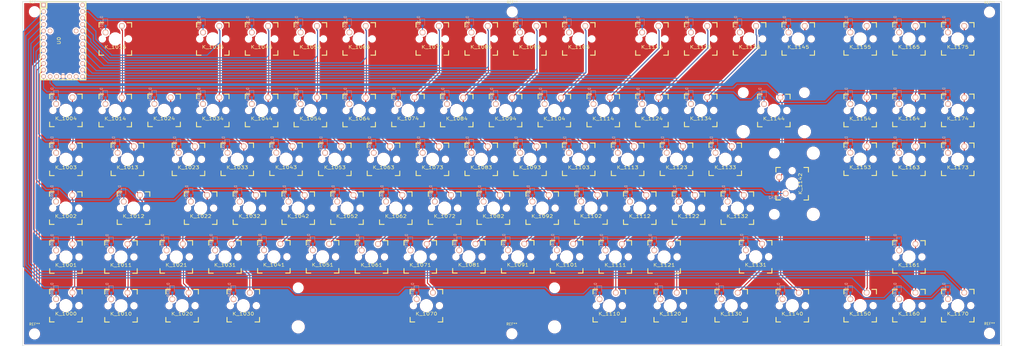
<source format=kicad_pcb>
(kicad_pcb (version 20171130) (host pcbnew "(5.0.0-rc2-dev-172-g17c0917da)")

  (general
    (thickness 1.6)
    (drawings 4)
    (tracks 899)
    (zones 0)
    (modules 193)
    (nets 125)
  )

  (page A3)
  (layers
    (0 F.Cu signal)
    (31 B.Cu signal)
    (32 B.Adhes user)
    (33 F.Adhes user)
    (34 B.Paste user)
    (35 F.Paste user)
    (36 B.SilkS user)
    (37 F.SilkS user)
    (38 B.Mask user)
    (39 F.Mask user)
    (40 Dwgs.User user)
    (41 Cmts.User user)
    (42 Eco1.User user)
    (43 Eco2.User user)
    (44 Edge.Cuts user)
    (45 Margin user)
    (46 B.CrtYd user)
    (47 F.CrtYd user)
    (48 B.Fab user)
    (49 F.Fab user)
  )

  (setup
    (last_trace_width 0.4)
    (trace_clearance 0.6)
    (zone_clearance 0.508)
    (zone_45_only no)
    (trace_min 0.4)
    (segment_width 0.2)
    (edge_width 0.15)
    (via_size 0.8)
    (via_drill 0.4)
    (via_min_size 0.4)
    (via_min_drill 0.3)
    (uvia_size 0.3)
    (uvia_drill 0.1)
    (uvias_allowed no)
    (uvia_min_size 0.2)
    (uvia_min_drill 0.1)
    (pcb_text_width 0.3)
    (pcb_text_size 1.5 1.5)
    (mod_edge_width 0.15)
    (mod_text_size 1 1)
    (mod_text_width 0.15)
    (pad_size 1.524 1.524)
    (pad_drill 0.762)
    (pad_to_mask_clearance 0.2)
    (aux_axis_origin 0 0)
    (visible_elements FFFFFF7F)
    (pcbplotparams
      (layerselection 0x01000_ffffffff)
      (usegerberextensions false)
      (usegerberattributes false)
      (usegerberadvancedattributes false)
      (creategerberjobfile false)
      (excludeedgelayer true)
      (linewidth 0.100000)
      (plotframeref false)
      (viasonmask false)
      (mode 1)
      (useauxorigin false)
      (hpglpennumber 1)
      (hpglpenspeed 20)
      (hpglpendiameter 15)
      (psnegative false)
      (psa4output false)
      (plotreference true)
      (plotvalue true)
      (plotinvisibletext false)
      (padsonsilk false)
      (subtractmaskfromsilk false)
      (outputformat 1)
      (mirror false)
      (drillshape 0)
      (scaleselection 1)
      (outputdirectory gerbers/))
  )

  (net 0 "")
  (net 1 /row0)
  (net 2 /row1)
  (net 3 /row2)
  (net 4 /row3)
  (net 5 /col1)
  (net 6 /col4)
  (net 7 /col5)
  (net 8 /col6)
  (net 9 /col7)
  (net 10 /col2)
  (net 11 /col3)
  (net 12 /col9)
  (net 13 "Net-(U0-Pad16)")
  (net 14 /col8)
  (net 15 /col10)
  (net 16 /col11)
  (net 17 /row4)
  (net 18 /row5)
  (net 19 /col0)
  (net 20 /col17)
  (net 21 /col16)
  (net 22 /col15)
  (net 23 /col14)
  (net 24 /col13)
  (net 25 "Net-(U0-Pad29)")
  (net 26 "Net-(U0-Pad30)")
  (net 27 /col12)
  (net 28 GND)
  (net 29 VCC)
  (net 30 "Net-(U0-Pad31)")
  (net 31 "Net-(U0-Pad1)")
  (net 32 "Net-(D_1131-Pad2)")
  (net 33 "Net-(D_1012-Pad2)")
  (net 34 "Net-(D_1070-Pad2)")
  (net 35 "Net-(D_1142-Pad2)")
  (net 36 "Net-(D_1144-Pad2)")
  (net 37 "Net-(D_1013-Pad2)")
  (net 38 "Net-(D_1130-Pad2)")
  (net 39 "Net-(D_1030-Pad2)")
  (net 40 "Net-(D_1140-Pad2)")
  (net 41 "Net-(D_1110-Pad2)")
  (net 42 "Net-(D_1020-Pad2)")
  (net 43 "Net-(D_1120-Pad2)")
  (net 44 "Net-(D_1010-Pad2)")
  (net 45 "Net-(D_1011-Pad2)")
  (net 46 "Net-(D_1102-Pad2)")
  (net 47 "Net-(D_1132-Pad2)")
  (net 48 "Net-(D_1122-Pad2)")
  (net 49 "Net-(D_1145-Pad2)")
  (net 50 "Net-(D_1135-Pad2)")
  (net 51 "Net-(D_1134-Pad2)")
  (net 52 "Net-(D_1133-Pad2)")
  (net 53 "Net-(D_1121-Pad2)")
  (net 54 "Net-(D_1101-Pad2)")
  (net 55 "Net-(D_1115-Pad2)")
  (net 56 "Net-(D_1114-Pad2)")
  (net 57 "Net-(D_1113-Pad2)")
  (net 58 "Net-(D_1112-Pad2)")
  (net 59 "Net-(D_1111-Pad2)")
  (net 60 "Net-(D_1105-Pad2)")
  (net 61 "Net-(D_1104-Pad2)")
  (net 62 "Net-(D_1103-Pad2)")
  (net 63 "Net-(D_1081-Pad2)")
  (net 64 "Net-(D_1082-Pad2)")
  (net 65 "Net-(D_1095-Pad2)")
  (net 66 "Net-(D_1094-Pad2)")
  (net 67 "Net-(D_1093-Pad2)")
  (net 68 "Net-(D_1092-Pad2)")
  (net 69 "Net-(D_1091-Pad2)")
  (net 70 "Net-(D_1085-Pad2)")
  (net 71 "Net-(D_1084-Pad2)")
  (net 72 "Net-(D_1083-Pad2)")
  (net 73 "Net-(D_1062-Pad2)")
  (net 74 "Net-(D_1000-Pad2)")
  (net 75 "Net-(D_1024-Pad2)")
  (net 76 "Net-(D_1072-Pad2)")
  (net 77 "Net-(D_1071-Pad2)")
  (net 78 "Net-(D_1073-Pad2)")
  (net 79 "Net-(D_1065-Pad2)")
  (net 80 "Net-(D_1064-Pad2)")
  (net 81 "Net-(D_1075-Pad2)")
  (net 82 "Net-(D_1074-Pad2)")
  (net 83 "Net-(D_1124-Pad2)")
  (net 84 "Net-(D_1061-Pad2)")
  (net 85 "Net-(D_1055-Pad2)")
  (net 86 "Net-(D_1001-Pad2)")
  (net 87 "Net-(D_1054-Pad2)")
  (net 88 "Net-(D_1053-Pad2)")
  (net 89 "Net-(D_1052-Pad2)")
  (net 90 "Net-(D_1051-Pad2)")
  (net 91 "Net-(D_1125-Pad2)")
  (net 92 "Net-(D_1003-Pad2)")
  (net 93 "Net-(D_1002-Pad2)")
  (net 94 "Net-(D_1123-Pad2)")
  (net 95 "Net-(D_1035-Pad2)")
  (net 96 "Net-(D_1034-Pad2)")
  (net 97 "Net-(D_1033-Pad2)")
  (net 98 "Net-(D_1031-Pad2)")
  (net 99 "Net-(D_1023-Pad2)")
  (net 100 "Net-(D_1022-Pad2)")
  (net 101 "Net-(D_1021-Pad2)")
  (net 102 "Net-(D_1015-Pad2)")
  (net 103 "Net-(D_1014-Pad2)")
  (net 104 "Net-(D_1004-Pad2)")
  (net 105 "Net-(D_1032-Pad2)")
  (net 106 "Net-(D_1175-Pad2)")
  (net 107 "Net-(D_1174-Pad2)")
  (net 108 "Net-(D_1173-Pad2)")
  (net 109 "Net-(D_1170-Pad2)")
  (net 110 "Net-(D_1164-Pad2)")
  (net 111 "Net-(D_1163-Pad2)")
  (net 112 "Net-(D_1161-Pad2)")
  (net 113 "Net-(D_1160-Pad2)")
  (net 114 "Net-(D_1155-Pad2)")
  (net 115 "Net-(D_1153-Pad2)")
  (net 116 "Net-(D_1150-Pad2)")
  (net 117 "Net-(D_1154-Pad2)")
  (net 118 "Net-(D_1165-Pad2)")
  (net 119 "Net-(D_1063-Pad2)")
  (net 120 "Net-(D_1045-Pad2)")
  (net 121 "Net-(D_1043-Pad2)")
  (net 122 "Net-(D_1042-Pad2)")
  (net 123 "Net-(D_1041-Pad2)")
  (net 124 "Net-(D_1044-Pad2)")

  (net_class Default "This is the default net class."
    (clearance 0.6)
    (trace_width 0.4)
    (via_dia 0.8)
    (via_drill 0.4)
    (uvia_dia 0.3)
    (uvia_drill 0.1)
    (diff_pair_gap 0.25)
    (diff_pair_width 0.4)
    (add_net /col0)
    (add_net /col1)
    (add_net /col10)
    (add_net /col11)
    (add_net /col12)
    (add_net /col13)
    (add_net /col14)
    (add_net /col15)
    (add_net /col16)
    (add_net /col17)
    (add_net /col2)
    (add_net /col3)
    (add_net /col4)
    (add_net /col5)
    (add_net /col6)
    (add_net /col7)
    (add_net /col8)
    (add_net /col9)
    (add_net /row0)
    (add_net /row1)
    (add_net /row2)
    (add_net /row3)
    (add_net /row4)
    (add_net /row5)
    (add_net GND)
    (add_net "Net-(D_1000-Pad2)")
    (add_net "Net-(D_1001-Pad2)")
    (add_net "Net-(D_1002-Pad2)")
    (add_net "Net-(D_1003-Pad2)")
    (add_net "Net-(D_1004-Pad2)")
    (add_net "Net-(D_1010-Pad2)")
    (add_net "Net-(D_1011-Pad2)")
    (add_net "Net-(D_1012-Pad2)")
    (add_net "Net-(D_1013-Pad2)")
    (add_net "Net-(D_1014-Pad2)")
    (add_net "Net-(D_1015-Pad2)")
    (add_net "Net-(D_1020-Pad2)")
    (add_net "Net-(D_1021-Pad2)")
    (add_net "Net-(D_1022-Pad2)")
    (add_net "Net-(D_1023-Pad2)")
    (add_net "Net-(D_1024-Pad2)")
    (add_net "Net-(D_1030-Pad2)")
    (add_net "Net-(D_1031-Pad2)")
    (add_net "Net-(D_1032-Pad2)")
    (add_net "Net-(D_1033-Pad2)")
    (add_net "Net-(D_1034-Pad2)")
    (add_net "Net-(D_1035-Pad2)")
    (add_net "Net-(D_1041-Pad2)")
    (add_net "Net-(D_1042-Pad2)")
    (add_net "Net-(D_1043-Pad2)")
    (add_net "Net-(D_1044-Pad2)")
    (add_net "Net-(D_1045-Pad2)")
    (add_net "Net-(D_1051-Pad2)")
    (add_net "Net-(D_1052-Pad2)")
    (add_net "Net-(D_1053-Pad2)")
    (add_net "Net-(D_1054-Pad2)")
    (add_net "Net-(D_1055-Pad2)")
    (add_net "Net-(D_1061-Pad2)")
    (add_net "Net-(D_1062-Pad2)")
    (add_net "Net-(D_1063-Pad2)")
    (add_net "Net-(D_1064-Pad2)")
    (add_net "Net-(D_1065-Pad2)")
    (add_net "Net-(D_1070-Pad2)")
    (add_net "Net-(D_1071-Pad2)")
    (add_net "Net-(D_1072-Pad2)")
    (add_net "Net-(D_1073-Pad2)")
    (add_net "Net-(D_1074-Pad2)")
    (add_net "Net-(D_1075-Pad2)")
    (add_net "Net-(D_1081-Pad2)")
    (add_net "Net-(D_1082-Pad2)")
    (add_net "Net-(D_1083-Pad2)")
    (add_net "Net-(D_1084-Pad2)")
    (add_net "Net-(D_1085-Pad2)")
    (add_net "Net-(D_1091-Pad2)")
    (add_net "Net-(D_1092-Pad2)")
    (add_net "Net-(D_1093-Pad2)")
    (add_net "Net-(D_1094-Pad2)")
    (add_net "Net-(D_1095-Pad2)")
    (add_net "Net-(D_1101-Pad2)")
    (add_net "Net-(D_1102-Pad2)")
    (add_net "Net-(D_1103-Pad2)")
    (add_net "Net-(D_1104-Pad2)")
    (add_net "Net-(D_1105-Pad2)")
    (add_net "Net-(D_1110-Pad2)")
    (add_net "Net-(D_1111-Pad2)")
    (add_net "Net-(D_1112-Pad2)")
    (add_net "Net-(D_1113-Pad2)")
    (add_net "Net-(D_1114-Pad2)")
    (add_net "Net-(D_1115-Pad2)")
    (add_net "Net-(D_1120-Pad2)")
    (add_net "Net-(D_1121-Pad2)")
    (add_net "Net-(D_1122-Pad2)")
    (add_net "Net-(D_1123-Pad2)")
    (add_net "Net-(D_1124-Pad2)")
    (add_net "Net-(D_1125-Pad2)")
    (add_net "Net-(D_1130-Pad2)")
    (add_net "Net-(D_1131-Pad2)")
    (add_net "Net-(D_1132-Pad2)")
    (add_net "Net-(D_1133-Pad2)")
    (add_net "Net-(D_1134-Pad2)")
    (add_net "Net-(D_1135-Pad2)")
    (add_net "Net-(D_1140-Pad2)")
    (add_net "Net-(D_1142-Pad2)")
    (add_net "Net-(D_1144-Pad2)")
    (add_net "Net-(D_1145-Pad2)")
    (add_net "Net-(D_1150-Pad2)")
    (add_net "Net-(D_1153-Pad2)")
    (add_net "Net-(D_1154-Pad2)")
    (add_net "Net-(D_1155-Pad2)")
    (add_net "Net-(D_1160-Pad2)")
    (add_net "Net-(D_1161-Pad2)")
    (add_net "Net-(D_1163-Pad2)")
    (add_net "Net-(D_1164-Pad2)")
    (add_net "Net-(D_1165-Pad2)")
    (add_net "Net-(D_1170-Pad2)")
    (add_net "Net-(D_1173-Pad2)")
    (add_net "Net-(D_1174-Pad2)")
    (add_net "Net-(D_1175-Pad2)")
    (add_net "Net-(U0-Pad1)")
    (add_net "Net-(U0-Pad16)")
    (add_net "Net-(U0-Pad29)")
    (add_net "Net-(U0-Pad30)")
    (add_net "Net-(U0-Pad31)")
    (add_net VCC)
  )

  (module Mounting_Holes:MountingHole_3.2mm_M3_ISO14580 (layer F.Cu) (tedit 56D1B4CB) (tstamp 5AEBD757)
    (at 28.15 18.2)
    (descr "Mounting Hole 3.2mm, no annular, M3, ISO14580")
    (tags "mounting hole 3.2mm no annular m3 iso14580")
    (attr virtual)
    (fp_text reference REF** (at 0 -3.75) (layer F.SilkS)
      (effects (font (size 1 1) (thickness 0.15)))
    )
    (fp_text value MountingHole_3.2mm_M3_ISO14580 (at 0 3.75) (layer F.Fab)
      (effects (font (size 1 1) (thickness 0.15)))
    )
    (fp_text user %R (at 0.3 0) (layer F.Fab)
      (effects (font (size 1 1) (thickness 0.15)))
    )
    (fp_circle (center 0 0) (end 2.75 0) (layer Cmts.User) (width 0.15))
    (fp_circle (center 0 0) (end 3 0) (layer F.CrtYd) (width 0.05))
    (pad 1 np_thru_hole circle (at 0 0) (size 3.2 3.2) (drill 3.2) (layers *.Cu *.Mask))
  )

  (module Mounting_Holes:MountingHole_3.2mm_M3_ISO14580 (layer F.Cu) (tedit 56D1B4CB) (tstamp 5AEBD749)
    (at 28.15 143.95)
    (descr "Mounting Hole 3.2mm, no annular, M3, ISO14580")
    (tags "mounting hole 3.2mm no annular m3 iso14580")
    (attr virtual)
    (fp_text reference REF** (at 0 -3.75) (layer F.SilkS)
      (effects (font (size 1 1) (thickness 0.15)))
    )
    (fp_text value MountingHole_3.2mm_M3_ISO14580 (at 0 3.75) (layer F.Fab)
      (effects (font (size 1 1) (thickness 0.15)))
    )
    (fp_circle (center 0 0) (end 3 0) (layer F.CrtYd) (width 0.05))
    (fp_circle (center 0 0) (end 2.75 0) (layer Cmts.User) (width 0.15))
    (fp_text user %R (at 0.3 0) (layer F.Fab)
      (effects (font (size 1 1) (thickness 0.15)))
    )
    (pad 1 np_thru_hole circle (at 0 0) (size 3.2 3.2) (drill 3.2) (layers *.Cu *.Mask))
  )

  (module Diodes_SMD:D_0805 (layer B.Cu) (tedit 590CE9A4) (tstamp 5AEBC15E)
    (at 117.7913 107.65 270)
    (descr "Diode SMD in 0805 package http://datasheets.avx.com/schottky.pdf")
    (tags "smd diode")
    (path /5AA72E5E)
    (attr smd)
    (fp_text reference D_1041 (at 0 1.6 270) (layer B.SilkS)
      (effects (font (size 1 1) (thickness 0.15)) (justify mirror))
    )
    (fp_text value D (at 0 -1.7 270) (layer B.Fab)
      (effects (font (size 1 1) (thickness 0.15)) (justify mirror))
    )
    (fp_line (start -1.6 0.8) (end 1 0.8) (layer B.SilkS) (width 0.12))
    (fp_line (start -1.6 -0.8) (end 1 -0.8) (layer B.SilkS) (width 0.12))
    (fp_line (start -1 0.65) (end 1 0.65) (layer B.Fab) (width 0.1))
    (fp_line (start 1 0.65) (end 1 -0.65) (layer B.Fab) (width 0.1))
    (fp_line (start 1 -0.65) (end -1 -0.65) (layer B.Fab) (width 0.1))
    (fp_line (start -1 -0.65) (end -1 0.65) (layer B.Fab) (width 0.1))
    (fp_line (start 0.2 0.2) (end -0.1 0) (layer B.Fab) (width 0.1))
    (fp_line (start -0.1 0) (end 0.2 -0.2) (layer B.Fab) (width 0.1))
    (fp_line (start 0.2 -0.2) (end 0.2 0.2) (layer B.Fab) (width 0.1))
    (fp_line (start -0.1 0.2) (end -0.1 -0.2) (layer B.Fab) (width 0.1))
    (fp_line (start -0.1 0) (end -0.3 0) (layer B.Fab) (width 0.1))
    (fp_line (start 0.2 0) (end 0.4 0) (layer B.Fab) (width 0.1))
    (fp_line (start -1.7 0.88) (end 1.7 0.88) (layer B.CrtYd) (width 0.05))
    (fp_line (start 1.7 0.88) (end 1.7 -0.88) (layer B.CrtYd) (width 0.05))
    (fp_line (start 1.7 -0.88) (end -1.7 -0.88) (layer B.CrtYd) (width 0.05))
    (fp_line (start -1.7 -0.88) (end -1.7 0.88) (layer B.CrtYd) (width 0.05))
    (fp_line (start -1.6 0.8) (end -1.6 -0.8) (layer B.SilkS) (width 0.12))
    (fp_text user %R (at 0 1.6 270) (layer B.Fab)
      (effects (font (size 1 1) (thickness 0.15)) (justify mirror))
    )
    (pad 2 smd rect (at 1.05 0 270) (size 0.8 0.9) (layers B.Cu B.Paste B.Mask)
      (net 123 "Net-(D_1041-Pad2)"))
    (pad 1 smd rect (at -1.05 0 270) (size 0.8 0.9) (layers B.Cu B.Paste B.Mask)
      (net 2 /row1))
    (model ${KISYS3DMOD}/Diodes_SMD.3dshapes/D_0805.wrl
      (at (xyz 0 0 0))
      (scale (xyz 1 1 1))
      (rotate (xyz 0 0 0))
    )
  )

  (module Diodes_SMD:D_0805 (layer B.Cu) (tedit 590CE9A4) (tstamp 5AEBBEF0)
    (at 122.5413 69.55 270)
    (descr "Diode SMD in 0805 package http://datasheets.avx.com/schottky.pdf")
    (tags "smd diode")
    (path /5AA72E3E)
    (attr smd)
    (fp_text reference D_1043 (at 0 1.6 270) (layer B.SilkS)
      (effects (font (size 1 1) (thickness 0.15)) (justify mirror))
    )
    (fp_text value D (at 0 -1.7 270) (layer B.Fab)
      (effects (font (size 1 1) (thickness 0.15)) (justify mirror))
    )
    (fp_text user %R (at 0 1.6 270) (layer B.Fab)
      (effects (font (size 1 1) (thickness 0.15)) (justify mirror))
    )
    (fp_line (start -1.6 0.8) (end -1.6 -0.8) (layer B.SilkS) (width 0.12))
    (fp_line (start -1.7 -0.88) (end -1.7 0.88) (layer B.CrtYd) (width 0.05))
    (fp_line (start 1.7 -0.88) (end -1.7 -0.88) (layer B.CrtYd) (width 0.05))
    (fp_line (start 1.7 0.88) (end 1.7 -0.88) (layer B.CrtYd) (width 0.05))
    (fp_line (start -1.7 0.88) (end 1.7 0.88) (layer B.CrtYd) (width 0.05))
    (fp_line (start 0.2 0) (end 0.4 0) (layer B.Fab) (width 0.1))
    (fp_line (start -0.1 0) (end -0.3 0) (layer B.Fab) (width 0.1))
    (fp_line (start -0.1 0.2) (end -0.1 -0.2) (layer B.Fab) (width 0.1))
    (fp_line (start 0.2 -0.2) (end 0.2 0.2) (layer B.Fab) (width 0.1))
    (fp_line (start -0.1 0) (end 0.2 -0.2) (layer B.Fab) (width 0.1))
    (fp_line (start 0.2 0.2) (end -0.1 0) (layer B.Fab) (width 0.1))
    (fp_line (start -1 -0.65) (end -1 0.65) (layer B.Fab) (width 0.1))
    (fp_line (start 1 -0.65) (end -1 -0.65) (layer B.Fab) (width 0.1))
    (fp_line (start 1 0.65) (end 1 -0.65) (layer B.Fab) (width 0.1))
    (fp_line (start -1 0.65) (end 1 0.65) (layer B.Fab) (width 0.1))
    (fp_line (start -1.6 -0.8) (end 1 -0.8) (layer B.SilkS) (width 0.12))
    (fp_line (start -1.6 0.8) (end 1 0.8) (layer B.SilkS) (width 0.12))
    (pad 1 smd rect (at -1.05 0 270) (size 0.8 0.9) (layers B.Cu B.Paste B.Mask)
      (net 4 /row3))
    (pad 2 smd rect (at 1.05 0 270) (size 0.8 0.9) (layers B.Cu B.Paste B.Mask)
      (net 121 "Net-(D_1043-Pad2)"))
    (model ${KISYS3DMOD}/Diodes_SMD.3dshapes/D_0805.wrl
      (at (xyz 0 0 0))
      (scale (xyz 1 1 1))
      (rotate (xyz 0 0 0))
    )
  )

  (module Diodes_SMD:D_0805 (layer B.Cu) (tedit 590CE9A4) (tstamp 5AEBBED8)
    (at 112.9863 50.53 270)
    (descr "Diode SMD in 0805 package http://datasheets.avx.com/schottky.pdf")
    (tags "smd diode")
    (path /5AA72E2E)
    (attr smd)
    (fp_text reference D_1044 (at 0 1.6 270) (layer B.SilkS)
      (effects (font (size 1 1) (thickness 0.15)) (justify mirror))
    )
    (fp_text value D (at 0 -1.7 270) (layer B.Fab)
      (effects (font (size 1 1) (thickness 0.15)) (justify mirror))
    )
    (fp_line (start -1.6 0.8) (end 1 0.8) (layer B.SilkS) (width 0.12))
    (fp_line (start -1.6 -0.8) (end 1 -0.8) (layer B.SilkS) (width 0.12))
    (fp_line (start -1 0.65) (end 1 0.65) (layer B.Fab) (width 0.1))
    (fp_line (start 1 0.65) (end 1 -0.65) (layer B.Fab) (width 0.1))
    (fp_line (start 1 -0.65) (end -1 -0.65) (layer B.Fab) (width 0.1))
    (fp_line (start -1 -0.65) (end -1 0.65) (layer B.Fab) (width 0.1))
    (fp_line (start 0.2 0.2) (end -0.1 0) (layer B.Fab) (width 0.1))
    (fp_line (start -0.1 0) (end 0.2 -0.2) (layer B.Fab) (width 0.1))
    (fp_line (start 0.2 -0.2) (end 0.2 0.2) (layer B.Fab) (width 0.1))
    (fp_line (start -0.1 0.2) (end -0.1 -0.2) (layer B.Fab) (width 0.1))
    (fp_line (start -0.1 0) (end -0.3 0) (layer B.Fab) (width 0.1))
    (fp_line (start 0.2 0) (end 0.4 0) (layer B.Fab) (width 0.1))
    (fp_line (start -1.7 0.88) (end 1.7 0.88) (layer B.CrtYd) (width 0.05))
    (fp_line (start 1.7 0.88) (end 1.7 -0.88) (layer B.CrtYd) (width 0.05))
    (fp_line (start 1.7 -0.88) (end -1.7 -0.88) (layer B.CrtYd) (width 0.05))
    (fp_line (start -1.7 -0.88) (end -1.7 0.88) (layer B.CrtYd) (width 0.05))
    (fp_line (start -1.6 0.8) (end -1.6 -0.8) (layer B.SilkS) (width 0.12))
    (fp_text user %R (at 0 1.6 270) (layer B.Fab)
      (effects (font (size 1 1) (thickness 0.15)) (justify mirror))
    )
    (pad 2 smd rect (at 1.05 0 270) (size 0.8 0.9) (layers B.Cu B.Paste B.Mask)
      (net 124 "Net-(D_1044-Pad2)"))
    (pad 1 smd rect (at -1.05 0 270) (size 0.8 0.9) (layers B.Cu B.Paste B.Mask)
      (net 17 /row4))
    (model ${KISYS3DMOD}/Diodes_SMD.3dshapes/D_0805.wrl
      (at (xyz 0 0 0))
      (scale (xyz 1 1 1))
      (rotate (xyz 0 0 0))
    )
  )

  (module Diodes_SMD:D_0805 (layer B.Cu) (tedit 590CE9A4) (tstamp 5AEBBEC0)
    (at 112.9913 22.6 270)
    (descr "Diode SMD in 0805 package http://datasheets.avx.com/schottky.pdf")
    (tags "smd diode")
    (path /5AA72E1C)
    (attr smd)
    (fp_text reference D_1045 (at 0 1.6 270) (layer B.SilkS)
      (effects (font (size 1 1) (thickness 0.15)) (justify mirror))
    )
    (fp_text value D (at 0 -1.7 270) (layer B.Fab)
      (effects (font (size 1 1) (thickness 0.15)) (justify mirror))
    )
    (fp_text user %R (at 0 1.6 270) (layer B.Fab)
      (effects (font (size 1 1) (thickness 0.15)) (justify mirror))
    )
    (fp_line (start -1.6 0.8) (end -1.6 -0.8) (layer B.SilkS) (width 0.12))
    (fp_line (start -1.7 -0.88) (end -1.7 0.88) (layer B.CrtYd) (width 0.05))
    (fp_line (start 1.7 -0.88) (end -1.7 -0.88) (layer B.CrtYd) (width 0.05))
    (fp_line (start 1.7 0.88) (end 1.7 -0.88) (layer B.CrtYd) (width 0.05))
    (fp_line (start -1.7 0.88) (end 1.7 0.88) (layer B.CrtYd) (width 0.05))
    (fp_line (start 0.2 0) (end 0.4 0) (layer B.Fab) (width 0.1))
    (fp_line (start -0.1 0) (end -0.3 0) (layer B.Fab) (width 0.1))
    (fp_line (start -0.1 0.2) (end -0.1 -0.2) (layer B.Fab) (width 0.1))
    (fp_line (start 0.2 -0.2) (end 0.2 0.2) (layer B.Fab) (width 0.1))
    (fp_line (start -0.1 0) (end 0.2 -0.2) (layer B.Fab) (width 0.1))
    (fp_line (start 0.2 0.2) (end -0.1 0) (layer B.Fab) (width 0.1))
    (fp_line (start -1 -0.65) (end -1 0.65) (layer B.Fab) (width 0.1))
    (fp_line (start 1 -0.65) (end -1 -0.65) (layer B.Fab) (width 0.1))
    (fp_line (start 1 0.65) (end 1 -0.65) (layer B.Fab) (width 0.1))
    (fp_line (start -1 0.65) (end 1 0.65) (layer B.Fab) (width 0.1))
    (fp_line (start -1.6 -0.8) (end 1 -0.8) (layer B.SilkS) (width 0.12))
    (fp_line (start -1.6 0.8) (end 1 0.8) (layer B.SilkS) (width 0.12))
    (pad 1 smd rect (at -1.05 0 270) (size 0.8 0.9) (layers B.Cu B.Paste B.Mask)
      (net 18 /row5))
    (pad 2 smd rect (at 1.05 0 270) (size 0.8 0.9) (layers B.Cu B.Paste B.Mask)
      (net 120 "Net-(D_1045-Pad2)"))
    (model ${KISYS3DMOD}/Diodes_SMD.3dshapes/D_0805.wrl
      (at (xyz 0 0 0))
      (scale (xyz 1 1 1))
      (rotate (xyz 0 0 0))
    )
  )

  (module Diodes_SMD:D_0805 (layer B.Cu) (tedit 590CE9A4) (tstamp 5AEBBD38)
    (at 127.2913 88.65 270)
    (descr "Diode SMD in 0805 package http://datasheets.avx.com/schottky.pdf")
    (tags "smd diode")
    (path /5AA72E4E)
    (attr smd)
    (fp_text reference D_1042 (at 0 1.6 270) (layer B.SilkS)
      (effects (font (size 1 1) (thickness 0.15)) (justify mirror))
    )
    (fp_text value D (at 0 -1.7 270) (layer B.Fab)
      (effects (font (size 1 1) (thickness 0.15)) (justify mirror))
    )
    (fp_line (start -1.6 0.8) (end 1 0.8) (layer B.SilkS) (width 0.12))
    (fp_line (start -1.6 -0.8) (end 1 -0.8) (layer B.SilkS) (width 0.12))
    (fp_line (start -1 0.65) (end 1 0.65) (layer B.Fab) (width 0.1))
    (fp_line (start 1 0.65) (end 1 -0.65) (layer B.Fab) (width 0.1))
    (fp_line (start 1 -0.65) (end -1 -0.65) (layer B.Fab) (width 0.1))
    (fp_line (start -1 -0.65) (end -1 0.65) (layer B.Fab) (width 0.1))
    (fp_line (start 0.2 0.2) (end -0.1 0) (layer B.Fab) (width 0.1))
    (fp_line (start -0.1 0) (end 0.2 -0.2) (layer B.Fab) (width 0.1))
    (fp_line (start 0.2 -0.2) (end 0.2 0.2) (layer B.Fab) (width 0.1))
    (fp_line (start -0.1 0.2) (end -0.1 -0.2) (layer B.Fab) (width 0.1))
    (fp_line (start -0.1 0) (end -0.3 0) (layer B.Fab) (width 0.1))
    (fp_line (start 0.2 0) (end 0.4 0) (layer B.Fab) (width 0.1))
    (fp_line (start -1.7 0.88) (end 1.7 0.88) (layer B.CrtYd) (width 0.05))
    (fp_line (start 1.7 0.88) (end 1.7 -0.88) (layer B.CrtYd) (width 0.05))
    (fp_line (start 1.7 -0.88) (end -1.7 -0.88) (layer B.CrtYd) (width 0.05))
    (fp_line (start -1.7 -0.88) (end -1.7 0.88) (layer B.CrtYd) (width 0.05))
    (fp_line (start -1.6 0.8) (end -1.6 -0.8) (layer B.SilkS) (width 0.12))
    (fp_text user %R (at 0 1.6 270) (layer B.Fab)
      (effects (font (size 1 1) (thickness 0.15)) (justify mirror))
    )
    (pad 2 smd rect (at 1.05 0 270) (size 0.8 0.9) (layers B.Cu B.Paste B.Mask)
      (net 122 "Net-(D_1042-Pad2)"))
    (pad 1 smd rect (at -1.05 0 270) (size 0.8 0.9) (layers B.Cu B.Paste B.Mask)
      (net 3 /row2))
    (model ${KISYS3DMOD}/Diodes_SMD.3dshapes/D_0805.wrl
      (at (xyz 0 0 0))
      (scale (xyz 1 1 1))
      (rotate (xyz 0 0 0))
    )
  )

  (module Diodes_SMD:D_0805 (layer B.Cu) (tedit 590CE9A4) (tstamp 5AEB6D06)
    (at 160.5913 69.6 270)
    (descr "Diode SMD in 0805 package http://datasheets.avx.com/schottky.pdf")
    (tags "smd diode")
    (path /5AA9CEE3)
    (attr smd)
    (fp_text reference D_1063 (at 0 1.6 270) (layer B.SilkS)
      (effects (font (size 1 1) (thickness 0.15)) (justify mirror))
    )
    (fp_text value D (at 0 -1.7 270) (layer B.Fab)
      (effects (font (size 1 1) (thickness 0.15)) (justify mirror))
    )
    (fp_line (start -1.6 0.8) (end 1 0.8) (layer B.SilkS) (width 0.12))
    (fp_line (start -1.6 -0.8) (end 1 -0.8) (layer B.SilkS) (width 0.12))
    (fp_line (start -1 0.65) (end 1 0.65) (layer B.Fab) (width 0.1))
    (fp_line (start 1 0.65) (end 1 -0.65) (layer B.Fab) (width 0.1))
    (fp_line (start 1 -0.65) (end -1 -0.65) (layer B.Fab) (width 0.1))
    (fp_line (start -1 -0.65) (end -1 0.65) (layer B.Fab) (width 0.1))
    (fp_line (start 0.2 0.2) (end -0.1 0) (layer B.Fab) (width 0.1))
    (fp_line (start -0.1 0) (end 0.2 -0.2) (layer B.Fab) (width 0.1))
    (fp_line (start 0.2 -0.2) (end 0.2 0.2) (layer B.Fab) (width 0.1))
    (fp_line (start -0.1 0.2) (end -0.1 -0.2) (layer B.Fab) (width 0.1))
    (fp_line (start -0.1 0) (end -0.3 0) (layer B.Fab) (width 0.1))
    (fp_line (start 0.2 0) (end 0.4 0) (layer B.Fab) (width 0.1))
    (fp_line (start -1.7 0.88) (end 1.7 0.88) (layer B.CrtYd) (width 0.05))
    (fp_line (start 1.7 0.88) (end 1.7 -0.88) (layer B.CrtYd) (width 0.05))
    (fp_line (start 1.7 -0.88) (end -1.7 -0.88) (layer B.CrtYd) (width 0.05))
    (fp_line (start -1.7 -0.88) (end -1.7 0.88) (layer B.CrtYd) (width 0.05))
    (fp_line (start -1.6 0.8) (end -1.6 -0.8) (layer B.SilkS) (width 0.12))
    (fp_text user %R (at 0 1.6 270) (layer B.Fab)
      (effects (font (size 1 1) (thickness 0.15)) (justify mirror))
    )
    (pad 2 smd rect (at 1.05 0 270) (size 0.8 0.9) (layers B.Cu B.Paste B.Mask)
      (net 119 "Net-(D_1063-Pad2)"))
    (pad 1 smd rect (at -1.05 0 270) (size 0.8 0.9) (layers B.Cu B.Paste B.Mask)
      (net 4 /row3))
    (model ${KISYS3DMOD}/Diodes_SMD.3dshapes/D_0805.wrl
      (at (xyz 0 0 0))
      (scale (xyz 1 1 1))
      (rotate (xyz 0 0 0))
    )
  )

  (module Diodes_SMD:D_0805 (layer B.Cu) (tedit 590CE9A4) (tstamp 5AEB1787)
    (at 365.7363 22.58 270)
    (descr "Diode SMD in 0805 package http://datasheets.avx.com/schottky.pdf")
    (tags "smd diode")
    (path /5ABEF74A)
    (attr smd)
    (fp_text reference D_1165 (at 0 1.6 270) (layer B.SilkS)
      (effects (font (size 1 1) (thickness 0.15)) (justify mirror))
    )
    (fp_text value D (at 0 -1.7 270) (layer B.Fab)
      (effects (font (size 1 1) (thickness 0.15)) (justify mirror))
    )
    (fp_line (start -1.6 0.8) (end 1 0.8) (layer B.SilkS) (width 0.12))
    (fp_line (start -1.6 -0.8) (end 1 -0.8) (layer B.SilkS) (width 0.12))
    (fp_line (start -1 0.65) (end 1 0.65) (layer B.Fab) (width 0.1))
    (fp_line (start 1 0.65) (end 1 -0.65) (layer B.Fab) (width 0.1))
    (fp_line (start 1 -0.65) (end -1 -0.65) (layer B.Fab) (width 0.1))
    (fp_line (start -1 -0.65) (end -1 0.65) (layer B.Fab) (width 0.1))
    (fp_line (start 0.2 0.2) (end -0.1 0) (layer B.Fab) (width 0.1))
    (fp_line (start -0.1 0) (end 0.2 -0.2) (layer B.Fab) (width 0.1))
    (fp_line (start 0.2 -0.2) (end 0.2 0.2) (layer B.Fab) (width 0.1))
    (fp_line (start -0.1 0.2) (end -0.1 -0.2) (layer B.Fab) (width 0.1))
    (fp_line (start -0.1 0) (end -0.3 0) (layer B.Fab) (width 0.1))
    (fp_line (start 0.2 0) (end 0.4 0) (layer B.Fab) (width 0.1))
    (fp_line (start -1.7 0.88) (end 1.7 0.88) (layer B.CrtYd) (width 0.05))
    (fp_line (start 1.7 0.88) (end 1.7 -0.88) (layer B.CrtYd) (width 0.05))
    (fp_line (start 1.7 -0.88) (end -1.7 -0.88) (layer B.CrtYd) (width 0.05))
    (fp_line (start -1.7 -0.88) (end -1.7 0.88) (layer B.CrtYd) (width 0.05))
    (fp_line (start -1.6 0.8) (end -1.6 -0.8) (layer B.SilkS) (width 0.12))
    (fp_text user %R (at 0 1.6 270) (layer B.Fab)
      (effects (font (size 1 1) (thickness 0.15)) (justify mirror))
    )
    (pad 2 smd rect (at 1.05 0 270) (size 0.8 0.9) (layers B.Cu B.Paste B.Mask)
      (net 118 "Net-(D_1165-Pad2)"))
    (pad 1 smd rect (at -1.05 0 270) (size 0.8 0.9) (layers B.Cu B.Paste B.Mask)
      (net 18 /row5))
    (model ${KISYS3DMOD}/Diodes_SMD.3dshapes/D_0805.wrl
      (at (xyz 0 0 0))
      (scale (xyz 1 1 1))
      (rotate (xyz 0 0 0))
    )
  )

  (module Diodes_SMD:D_0805 (layer B.Cu) (tedit 590CE9A4) (tstamp 5AEA749C)
    (at 346.6863 50.555 270)
    (descr "Diode SMD in 0805 package http://datasheets.avx.com/schottky.pdf")
    (tags "smd diode")
    (path /5ABEF6F0)
    (attr smd)
    (fp_text reference D_1154 (at 0 1.6 270) (layer B.SilkS)
      (effects (font (size 1 1) (thickness 0.15)) (justify mirror))
    )
    (fp_text value D (at 0 -1.7 270) (layer B.Fab)
      (effects (font (size 1 1) (thickness 0.15)) (justify mirror))
    )
    (fp_text user %R (at 0 1.6 270) (layer B.Fab)
      (effects (font (size 1 1) (thickness 0.15)) (justify mirror))
    )
    (fp_line (start -1.6 0.8) (end -1.6 -0.8) (layer B.SilkS) (width 0.12))
    (fp_line (start -1.7 -0.88) (end -1.7 0.88) (layer B.CrtYd) (width 0.05))
    (fp_line (start 1.7 -0.88) (end -1.7 -0.88) (layer B.CrtYd) (width 0.05))
    (fp_line (start 1.7 0.88) (end 1.7 -0.88) (layer B.CrtYd) (width 0.05))
    (fp_line (start -1.7 0.88) (end 1.7 0.88) (layer B.CrtYd) (width 0.05))
    (fp_line (start 0.2 0) (end 0.4 0) (layer B.Fab) (width 0.1))
    (fp_line (start -0.1 0) (end -0.3 0) (layer B.Fab) (width 0.1))
    (fp_line (start -0.1 0.2) (end -0.1 -0.2) (layer B.Fab) (width 0.1))
    (fp_line (start 0.2 -0.2) (end 0.2 0.2) (layer B.Fab) (width 0.1))
    (fp_line (start -0.1 0) (end 0.2 -0.2) (layer B.Fab) (width 0.1))
    (fp_line (start 0.2 0.2) (end -0.1 0) (layer B.Fab) (width 0.1))
    (fp_line (start -1 -0.65) (end -1 0.65) (layer B.Fab) (width 0.1))
    (fp_line (start 1 -0.65) (end -1 -0.65) (layer B.Fab) (width 0.1))
    (fp_line (start 1 0.65) (end 1 -0.65) (layer B.Fab) (width 0.1))
    (fp_line (start -1 0.65) (end 1 0.65) (layer B.Fab) (width 0.1))
    (fp_line (start -1.6 -0.8) (end 1 -0.8) (layer B.SilkS) (width 0.12))
    (fp_line (start -1.6 0.8) (end 1 0.8) (layer B.SilkS) (width 0.12))
    (pad 1 smd rect (at -1.05 0 270) (size 0.8 0.9) (layers B.Cu B.Paste B.Mask)
      (net 17 /row4))
    (pad 2 smd rect (at 1.05 0 270) (size 0.8 0.9) (layers B.Cu B.Paste B.Mask)
      (net 117 "Net-(D_1154-Pad2)"))
    (model ${KISYS3DMOD}/Diodes_SMD.3dshapes/D_0805.wrl
      (at (xyz 0 0 0))
      (scale (xyz 1 1 1))
      (rotate (xyz 0 0 0))
    )
  )

  (module Diodes_SMD:D_0805 (layer B.Cu) (tedit 590CE9A4) (tstamp 5AEA72B8)
    (at 346.6863 126.73 270)
    (descr "Diode SMD in 0805 package http://datasheets.avx.com/schottky.pdf")
    (tags "smd diode")
    (path /5ABEF730)
    (attr smd)
    (fp_text reference D_1150 (at 0 1.6 270) (layer B.SilkS)
      (effects (font (size 1 1) (thickness 0.15)) (justify mirror))
    )
    (fp_text value D (at 0 -1.7 270) (layer B.Fab)
      (effects (font (size 1 1) (thickness 0.15)) (justify mirror))
    )
    (fp_line (start -1.6 0.8) (end 1 0.8) (layer B.SilkS) (width 0.12))
    (fp_line (start -1.6 -0.8) (end 1 -0.8) (layer B.SilkS) (width 0.12))
    (fp_line (start -1 0.65) (end 1 0.65) (layer B.Fab) (width 0.1))
    (fp_line (start 1 0.65) (end 1 -0.65) (layer B.Fab) (width 0.1))
    (fp_line (start 1 -0.65) (end -1 -0.65) (layer B.Fab) (width 0.1))
    (fp_line (start -1 -0.65) (end -1 0.65) (layer B.Fab) (width 0.1))
    (fp_line (start 0.2 0.2) (end -0.1 0) (layer B.Fab) (width 0.1))
    (fp_line (start -0.1 0) (end 0.2 -0.2) (layer B.Fab) (width 0.1))
    (fp_line (start 0.2 -0.2) (end 0.2 0.2) (layer B.Fab) (width 0.1))
    (fp_line (start -0.1 0.2) (end -0.1 -0.2) (layer B.Fab) (width 0.1))
    (fp_line (start -0.1 0) (end -0.3 0) (layer B.Fab) (width 0.1))
    (fp_line (start 0.2 0) (end 0.4 0) (layer B.Fab) (width 0.1))
    (fp_line (start -1.7 0.88) (end 1.7 0.88) (layer B.CrtYd) (width 0.05))
    (fp_line (start 1.7 0.88) (end 1.7 -0.88) (layer B.CrtYd) (width 0.05))
    (fp_line (start 1.7 -0.88) (end -1.7 -0.88) (layer B.CrtYd) (width 0.05))
    (fp_line (start -1.7 -0.88) (end -1.7 0.88) (layer B.CrtYd) (width 0.05))
    (fp_line (start -1.6 0.8) (end -1.6 -0.8) (layer B.SilkS) (width 0.12))
    (fp_text user %R (at 0 1.6 270) (layer B.Fab)
      (effects (font (size 1 1) (thickness 0.15)) (justify mirror))
    )
    (pad 2 smd rect (at 1.05 0 270) (size 0.8 0.9) (layers B.Cu B.Paste B.Mask)
      (net 116 "Net-(D_1150-Pad2)"))
    (pad 1 smd rect (at -1.05 0 270) (size 0.8 0.9) (layers B.Cu B.Paste B.Mask)
      (net 1 /row0))
    (model ${KISYS3DMOD}/Diodes_SMD.3dshapes/D_0805.wrl
      (at (xyz 0 0 0))
      (scale (xyz 1 1 1))
      (rotate (xyz 0 0 0))
    )
  )

  (module Diodes_SMD:D_0805 (layer B.Cu) (tedit 590CE9A4) (tstamp 5AEA72A0)
    (at 384.7863 22.58 270)
    (descr "Diode SMD in 0805 package http://datasheets.avx.com/schottky.pdf")
    (tags "smd diode")
    (path /5AD52349)
    (attr smd)
    (fp_text reference D_1175 (at 0 1.6 270) (layer B.SilkS)
      (effects (font (size 1 1) (thickness 0.15)) (justify mirror))
    )
    (fp_text value D (at 0 -1.7 270) (layer B.Fab)
      (effects (font (size 1 1) (thickness 0.15)) (justify mirror))
    )
    (fp_text user %R (at 0 1.6 270) (layer B.Fab)
      (effects (font (size 1 1) (thickness 0.15)) (justify mirror))
    )
    (fp_line (start -1.6 0.8) (end -1.6 -0.8) (layer B.SilkS) (width 0.12))
    (fp_line (start -1.7 -0.88) (end -1.7 0.88) (layer B.CrtYd) (width 0.05))
    (fp_line (start 1.7 -0.88) (end -1.7 -0.88) (layer B.CrtYd) (width 0.05))
    (fp_line (start 1.7 0.88) (end 1.7 -0.88) (layer B.CrtYd) (width 0.05))
    (fp_line (start -1.7 0.88) (end 1.7 0.88) (layer B.CrtYd) (width 0.05))
    (fp_line (start 0.2 0) (end 0.4 0) (layer B.Fab) (width 0.1))
    (fp_line (start -0.1 0) (end -0.3 0) (layer B.Fab) (width 0.1))
    (fp_line (start -0.1 0.2) (end -0.1 -0.2) (layer B.Fab) (width 0.1))
    (fp_line (start 0.2 -0.2) (end 0.2 0.2) (layer B.Fab) (width 0.1))
    (fp_line (start -0.1 0) (end 0.2 -0.2) (layer B.Fab) (width 0.1))
    (fp_line (start 0.2 0.2) (end -0.1 0) (layer B.Fab) (width 0.1))
    (fp_line (start -1 -0.65) (end -1 0.65) (layer B.Fab) (width 0.1))
    (fp_line (start 1 -0.65) (end -1 -0.65) (layer B.Fab) (width 0.1))
    (fp_line (start 1 0.65) (end 1 -0.65) (layer B.Fab) (width 0.1))
    (fp_line (start -1 0.65) (end 1 0.65) (layer B.Fab) (width 0.1))
    (fp_line (start -1.6 -0.8) (end 1 -0.8) (layer B.SilkS) (width 0.12))
    (fp_line (start -1.6 0.8) (end 1 0.8) (layer B.SilkS) (width 0.12))
    (pad 1 smd rect (at -1.05 0 270) (size 0.8 0.9) (layers B.Cu B.Paste B.Mask)
      (net 18 /row5))
    (pad 2 smd rect (at 1.05 0 270) (size 0.8 0.9) (layers B.Cu B.Paste B.Mask)
      (net 106 "Net-(D_1175-Pad2)"))
    (model ${KISYS3DMOD}/Diodes_SMD.3dshapes/D_0805.wrl
      (at (xyz 0 0 0))
      (scale (xyz 1 1 1))
      (rotate (xyz 0 0 0))
    )
  )

  (module Diodes_SMD:D_0805 (layer B.Cu) (tedit 590CE9A4) (tstamp 5AEA7288)
    (at 384.7913 50.505 270)
    (descr "Diode SMD in 0805 package http://datasheets.avx.com/schottky.pdf")
    (tags "smd diode")
    (path /5AD5235B)
    (attr smd)
    (fp_text reference D_1174 (at 0 1.6 270) (layer B.SilkS)
      (effects (font (size 1 1) (thickness 0.15)) (justify mirror))
    )
    (fp_text value D (at 0 -1.7 270) (layer B.Fab)
      (effects (font (size 1 1) (thickness 0.15)) (justify mirror))
    )
    (fp_line (start -1.6 0.8) (end 1 0.8) (layer B.SilkS) (width 0.12))
    (fp_line (start -1.6 -0.8) (end 1 -0.8) (layer B.SilkS) (width 0.12))
    (fp_line (start -1 0.65) (end 1 0.65) (layer B.Fab) (width 0.1))
    (fp_line (start 1 0.65) (end 1 -0.65) (layer B.Fab) (width 0.1))
    (fp_line (start 1 -0.65) (end -1 -0.65) (layer B.Fab) (width 0.1))
    (fp_line (start -1 -0.65) (end -1 0.65) (layer B.Fab) (width 0.1))
    (fp_line (start 0.2 0.2) (end -0.1 0) (layer B.Fab) (width 0.1))
    (fp_line (start -0.1 0) (end 0.2 -0.2) (layer B.Fab) (width 0.1))
    (fp_line (start 0.2 -0.2) (end 0.2 0.2) (layer B.Fab) (width 0.1))
    (fp_line (start -0.1 0.2) (end -0.1 -0.2) (layer B.Fab) (width 0.1))
    (fp_line (start -0.1 0) (end -0.3 0) (layer B.Fab) (width 0.1))
    (fp_line (start 0.2 0) (end 0.4 0) (layer B.Fab) (width 0.1))
    (fp_line (start -1.7 0.88) (end 1.7 0.88) (layer B.CrtYd) (width 0.05))
    (fp_line (start 1.7 0.88) (end 1.7 -0.88) (layer B.CrtYd) (width 0.05))
    (fp_line (start 1.7 -0.88) (end -1.7 -0.88) (layer B.CrtYd) (width 0.05))
    (fp_line (start -1.7 -0.88) (end -1.7 0.88) (layer B.CrtYd) (width 0.05))
    (fp_line (start -1.6 0.8) (end -1.6 -0.8) (layer B.SilkS) (width 0.12))
    (fp_text user %R (at 0 1.6 270) (layer B.Fab)
      (effects (font (size 1 1) (thickness 0.15)) (justify mirror))
    )
    (pad 2 smd rect (at 1.05 0 270) (size 0.8 0.9) (layers B.Cu B.Paste B.Mask)
      (net 107 "Net-(D_1174-Pad2)"))
    (pad 1 smd rect (at -1.05 0 270) (size 0.8 0.9) (layers B.Cu B.Paste B.Mask)
      (net 17 /row4))
    (model ${KISYS3DMOD}/Diodes_SMD.3dshapes/D_0805.wrl
      (at (xyz 0 0 0))
      (scale (xyz 1 1 1))
      (rotate (xyz 0 0 0))
    )
  )

  (module Diodes_SMD:D_0805 (layer B.Cu) (tedit 590CE9A4) (tstamp 5AEA7270)
    (at 384.7863 69.605 270)
    (descr "Diode SMD in 0805 package http://datasheets.avx.com/schottky.pdf")
    (tags "smd diode")
    (path /5AD5236B)
    (attr smd)
    (fp_text reference D_1173 (at 0 1.6 270) (layer B.SilkS)
      (effects (font (size 1 1) (thickness 0.15)) (justify mirror))
    )
    (fp_text value D (at 0 -1.7 270) (layer B.Fab)
      (effects (font (size 1 1) (thickness 0.15)) (justify mirror))
    )
    (fp_text user %R (at 0 1.6 270) (layer B.Fab)
      (effects (font (size 1 1) (thickness 0.15)) (justify mirror))
    )
    (fp_line (start -1.6 0.8) (end -1.6 -0.8) (layer B.SilkS) (width 0.12))
    (fp_line (start -1.7 -0.88) (end -1.7 0.88) (layer B.CrtYd) (width 0.05))
    (fp_line (start 1.7 -0.88) (end -1.7 -0.88) (layer B.CrtYd) (width 0.05))
    (fp_line (start 1.7 0.88) (end 1.7 -0.88) (layer B.CrtYd) (width 0.05))
    (fp_line (start -1.7 0.88) (end 1.7 0.88) (layer B.CrtYd) (width 0.05))
    (fp_line (start 0.2 0) (end 0.4 0) (layer B.Fab) (width 0.1))
    (fp_line (start -0.1 0) (end -0.3 0) (layer B.Fab) (width 0.1))
    (fp_line (start -0.1 0.2) (end -0.1 -0.2) (layer B.Fab) (width 0.1))
    (fp_line (start 0.2 -0.2) (end 0.2 0.2) (layer B.Fab) (width 0.1))
    (fp_line (start -0.1 0) (end 0.2 -0.2) (layer B.Fab) (width 0.1))
    (fp_line (start 0.2 0.2) (end -0.1 0) (layer B.Fab) (width 0.1))
    (fp_line (start -1 -0.65) (end -1 0.65) (layer B.Fab) (width 0.1))
    (fp_line (start 1 -0.65) (end -1 -0.65) (layer B.Fab) (width 0.1))
    (fp_line (start 1 0.65) (end 1 -0.65) (layer B.Fab) (width 0.1))
    (fp_line (start -1 0.65) (end 1 0.65) (layer B.Fab) (width 0.1))
    (fp_line (start -1.6 -0.8) (end 1 -0.8) (layer B.SilkS) (width 0.12))
    (fp_line (start -1.6 0.8) (end 1 0.8) (layer B.SilkS) (width 0.12))
    (pad 1 smd rect (at -1.05 0 270) (size 0.8 0.9) (layers B.Cu B.Paste B.Mask)
      (net 4 /row3))
    (pad 2 smd rect (at 1.05 0 270) (size 0.8 0.9) (layers B.Cu B.Paste B.Mask)
      (net 108 "Net-(D_1173-Pad2)"))
    (model ${KISYS3DMOD}/Diodes_SMD.3dshapes/D_0805.wrl
      (at (xyz 0 0 0))
      (scale (xyz 1 1 1))
      (rotate (xyz 0 0 0))
    )
  )

  (module Diodes_SMD:D_0805 (layer B.Cu) (tedit 590CE9A4) (tstamp 5AEA7258)
    (at 384.7913 126.725 270)
    (descr "Diode SMD in 0805 package http://datasheets.avx.com/schottky.pdf")
    (tags "smd diode")
    (path /5AD5239B)
    (attr smd)
    (fp_text reference D_1170 (at 0 1.6 270) (layer B.SilkS)
      (effects (font (size 1 1) (thickness 0.15)) (justify mirror))
    )
    (fp_text value D (at 0 -1.7 270) (layer B.Fab)
      (effects (font (size 1 1) (thickness 0.15)) (justify mirror))
    )
    (fp_line (start -1.6 0.8) (end 1 0.8) (layer B.SilkS) (width 0.12))
    (fp_line (start -1.6 -0.8) (end 1 -0.8) (layer B.SilkS) (width 0.12))
    (fp_line (start -1 0.65) (end 1 0.65) (layer B.Fab) (width 0.1))
    (fp_line (start 1 0.65) (end 1 -0.65) (layer B.Fab) (width 0.1))
    (fp_line (start 1 -0.65) (end -1 -0.65) (layer B.Fab) (width 0.1))
    (fp_line (start -1 -0.65) (end -1 0.65) (layer B.Fab) (width 0.1))
    (fp_line (start 0.2 0.2) (end -0.1 0) (layer B.Fab) (width 0.1))
    (fp_line (start -0.1 0) (end 0.2 -0.2) (layer B.Fab) (width 0.1))
    (fp_line (start 0.2 -0.2) (end 0.2 0.2) (layer B.Fab) (width 0.1))
    (fp_line (start -0.1 0.2) (end -0.1 -0.2) (layer B.Fab) (width 0.1))
    (fp_line (start -0.1 0) (end -0.3 0) (layer B.Fab) (width 0.1))
    (fp_line (start 0.2 0) (end 0.4 0) (layer B.Fab) (width 0.1))
    (fp_line (start -1.7 0.88) (end 1.7 0.88) (layer B.CrtYd) (width 0.05))
    (fp_line (start 1.7 0.88) (end 1.7 -0.88) (layer B.CrtYd) (width 0.05))
    (fp_line (start 1.7 -0.88) (end -1.7 -0.88) (layer B.CrtYd) (width 0.05))
    (fp_line (start -1.7 -0.88) (end -1.7 0.88) (layer B.CrtYd) (width 0.05))
    (fp_line (start -1.6 0.8) (end -1.6 -0.8) (layer B.SilkS) (width 0.12))
    (fp_text user %R (at 0 1.6 270) (layer B.Fab)
      (effects (font (size 1 1) (thickness 0.15)) (justify mirror))
    )
    (pad 2 smd rect (at 1.05 0 270) (size 0.8 0.9) (layers B.Cu B.Paste B.Mask)
      (net 109 "Net-(D_1170-Pad2)"))
    (pad 1 smd rect (at -1.05 0 270) (size 0.8 0.9) (layers B.Cu B.Paste B.Mask)
      (net 1 /row0))
    (model ${KISYS3DMOD}/Diodes_SMD.3dshapes/D_0805.wrl
      (at (xyz 0 0 0))
      (scale (xyz 1 1 1))
      (rotate (xyz 0 0 0))
    )
  )

  (module Diodes_SMD:D_0805 (layer B.Cu) (tedit 590CE9A4) (tstamp 5AEA7240)
    (at 365.7363 50.505 270)
    (descr "Diode SMD in 0805 package http://datasheets.avx.com/schottky.pdf")
    (tags "smd diode")
    (path /5ABEF75C)
    (attr smd)
    (fp_text reference D_1164 (at 0 1.6 270) (layer B.SilkS)
      (effects (font (size 1 1) (thickness 0.15)) (justify mirror))
    )
    (fp_text value D (at 0 -1.7 270) (layer B.Fab)
      (effects (font (size 1 1) (thickness 0.15)) (justify mirror))
    )
    (fp_text user %R (at 0 1.6 270) (layer B.Fab)
      (effects (font (size 1 1) (thickness 0.15)) (justify mirror))
    )
    (fp_line (start -1.6 0.8) (end -1.6 -0.8) (layer B.SilkS) (width 0.12))
    (fp_line (start -1.7 -0.88) (end -1.7 0.88) (layer B.CrtYd) (width 0.05))
    (fp_line (start 1.7 -0.88) (end -1.7 -0.88) (layer B.CrtYd) (width 0.05))
    (fp_line (start 1.7 0.88) (end 1.7 -0.88) (layer B.CrtYd) (width 0.05))
    (fp_line (start -1.7 0.88) (end 1.7 0.88) (layer B.CrtYd) (width 0.05))
    (fp_line (start 0.2 0) (end 0.4 0) (layer B.Fab) (width 0.1))
    (fp_line (start -0.1 0) (end -0.3 0) (layer B.Fab) (width 0.1))
    (fp_line (start -0.1 0.2) (end -0.1 -0.2) (layer B.Fab) (width 0.1))
    (fp_line (start 0.2 -0.2) (end 0.2 0.2) (layer B.Fab) (width 0.1))
    (fp_line (start -0.1 0) (end 0.2 -0.2) (layer B.Fab) (width 0.1))
    (fp_line (start 0.2 0.2) (end -0.1 0) (layer B.Fab) (width 0.1))
    (fp_line (start -1 -0.65) (end -1 0.65) (layer B.Fab) (width 0.1))
    (fp_line (start 1 -0.65) (end -1 -0.65) (layer B.Fab) (width 0.1))
    (fp_line (start 1 0.65) (end 1 -0.65) (layer B.Fab) (width 0.1))
    (fp_line (start -1 0.65) (end 1 0.65) (layer B.Fab) (width 0.1))
    (fp_line (start -1.6 -0.8) (end 1 -0.8) (layer B.SilkS) (width 0.12))
    (fp_line (start -1.6 0.8) (end 1 0.8) (layer B.SilkS) (width 0.12))
    (pad 1 smd rect (at -1.05 0 270) (size 0.8 0.9) (layers B.Cu B.Paste B.Mask)
      (net 17 /row4))
    (pad 2 smd rect (at 1.05 0 270) (size 0.8 0.9) (layers B.Cu B.Paste B.Mask)
      (net 110 "Net-(D_1164-Pad2)"))
    (model ${KISYS3DMOD}/Diodes_SMD.3dshapes/D_0805.wrl
      (at (xyz 0 0 0))
      (scale (xyz 1 1 1))
      (rotate (xyz 0 0 0))
    )
  )

  (module Diodes_SMD:D_0805 (layer B.Cu) (tedit 590CE9A4) (tstamp 5AEA7228)
    (at 365.7363 69.605 270)
    (descr "Diode SMD in 0805 package http://datasheets.avx.com/schottky.pdf")
    (tags "smd diode")
    (path /5ABEF76C)
    (attr smd)
    (fp_text reference D_1163 (at 0 1.6 270) (layer B.SilkS)
      (effects (font (size 1 1) (thickness 0.15)) (justify mirror))
    )
    (fp_text value D (at 0 -1.7 270) (layer B.Fab)
      (effects (font (size 1 1) (thickness 0.15)) (justify mirror))
    )
    (fp_line (start -1.6 0.8) (end 1 0.8) (layer B.SilkS) (width 0.12))
    (fp_line (start -1.6 -0.8) (end 1 -0.8) (layer B.SilkS) (width 0.12))
    (fp_line (start -1 0.65) (end 1 0.65) (layer B.Fab) (width 0.1))
    (fp_line (start 1 0.65) (end 1 -0.65) (layer B.Fab) (width 0.1))
    (fp_line (start 1 -0.65) (end -1 -0.65) (layer B.Fab) (width 0.1))
    (fp_line (start -1 -0.65) (end -1 0.65) (layer B.Fab) (width 0.1))
    (fp_line (start 0.2 0.2) (end -0.1 0) (layer B.Fab) (width 0.1))
    (fp_line (start -0.1 0) (end 0.2 -0.2) (layer B.Fab) (width 0.1))
    (fp_line (start 0.2 -0.2) (end 0.2 0.2) (layer B.Fab) (width 0.1))
    (fp_line (start -0.1 0.2) (end -0.1 -0.2) (layer B.Fab) (width 0.1))
    (fp_line (start -0.1 0) (end -0.3 0) (layer B.Fab) (width 0.1))
    (fp_line (start 0.2 0) (end 0.4 0) (layer B.Fab) (width 0.1))
    (fp_line (start -1.7 0.88) (end 1.7 0.88) (layer B.CrtYd) (width 0.05))
    (fp_line (start 1.7 0.88) (end 1.7 -0.88) (layer B.CrtYd) (width 0.05))
    (fp_line (start 1.7 -0.88) (end -1.7 -0.88) (layer B.CrtYd) (width 0.05))
    (fp_line (start -1.7 -0.88) (end -1.7 0.88) (layer B.CrtYd) (width 0.05))
    (fp_line (start -1.6 0.8) (end -1.6 -0.8) (layer B.SilkS) (width 0.12))
    (fp_text user %R (at 0 1.6 270) (layer B.Fab)
      (effects (font (size 1 1) (thickness 0.15)) (justify mirror))
    )
    (pad 2 smd rect (at 1.05 0 270) (size 0.8 0.9) (layers B.Cu B.Paste B.Mask)
      (net 111 "Net-(D_1163-Pad2)"))
    (pad 1 smd rect (at -1.05 0 270) (size 0.8 0.9) (layers B.Cu B.Paste B.Mask)
      (net 4 /row3))
    (model ${KISYS3DMOD}/Diodes_SMD.3dshapes/D_0805.wrl
      (at (xyz 0 0 0))
      (scale (xyz 1 1 1))
      (rotate (xyz 0 0 0))
    )
  )

  (module Diodes_SMD:D_0805 (layer B.Cu) (tedit 590CE9A4) (tstamp 5AEA7210)
    (at 365.7363 107.705 270)
    (descr "Diode SMD in 0805 package http://datasheets.avx.com/schottky.pdf")
    (tags "smd diode")
    (path /5ABEF78C)
    (attr smd)
    (fp_text reference D_1161 (at 0 1.6 270) (layer B.SilkS)
      (effects (font (size 1 1) (thickness 0.15)) (justify mirror))
    )
    (fp_text value D (at 0 -1.7 270) (layer B.Fab)
      (effects (font (size 1 1) (thickness 0.15)) (justify mirror))
    )
    (fp_text user %R (at 0 1.6 270) (layer B.Fab)
      (effects (font (size 1 1) (thickness 0.15)) (justify mirror))
    )
    (fp_line (start -1.6 0.8) (end -1.6 -0.8) (layer B.SilkS) (width 0.12))
    (fp_line (start -1.7 -0.88) (end -1.7 0.88) (layer B.CrtYd) (width 0.05))
    (fp_line (start 1.7 -0.88) (end -1.7 -0.88) (layer B.CrtYd) (width 0.05))
    (fp_line (start 1.7 0.88) (end 1.7 -0.88) (layer B.CrtYd) (width 0.05))
    (fp_line (start -1.7 0.88) (end 1.7 0.88) (layer B.CrtYd) (width 0.05))
    (fp_line (start 0.2 0) (end 0.4 0) (layer B.Fab) (width 0.1))
    (fp_line (start -0.1 0) (end -0.3 0) (layer B.Fab) (width 0.1))
    (fp_line (start -0.1 0.2) (end -0.1 -0.2) (layer B.Fab) (width 0.1))
    (fp_line (start 0.2 -0.2) (end 0.2 0.2) (layer B.Fab) (width 0.1))
    (fp_line (start -0.1 0) (end 0.2 -0.2) (layer B.Fab) (width 0.1))
    (fp_line (start 0.2 0.2) (end -0.1 0) (layer B.Fab) (width 0.1))
    (fp_line (start -1 -0.65) (end -1 0.65) (layer B.Fab) (width 0.1))
    (fp_line (start 1 -0.65) (end -1 -0.65) (layer B.Fab) (width 0.1))
    (fp_line (start 1 0.65) (end 1 -0.65) (layer B.Fab) (width 0.1))
    (fp_line (start -1 0.65) (end 1 0.65) (layer B.Fab) (width 0.1))
    (fp_line (start -1.6 -0.8) (end 1 -0.8) (layer B.SilkS) (width 0.12))
    (fp_line (start -1.6 0.8) (end 1 0.8) (layer B.SilkS) (width 0.12))
    (pad 1 smd rect (at -1.05 0 270) (size 0.8 0.9) (layers B.Cu B.Paste B.Mask)
      (net 2 /row1))
    (pad 2 smd rect (at 1.05 0 270) (size 0.8 0.9) (layers B.Cu B.Paste B.Mask)
      (net 112 "Net-(D_1161-Pad2)"))
    (model ${KISYS3DMOD}/Diodes_SMD.3dshapes/D_0805.wrl
      (at (xyz 0 0 0))
      (scale (xyz 1 1 1))
      (rotate (xyz 0 0 0))
    )
  )

  (module Diodes_SMD:D_0805 (layer B.Cu) (tedit 590CE9A4) (tstamp 5AEA71F8)
    (at 365.7363 126.73 270)
    (descr "Diode SMD in 0805 package http://datasheets.avx.com/schottky.pdf")
    (tags "smd diode")
    (path /5ABEF79C)
    (attr smd)
    (fp_text reference D_1160 (at 0 1.6 270) (layer B.SilkS)
      (effects (font (size 1 1) (thickness 0.15)) (justify mirror))
    )
    (fp_text value D (at 0 -1.7 270) (layer B.Fab)
      (effects (font (size 1 1) (thickness 0.15)) (justify mirror))
    )
    (fp_line (start -1.6 0.8) (end 1 0.8) (layer B.SilkS) (width 0.12))
    (fp_line (start -1.6 -0.8) (end 1 -0.8) (layer B.SilkS) (width 0.12))
    (fp_line (start -1 0.65) (end 1 0.65) (layer B.Fab) (width 0.1))
    (fp_line (start 1 0.65) (end 1 -0.65) (layer B.Fab) (width 0.1))
    (fp_line (start 1 -0.65) (end -1 -0.65) (layer B.Fab) (width 0.1))
    (fp_line (start -1 -0.65) (end -1 0.65) (layer B.Fab) (width 0.1))
    (fp_line (start 0.2 0.2) (end -0.1 0) (layer B.Fab) (width 0.1))
    (fp_line (start -0.1 0) (end 0.2 -0.2) (layer B.Fab) (width 0.1))
    (fp_line (start 0.2 -0.2) (end 0.2 0.2) (layer B.Fab) (width 0.1))
    (fp_line (start -0.1 0.2) (end -0.1 -0.2) (layer B.Fab) (width 0.1))
    (fp_line (start -0.1 0) (end -0.3 0) (layer B.Fab) (width 0.1))
    (fp_line (start 0.2 0) (end 0.4 0) (layer B.Fab) (width 0.1))
    (fp_line (start -1.7 0.88) (end 1.7 0.88) (layer B.CrtYd) (width 0.05))
    (fp_line (start 1.7 0.88) (end 1.7 -0.88) (layer B.CrtYd) (width 0.05))
    (fp_line (start 1.7 -0.88) (end -1.7 -0.88) (layer B.CrtYd) (width 0.05))
    (fp_line (start -1.7 -0.88) (end -1.7 0.88) (layer B.CrtYd) (width 0.05))
    (fp_line (start -1.6 0.8) (end -1.6 -0.8) (layer B.SilkS) (width 0.12))
    (fp_text user %R (at 0 1.6 270) (layer B.Fab)
      (effects (font (size 1 1) (thickness 0.15)) (justify mirror))
    )
    (pad 2 smd rect (at 1.05 0 270) (size 0.8 0.9) (layers B.Cu B.Paste B.Mask)
      (net 113 "Net-(D_1160-Pad2)"))
    (pad 1 smd rect (at -1.05 0 270) (size 0.8 0.9) (layers B.Cu B.Paste B.Mask)
      (net 1 /row0))
    (model ${KISYS3DMOD}/Diodes_SMD.3dshapes/D_0805.wrl
      (at (xyz 0 0 0))
      (scale (xyz 1 1 1))
      (rotate (xyz 0 0 0))
    )
  )

  (module Diodes_SMD:D_0805 (layer B.Cu) (tedit 590CE9A4) (tstamp 5AEA71E0)
    (at 346.6863 22.58 270)
    (descr "Diode SMD in 0805 package http://datasheets.avx.com/schottky.pdf")
    (tags "smd diode")
    (path /5ABEF6DE)
    (attr smd)
    (fp_text reference D_1155 (at 0 1.6 270) (layer B.SilkS)
      (effects (font (size 1 1) (thickness 0.15)) (justify mirror))
    )
    (fp_text value D (at 0 -1.7 270) (layer B.Fab)
      (effects (font (size 1 1) (thickness 0.15)) (justify mirror))
    )
    (fp_text user %R (at 0 1.6 270) (layer B.Fab)
      (effects (font (size 1 1) (thickness 0.15)) (justify mirror))
    )
    (fp_line (start -1.6 0.8) (end -1.6 -0.8) (layer B.SilkS) (width 0.12))
    (fp_line (start -1.7 -0.88) (end -1.7 0.88) (layer B.CrtYd) (width 0.05))
    (fp_line (start 1.7 -0.88) (end -1.7 -0.88) (layer B.CrtYd) (width 0.05))
    (fp_line (start 1.7 0.88) (end 1.7 -0.88) (layer B.CrtYd) (width 0.05))
    (fp_line (start -1.7 0.88) (end 1.7 0.88) (layer B.CrtYd) (width 0.05))
    (fp_line (start 0.2 0) (end 0.4 0) (layer B.Fab) (width 0.1))
    (fp_line (start -0.1 0) (end -0.3 0) (layer B.Fab) (width 0.1))
    (fp_line (start -0.1 0.2) (end -0.1 -0.2) (layer B.Fab) (width 0.1))
    (fp_line (start 0.2 -0.2) (end 0.2 0.2) (layer B.Fab) (width 0.1))
    (fp_line (start -0.1 0) (end 0.2 -0.2) (layer B.Fab) (width 0.1))
    (fp_line (start 0.2 0.2) (end -0.1 0) (layer B.Fab) (width 0.1))
    (fp_line (start -1 -0.65) (end -1 0.65) (layer B.Fab) (width 0.1))
    (fp_line (start 1 -0.65) (end -1 -0.65) (layer B.Fab) (width 0.1))
    (fp_line (start 1 0.65) (end 1 -0.65) (layer B.Fab) (width 0.1))
    (fp_line (start -1 0.65) (end 1 0.65) (layer B.Fab) (width 0.1))
    (fp_line (start -1.6 -0.8) (end 1 -0.8) (layer B.SilkS) (width 0.12))
    (fp_line (start -1.6 0.8) (end 1 0.8) (layer B.SilkS) (width 0.12))
    (pad 1 smd rect (at -1.05 0 270) (size 0.8 0.9) (layers B.Cu B.Paste B.Mask)
      (net 18 /row5))
    (pad 2 smd rect (at 1.05 0 270) (size 0.8 0.9) (layers B.Cu B.Paste B.Mask)
      (net 114 "Net-(D_1155-Pad2)"))
    (model ${KISYS3DMOD}/Diodes_SMD.3dshapes/D_0805.wrl
      (at (xyz 0 0 0))
      (scale (xyz 1 1 1))
      (rotate (xyz 0 0 0))
    )
  )

  (module Diodes_SMD:D_0805 (layer B.Cu) (tedit 590CE9A4) (tstamp 5AEA719A)
    (at 346.6863 69.555 270)
    (descr "Diode SMD in 0805 package http://datasheets.avx.com/schottky.pdf")
    (tags "smd diode")
    (path /5ABEF700)
    (attr smd)
    (fp_text reference D_1153 (at 0 1.6 270) (layer B.SilkS)
      (effects (font (size 1 1) (thickness 0.15)) (justify mirror))
    )
    (fp_text value D (at 0 -1.7 270) (layer B.Fab)
      (effects (font (size 1 1) (thickness 0.15)) (justify mirror))
    )
    (fp_line (start -1.6 0.8) (end 1 0.8) (layer B.SilkS) (width 0.12))
    (fp_line (start -1.6 -0.8) (end 1 -0.8) (layer B.SilkS) (width 0.12))
    (fp_line (start -1 0.65) (end 1 0.65) (layer B.Fab) (width 0.1))
    (fp_line (start 1 0.65) (end 1 -0.65) (layer B.Fab) (width 0.1))
    (fp_line (start 1 -0.65) (end -1 -0.65) (layer B.Fab) (width 0.1))
    (fp_line (start -1 -0.65) (end -1 0.65) (layer B.Fab) (width 0.1))
    (fp_line (start 0.2 0.2) (end -0.1 0) (layer B.Fab) (width 0.1))
    (fp_line (start -0.1 0) (end 0.2 -0.2) (layer B.Fab) (width 0.1))
    (fp_line (start 0.2 -0.2) (end 0.2 0.2) (layer B.Fab) (width 0.1))
    (fp_line (start -0.1 0.2) (end -0.1 -0.2) (layer B.Fab) (width 0.1))
    (fp_line (start -0.1 0) (end -0.3 0) (layer B.Fab) (width 0.1))
    (fp_line (start 0.2 0) (end 0.4 0) (layer B.Fab) (width 0.1))
    (fp_line (start -1.7 0.88) (end 1.7 0.88) (layer B.CrtYd) (width 0.05))
    (fp_line (start 1.7 0.88) (end 1.7 -0.88) (layer B.CrtYd) (width 0.05))
    (fp_line (start 1.7 -0.88) (end -1.7 -0.88) (layer B.CrtYd) (width 0.05))
    (fp_line (start -1.7 -0.88) (end -1.7 0.88) (layer B.CrtYd) (width 0.05))
    (fp_line (start -1.6 0.8) (end -1.6 -0.8) (layer B.SilkS) (width 0.12))
    (fp_text user %R (at 0 1.6 270) (layer B.Fab)
      (effects (font (size 1 1) (thickness 0.15)) (justify mirror))
    )
    (pad 2 smd rect (at 1.05 0 270) (size 0.8 0.9) (layers B.Cu B.Paste B.Mask)
      (net 115 "Net-(D_1153-Pad2)"))
    (pad 1 smd rect (at -1.05 0 270) (size 0.8 0.9) (layers B.Cu B.Paste B.Mask)
      (net 4 /row3))
    (model ${KISYS3DMOD}/Diodes_SMD.3dshapes/D_0805.wrl
      (at (xyz 0 0 0))
      (scale (xyz 1 1 1))
      (rotate (xyz 0 0 0))
    )
  )

  (module Diodes_SMD:D_0805 (layer B.Cu) (tedit 590CE9A4) (tstamp 5AEA239B)
    (at 36.5913 69.6 270)
    (descr "Diode SMD in 0805 package http://datasheets.avx.com/schottky.pdf")
    (tags "smd diode")
    (path /5AA595BC)
    (attr smd)
    (fp_text reference D_1003 (at 0 1.6 270) (layer B.SilkS)
      (effects (font (size 1 1) (thickness 0.15)) (justify mirror))
    )
    (fp_text value D (at 0 -1.7 270) (layer B.Fab)
      (effects (font (size 1 1) (thickness 0.15)) (justify mirror))
    )
    (fp_line (start -1.6 0.8) (end 1 0.8) (layer B.SilkS) (width 0.12))
    (fp_line (start -1.6 -0.8) (end 1 -0.8) (layer B.SilkS) (width 0.12))
    (fp_line (start -1 0.65) (end 1 0.65) (layer B.Fab) (width 0.1))
    (fp_line (start 1 0.65) (end 1 -0.65) (layer B.Fab) (width 0.1))
    (fp_line (start 1 -0.65) (end -1 -0.65) (layer B.Fab) (width 0.1))
    (fp_line (start -1 -0.65) (end -1 0.65) (layer B.Fab) (width 0.1))
    (fp_line (start 0.2 0.2) (end -0.1 0) (layer B.Fab) (width 0.1))
    (fp_line (start -0.1 0) (end 0.2 -0.2) (layer B.Fab) (width 0.1))
    (fp_line (start 0.2 -0.2) (end 0.2 0.2) (layer B.Fab) (width 0.1))
    (fp_line (start -0.1 0.2) (end -0.1 -0.2) (layer B.Fab) (width 0.1))
    (fp_line (start -0.1 0) (end -0.3 0) (layer B.Fab) (width 0.1))
    (fp_line (start 0.2 0) (end 0.4 0) (layer B.Fab) (width 0.1))
    (fp_line (start -1.7 0.88) (end 1.7 0.88) (layer B.CrtYd) (width 0.05))
    (fp_line (start 1.7 0.88) (end 1.7 -0.88) (layer B.CrtYd) (width 0.05))
    (fp_line (start 1.7 -0.88) (end -1.7 -0.88) (layer B.CrtYd) (width 0.05))
    (fp_line (start -1.7 -0.88) (end -1.7 0.88) (layer B.CrtYd) (width 0.05))
    (fp_line (start -1.6 0.8) (end -1.6 -0.8) (layer B.SilkS) (width 0.12))
    (fp_text user %R (at 0 1.6 270) (layer B.Fab)
      (effects (font (size 1 1) (thickness 0.15)) (justify mirror))
    )
    (pad 2 smd rect (at 1.05 0 270) (size 0.8 0.9) (layers B.Cu B.Paste B.Mask)
      (net 92 "Net-(D_1003-Pad2)"))
    (pad 1 smd rect (at -1.05 0 270) (size 0.8 0.9) (layers B.Cu B.Paste B.Mask)
      (net 4 /row3))
    (model ${KISYS3DMOD}/Diodes_SMD.3dshapes/D_0805.wrl
      (at (xyz 0 0 0))
      (scale (xyz 1 1 1))
      (rotate (xyz 0 0 0))
    )
  )

  (module Diodes_SMD:D_0805 (layer B.Cu) (tedit 590CE9A4) (tstamp 5AEA2355)
    (at 165.3913 88.65 270)
    (descr "Diode SMD in 0805 package http://datasheets.avx.com/schottky.pdf")
    (tags "smd diode")
    (path /5AA9CEF4)
    (attr smd)
    (fp_text reference D_1062 (at 0 1.6 270) (layer B.SilkS)
      (effects (font (size 1 1) (thickness 0.15)) (justify mirror))
    )
    (fp_text value D (at 0 -1.7 270) (layer B.Fab)
      (effects (font (size 1 1) (thickness 0.15)) (justify mirror))
    )
    (fp_text user %R (at 0 1.6 270) (layer B.Fab)
      (effects (font (size 1 1) (thickness 0.15)) (justify mirror))
    )
    (fp_line (start -1.6 0.8) (end -1.6 -0.8) (layer B.SilkS) (width 0.12))
    (fp_line (start -1.7 -0.88) (end -1.7 0.88) (layer B.CrtYd) (width 0.05))
    (fp_line (start 1.7 -0.88) (end -1.7 -0.88) (layer B.CrtYd) (width 0.05))
    (fp_line (start 1.7 0.88) (end 1.7 -0.88) (layer B.CrtYd) (width 0.05))
    (fp_line (start -1.7 0.88) (end 1.7 0.88) (layer B.CrtYd) (width 0.05))
    (fp_line (start 0.2 0) (end 0.4 0) (layer B.Fab) (width 0.1))
    (fp_line (start -0.1 0) (end -0.3 0) (layer B.Fab) (width 0.1))
    (fp_line (start -0.1 0.2) (end -0.1 -0.2) (layer B.Fab) (width 0.1))
    (fp_line (start 0.2 -0.2) (end 0.2 0.2) (layer B.Fab) (width 0.1))
    (fp_line (start -0.1 0) (end 0.2 -0.2) (layer B.Fab) (width 0.1))
    (fp_line (start 0.2 0.2) (end -0.1 0) (layer B.Fab) (width 0.1))
    (fp_line (start -1 -0.65) (end -1 0.65) (layer B.Fab) (width 0.1))
    (fp_line (start 1 -0.65) (end -1 -0.65) (layer B.Fab) (width 0.1))
    (fp_line (start 1 0.65) (end 1 -0.65) (layer B.Fab) (width 0.1))
    (fp_line (start -1 0.65) (end 1 0.65) (layer B.Fab) (width 0.1))
    (fp_line (start -1.6 -0.8) (end 1 -0.8) (layer B.SilkS) (width 0.12))
    (fp_line (start -1.6 0.8) (end 1 0.8) (layer B.SilkS) (width 0.12))
    (pad 1 smd rect (at -1.05 0 270) (size 0.8 0.9) (layers B.Cu B.Paste B.Mask)
      (net 3 /row2))
    (pad 2 smd rect (at 1.05 0 270) (size 0.8 0.9) (layers B.Cu B.Paste B.Mask)
      (net 73 "Net-(D_1062-Pad2)"))
    (model ${KISYS3DMOD}/Diodes_SMD.3dshapes/D_0805.wrl
      (at (xyz 0 0 0))
      (scale (xyz 1 1 1))
      (rotate (xyz 0 0 0))
    )
  )

  (module Diodes_SMD:D_0805 (layer B.Cu) (tedit 590CE9A4) (tstamp 5AEA223F)
    (at 36.5763 126.73 270)
    (descr "Diode SMD in 0805 package http://datasheets.avx.com/schottky.pdf")
    (tags "smd diode")
    (path /5AA59B12)
    (attr smd)
    (fp_text reference D_1000 (at 0 1.6 270) (layer B.SilkS)
      (effects (font (size 1 1) (thickness 0.15)) (justify mirror))
    )
    (fp_text value D (at 0 -1.7 270) (layer B.Fab)
      (effects (font (size 1 1) (thickness 0.15)) (justify mirror))
    )
    (fp_text user %R (at 0 1.6 270) (layer B.Fab)
      (effects (font (size 1 1) (thickness 0.15)) (justify mirror))
    )
    (fp_line (start -1.6 0.8) (end -1.6 -0.8) (layer B.SilkS) (width 0.12))
    (fp_line (start -1.7 -0.88) (end -1.7 0.88) (layer B.CrtYd) (width 0.05))
    (fp_line (start 1.7 -0.88) (end -1.7 -0.88) (layer B.CrtYd) (width 0.05))
    (fp_line (start 1.7 0.88) (end 1.7 -0.88) (layer B.CrtYd) (width 0.05))
    (fp_line (start -1.7 0.88) (end 1.7 0.88) (layer B.CrtYd) (width 0.05))
    (fp_line (start 0.2 0) (end 0.4 0) (layer B.Fab) (width 0.1))
    (fp_line (start -0.1 0) (end -0.3 0) (layer B.Fab) (width 0.1))
    (fp_line (start -0.1 0.2) (end -0.1 -0.2) (layer B.Fab) (width 0.1))
    (fp_line (start 0.2 -0.2) (end 0.2 0.2) (layer B.Fab) (width 0.1))
    (fp_line (start -0.1 0) (end 0.2 -0.2) (layer B.Fab) (width 0.1))
    (fp_line (start 0.2 0.2) (end -0.1 0) (layer B.Fab) (width 0.1))
    (fp_line (start -1 -0.65) (end -1 0.65) (layer B.Fab) (width 0.1))
    (fp_line (start 1 -0.65) (end -1 -0.65) (layer B.Fab) (width 0.1))
    (fp_line (start 1 0.65) (end 1 -0.65) (layer B.Fab) (width 0.1))
    (fp_line (start -1 0.65) (end 1 0.65) (layer B.Fab) (width 0.1))
    (fp_line (start -1.6 -0.8) (end 1 -0.8) (layer B.SilkS) (width 0.12))
    (fp_line (start -1.6 0.8) (end 1 0.8) (layer B.SilkS) (width 0.12))
    (pad 1 smd rect (at -1.05 0 270) (size 0.8 0.9) (layers B.Cu B.Paste B.Mask)
      (net 1 /row0))
    (pad 2 smd rect (at 1.05 0 270) (size 0.8 0.9) (layers B.Cu B.Paste B.Mask)
      (net 74 "Net-(D_1000-Pad2)"))
    (model ${KISYS3DMOD}/Diodes_SMD.3dshapes/D_0805.wrl
      (at (xyz 0 0 0))
      (scale (xyz 1 1 1))
      (rotate (xyz 0 0 0))
    )
  )

  (module Diodes_SMD:D_0805 (layer B.Cu) (tedit 590CE9A4) (tstamp 5AEA2227)
    (at 36.6013 107.73 270)
    (descr "Diode SMD in 0805 package http://datasheets.avx.com/schottky.pdf")
    (tags "smd diode")
    (path /5AA598BA)
    (attr smd)
    (fp_text reference D_1001 (at 0 1.6 270) (layer B.SilkS)
      (effects (font (size 1 1) (thickness 0.15)) (justify mirror))
    )
    (fp_text value D (at 0 -1.7 270) (layer B.Fab)
      (effects (font (size 1 1) (thickness 0.15)) (justify mirror))
    )
    (fp_line (start -1.6 0.8) (end 1 0.8) (layer B.SilkS) (width 0.12))
    (fp_line (start -1.6 -0.8) (end 1 -0.8) (layer B.SilkS) (width 0.12))
    (fp_line (start -1 0.65) (end 1 0.65) (layer B.Fab) (width 0.1))
    (fp_line (start 1 0.65) (end 1 -0.65) (layer B.Fab) (width 0.1))
    (fp_line (start 1 -0.65) (end -1 -0.65) (layer B.Fab) (width 0.1))
    (fp_line (start -1 -0.65) (end -1 0.65) (layer B.Fab) (width 0.1))
    (fp_line (start 0.2 0.2) (end -0.1 0) (layer B.Fab) (width 0.1))
    (fp_line (start -0.1 0) (end 0.2 -0.2) (layer B.Fab) (width 0.1))
    (fp_line (start 0.2 -0.2) (end 0.2 0.2) (layer B.Fab) (width 0.1))
    (fp_line (start -0.1 0.2) (end -0.1 -0.2) (layer B.Fab) (width 0.1))
    (fp_line (start -0.1 0) (end -0.3 0) (layer B.Fab) (width 0.1))
    (fp_line (start 0.2 0) (end 0.4 0) (layer B.Fab) (width 0.1))
    (fp_line (start -1.7 0.88) (end 1.7 0.88) (layer B.CrtYd) (width 0.05))
    (fp_line (start 1.7 0.88) (end 1.7 -0.88) (layer B.CrtYd) (width 0.05))
    (fp_line (start 1.7 -0.88) (end -1.7 -0.88) (layer B.CrtYd) (width 0.05))
    (fp_line (start -1.7 -0.88) (end -1.7 0.88) (layer B.CrtYd) (width 0.05))
    (fp_line (start -1.6 0.8) (end -1.6 -0.8) (layer B.SilkS) (width 0.12))
    (fp_text user %R (at 0 1.6 270) (layer B.Fab)
      (effects (font (size 1 1) (thickness 0.15)) (justify mirror))
    )
    (pad 2 smd rect (at 1.05 0 270) (size 0.8 0.9) (layers B.Cu B.Paste B.Mask)
      (net 86 "Net-(D_1001-Pad2)"))
    (pad 1 smd rect (at -1.05 0 270) (size 0.8 0.9) (layers B.Cu B.Paste B.Mask)
      (net 2 /row1))
    (model ${KISYS3DMOD}/Diodes_SMD.3dshapes/D_0805.wrl
      (at (xyz 0 0 0))
      (scale (xyz 1 1 1))
      (rotate (xyz 0 0 0))
    )
  )

  (module Diodes_SMD:D_0805 (layer B.Cu) (tedit 590CE9A4) (tstamp 5AEA220F)
    (at 36.5413 88.65 270)
    (descr "Diode SMD in 0805 package http://datasheets.avx.com/schottky.pdf")
    (tags "smd diode")
    (path /5AA596D9)
    (attr smd)
    (fp_text reference D_1002 (at 0 1.6 270) (layer B.SilkS)
      (effects (font (size 1 1) (thickness 0.15)) (justify mirror))
    )
    (fp_text value D (at 0 -1.7 270) (layer B.Fab)
      (effects (font (size 1 1) (thickness 0.15)) (justify mirror))
    )
    (fp_text user %R (at 0 1.6 270) (layer B.Fab)
      (effects (font (size 1 1) (thickness 0.15)) (justify mirror))
    )
    (fp_line (start -1.6 0.8) (end -1.6 -0.8) (layer B.SilkS) (width 0.12))
    (fp_line (start -1.7 -0.88) (end -1.7 0.88) (layer B.CrtYd) (width 0.05))
    (fp_line (start 1.7 -0.88) (end -1.7 -0.88) (layer B.CrtYd) (width 0.05))
    (fp_line (start 1.7 0.88) (end 1.7 -0.88) (layer B.CrtYd) (width 0.05))
    (fp_line (start -1.7 0.88) (end 1.7 0.88) (layer B.CrtYd) (width 0.05))
    (fp_line (start 0.2 0) (end 0.4 0) (layer B.Fab) (width 0.1))
    (fp_line (start -0.1 0) (end -0.3 0) (layer B.Fab) (width 0.1))
    (fp_line (start -0.1 0.2) (end -0.1 -0.2) (layer B.Fab) (width 0.1))
    (fp_line (start 0.2 -0.2) (end 0.2 0.2) (layer B.Fab) (width 0.1))
    (fp_line (start -0.1 0) (end 0.2 -0.2) (layer B.Fab) (width 0.1))
    (fp_line (start 0.2 0.2) (end -0.1 0) (layer B.Fab) (width 0.1))
    (fp_line (start -1 -0.65) (end -1 0.65) (layer B.Fab) (width 0.1))
    (fp_line (start 1 -0.65) (end -1 -0.65) (layer B.Fab) (width 0.1))
    (fp_line (start 1 0.65) (end 1 -0.65) (layer B.Fab) (width 0.1))
    (fp_line (start -1 0.65) (end 1 0.65) (layer B.Fab) (width 0.1))
    (fp_line (start -1.6 -0.8) (end 1 -0.8) (layer B.SilkS) (width 0.12))
    (fp_line (start -1.6 0.8) (end 1 0.8) (layer B.SilkS) (width 0.12))
    (pad 1 smd rect (at -1.05 0 270) (size 0.8 0.9) (layers B.Cu B.Paste B.Mask)
      (net 3 /row2))
    (pad 2 smd rect (at 1.05 0 270) (size 0.8 0.9) (layers B.Cu B.Paste B.Mask)
      (net 93 "Net-(D_1002-Pad2)"))
    (model ${KISYS3DMOD}/Diodes_SMD.3dshapes/D_0805.wrl
      (at (xyz 0 0 0))
      (scale (xyz 1 1 1))
      (rotate (xyz 0 0 0))
    )
  )

  (module Diodes_SMD:D_0805 (layer B.Cu) (tedit 590CE9A4) (tstamp 5AEA21C9)
    (at 105.8413 126.75 270)
    (descr "Diode SMD in 0805 package http://datasheets.avx.com/schottky.pdf")
    (tags "smd diode")
    (path /5AA72E01)
    (attr smd)
    (fp_text reference D_1030 (at 0 1.6 270) (layer B.SilkS)
      (effects (font (size 1 1) (thickness 0.15)) (justify mirror))
    )
    (fp_text value D (at 0 -1.7 270) (layer B.Fab)
      (effects (font (size 1 1) (thickness 0.15)) (justify mirror))
    )
    (fp_line (start -1.6 0.8) (end 1 0.8) (layer B.SilkS) (width 0.12))
    (fp_line (start -1.6 -0.8) (end 1 -0.8) (layer B.SilkS) (width 0.12))
    (fp_line (start -1 0.65) (end 1 0.65) (layer B.Fab) (width 0.1))
    (fp_line (start 1 0.65) (end 1 -0.65) (layer B.Fab) (width 0.1))
    (fp_line (start 1 -0.65) (end -1 -0.65) (layer B.Fab) (width 0.1))
    (fp_line (start -1 -0.65) (end -1 0.65) (layer B.Fab) (width 0.1))
    (fp_line (start 0.2 0.2) (end -0.1 0) (layer B.Fab) (width 0.1))
    (fp_line (start -0.1 0) (end 0.2 -0.2) (layer B.Fab) (width 0.1))
    (fp_line (start 0.2 -0.2) (end 0.2 0.2) (layer B.Fab) (width 0.1))
    (fp_line (start -0.1 0.2) (end -0.1 -0.2) (layer B.Fab) (width 0.1))
    (fp_line (start -0.1 0) (end -0.3 0) (layer B.Fab) (width 0.1))
    (fp_line (start 0.2 0) (end 0.4 0) (layer B.Fab) (width 0.1))
    (fp_line (start -1.7 0.88) (end 1.7 0.88) (layer B.CrtYd) (width 0.05))
    (fp_line (start 1.7 0.88) (end 1.7 -0.88) (layer B.CrtYd) (width 0.05))
    (fp_line (start 1.7 -0.88) (end -1.7 -0.88) (layer B.CrtYd) (width 0.05))
    (fp_line (start -1.7 -0.88) (end -1.7 0.88) (layer B.CrtYd) (width 0.05))
    (fp_line (start -1.6 0.8) (end -1.6 -0.8) (layer B.SilkS) (width 0.12))
    (fp_text user %R (at 0 1.6 270) (layer B.Fab)
      (effects (font (size 1 1) (thickness 0.15)) (justify mirror))
    )
    (pad 2 smd rect (at 1.05 0 270) (size 0.8 0.9) (layers B.Cu B.Paste B.Mask)
      (net 39 "Net-(D_1030-Pad2)"))
    (pad 1 smd rect (at -1.05 0 270) (size 0.8 0.9) (layers B.Cu B.Paste B.Mask)
      (net 1 /row0))
    (model ${KISYS3DMOD}/Diodes_SMD.3dshapes/D_0805.wrl
      (at (xyz 0 0 0))
      (scale (xyz 1 1 1))
      (rotate (xyz 0 0 0))
    )
  )

  (module Diodes_SMD:D_0805 (layer B.Cu) (tedit 590CE9A4) (tstamp 5AEA21B1)
    (at 58.1013 126.78 270)
    (descr "Diode SMD in 0805 package http://datasheets.avx.com/schottky.pdf")
    (tags "smd diode")
    (path /5AA5DB25)
    (attr smd)
    (fp_text reference D_1010 (at 0 1.6 270) (layer B.SilkS)
      (effects (font (size 1 1) (thickness 0.15)) (justify mirror))
    )
    (fp_text value D (at 0 -1.7 270) (layer B.Fab)
      (effects (font (size 1 1) (thickness 0.15)) (justify mirror))
    )
    (fp_text user %R (at 0 1.6 270) (layer B.Fab)
      (effects (font (size 1 1) (thickness 0.15)) (justify mirror))
    )
    (fp_line (start -1.6 0.8) (end -1.6 -0.8) (layer B.SilkS) (width 0.12))
    (fp_line (start -1.7 -0.88) (end -1.7 0.88) (layer B.CrtYd) (width 0.05))
    (fp_line (start 1.7 -0.88) (end -1.7 -0.88) (layer B.CrtYd) (width 0.05))
    (fp_line (start 1.7 0.88) (end 1.7 -0.88) (layer B.CrtYd) (width 0.05))
    (fp_line (start -1.7 0.88) (end 1.7 0.88) (layer B.CrtYd) (width 0.05))
    (fp_line (start 0.2 0) (end 0.4 0) (layer B.Fab) (width 0.1))
    (fp_line (start -0.1 0) (end -0.3 0) (layer B.Fab) (width 0.1))
    (fp_line (start -0.1 0.2) (end -0.1 -0.2) (layer B.Fab) (width 0.1))
    (fp_line (start 0.2 -0.2) (end 0.2 0.2) (layer B.Fab) (width 0.1))
    (fp_line (start -0.1 0) (end 0.2 -0.2) (layer B.Fab) (width 0.1))
    (fp_line (start 0.2 0.2) (end -0.1 0) (layer B.Fab) (width 0.1))
    (fp_line (start -1 -0.65) (end -1 0.65) (layer B.Fab) (width 0.1))
    (fp_line (start 1 -0.65) (end -1 -0.65) (layer B.Fab) (width 0.1))
    (fp_line (start 1 0.65) (end 1 -0.65) (layer B.Fab) (width 0.1))
    (fp_line (start -1 0.65) (end 1 0.65) (layer B.Fab) (width 0.1))
    (fp_line (start -1.6 -0.8) (end 1 -0.8) (layer B.SilkS) (width 0.12))
    (fp_line (start -1.6 0.8) (end 1 0.8) (layer B.SilkS) (width 0.12))
    (pad 1 smd rect (at -1.05 0 270) (size 0.8 0.9) (layers B.Cu B.Paste B.Mask)
      (net 1 /row0))
    (pad 2 smd rect (at 1.05 0 270) (size 0.8 0.9) (layers B.Cu B.Paste B.Mask)
      (net 44 "Net-(D_1010-Pad2)"))
    (model ${KISYS3DMOD}/Diodes_SMD.3dshapes/D_0805.wrl
      (at (xyz 0 0 0))
      (scale (xyz 1 1 1))
      (rotate (xyz 0 0 0))
    )
  )

  (module Diodes_SMD:D_0805 (layer B.Cu) (tedit 590CE9A4) (tstamp 5AEA2199)
    (at 58.0763 107.73 270)
    (descr "Diode SMD in 0805 package http://datasheets.avx.com/schottky.pdf")
    (tags "smd diode")
    (path /5AA5DB14)
    (attr smd)
    (fp_text reference D_1011 (at 0 1.6 270) (layer B.SilkS)
      (effects (font (size 1 1) (thickness 0.15)) (justify mirror))
    )
    (fp_text value D (at 0 -1.7 270) (layer B.Fab)
      (effects (font (size 1 1) (thickness 0.15)) (justify mirror))
    )
    (fp_line (start -1.6 0.8) (end 1 0.8) (layer B.SilkS) (width 0.12))
    (fp_line (start -1.6 -0.8) (end 1 -0.8) (layer B.SilkS) (width 0.12))
    (fp_line (start -1 0.65) (end 1 0.65) (layer B.Fab) (width 0.1))
    (fp_line (start 1 0.65) (end 1 -0.65) (layer B.Fab) (width 0.1))
    (fp_line (start 1 -0.65) (end -1 -0.65) (layer B.Fab) (width 0.1))
    (fp_line (start -1 -0.65) (end -1 0.65) (layer B.Fab) (width 0.1))
    (fp_line (start 0.2 0.2) (end -0.1 0) (layer B.Fab) (width 0.1))
    (fp_line (start -0.1 0) (end 0.2 -0.2) (layer B.Fab) (width 0.1))
    (fp_line (start 0.2 -0.2) (end 0.2 0.2) (layer B.Fab) (width 0.1))
    (fp_line (start -0.1 0.2) (end -0.1 -0.2) (layer B.Fab) (width 0.1))
    (fp_line (start -0.1 0) (end -0.3 0) (layer B.Fab) (width 0.1))
    (fp_line (start 0.2 0) (end 0.4 0) (layer B.Fab) (width 0.1))
    (fp_line (start -1.7 0.88) (end 1.7 0.88) (layer B.CrtYd) (width 0.05))
    (fp_line (start 1.7 0.88) (end 1.7 -0.88) (layer B.CrtYd) (width 0.05))
    (fp_line (start 1.7 -0.88) (end -1.7 -0.88) (layer B.CrtYd) (width 0.05))
    (fp_line (start -1.7 -0.88) (end -1.7 0.88) (layer B.CrtYd) (width 0.05))
    (fp_line (start -1.6 0.8) (end -1.6 -0.8) (layer B.SilkS) (width 0.12))
    (fp_text user %R (at 0 1.6 270) (layer B.Fab)
      (effects (font (size 1 1) (thickness 0.15)) (justify mirror))
    )
    (pad 2 smd rect (at 1.05 0 270) (size 0.8 0.9) (layers B.Cu B.Paste B.Mask)
      (net 45 "Net-(D_1011-Pad2)"))
    (pad 1 smd rect (at -1.05 0 270) (size 0.8 0.9) (layers B.Cu B.Paste B.Mask)
      (net 2 /row1))
    (model ${KISYS3DMOD}/Diodes_SMD.3dshapes/D_0805.wrl
      (at (xyz 0 0 0))
      (scale (xyz 1 1 1))
      (rotate (xyz 0 0 0))
    )
  )

  (module Diodes_SMD:D_0805 (layer B.Cu) (tedit 590CE9A4) (tstamp 5AEA2181)
    (at 62.9913 88.65 270)
    (descr "Diode SMD in 0805 package http://datasheets.avx.com/schottky.pdf")
    (tags "smd diode")
    (path /5AA5DB03)
    (attr smd)
    (fp_text reference D_1012 (at 0 1.6 270) (layer B.SilkS)
      (effects (font (size 1 1) (thickness 0.15)) (justify mirror))
    )
    (fp_text value D (at 0 -1.7 270) (layer B.Fab)
      (effects (font (size 1 1) (thickness 0.15)) (justify mirror))
    )
    (fp_text user %R (at 0 1.6 270) (layer B.Fab)
      (effects (font (size 1 1) (thickness 0.15)) (justify mirror))
    )
    (fp_line (start -1.6 0.8) (end -1.6 -0.8) (layer B.SilkS) (width 0.12))
    (fp_line (start -1.7 -0.88) (end -1.7 0.88) (layer B.CrtYd) (width 0.05))
    (fp_line (start 1.7 -0.88) (end -1.7 -0.88) (layer B.CrtYd) (width 0.05))
    (fp_line (start 1.7 0.88) (end 1.7 -0.88) (layer B.CrtYd) (width 0.05))
    (fp_line (start -1.7 0.88) (end 1.7 0.88) (layer B.CrtYd) (width 0.05))
    (fp_line (start 0.2 0) (end 0.4 0) (layer B.Fab) (width 0.1))
    (fp_line (start -0.1 0) (end -0.3 0) (layer B.Fab) (width 0.1))
    (fp_line (start -0.1 0.2) (end -0.1 -0.2) (layer B.Fab) (width 0.1))
    (fp_line (start 0.2 -0.2) (end 0.2 0.2) (layer B.Fab) (width 0.1))
    (fp_line (start -0.1 0) (end 0.2 -0.2) (layer B.Fab) (width 0.1))
    (fp_line (start 0.2 0.2) (end -0.1 0) (layer B.Fab) (width 0.1))
    (fp_line (start -1 -0.65) (end -1 0.65) (layer B.Fab) (width 0.1))
    (fp_line (start 1 -0.65) (end -1 -0.65) (layer B.Fab) (width 0.1))
    (fp_line (start 1 0.65) (end 1 -0.65) (layer B.Fab) (width 0.1))
    (fp_line (start -1 0.65) (end 1 0.65) (layer B.Fab) (width 0.1))
    (fp_line (start -1.6 -0.8) (end 1 -0.8) (layer B.SilkS) (width 0.12))
    (fp_line (start -1.6 0.8) (end 1 0.8) (layer B.SilkS) (width 0.12))
    (pad 1 smd rect (at -1.05 0 270) (size 0.8 0.9) (layers B.Cu B.Paste B.Mask)
      (net 3 /row2))
    (pad 2 smd rect (at 1.05 0 270) (size 0.8 0.9) (layers B.Cu B.Paste B.Mask)
      (net 33 "Net-(D_1012-Pad2)"))
    (model ${KISYS3DMOD}/Diodes_SMD.3dshapes/D_0805.wrl
      (at (xyz 0 0 0))
      (scale (xyz 1 1 1))
      (rotate (xyz 0 0 0))
    )
  )

  (module Diodes_SMD:D_0805 (layer B.Cu) (tedit 590CE9A4) (tstamp 5AEA2169)
    (at 60.5913 69.6 270)
    (descr "Diode SMD in 0805 package http://datasheets.avx.com/schottky.pdf")
    (tags "smd diode")
    (path /5AA5DAF2)
    (attr smd)
    (fp_text reference D_1013 (at 0 1.6 270) (layer B.SilkS)
      (effects (font (size 1 1) (thickness 0.15)) (justify mirror))
    )
    (fp_text value D (at 0 -1.7 270) (layer B.Fab)
      (effects (font (size 1 1) (thickness 0.15)) (justify mirror))
    )
    (fp_line (start -1.6 0.8) (end 1 0.8) (layer B.SilkS) (width 0.12))
    (fp_line (start -1.6 -0.8) (end 1 -0.8) (layer B.SilkS) (width 0.12))
    (fp_line (start -1 0.65) (end 1 0.65) (layer B.Fab) (width 0.1))
    (fp_line (start 1 0.65) (end 1 -0.65) (layer B.Fab) (width 0.1))
    (fp_line (start 1 -0.65) (end -1 -0.65) (layer B.Fab) (width 0.1))
    (fp_line (start -1 -0.65) (end -1 0.65) (layer B.Fab) (width 0.1))
    (fp_line (start 0.2 0.2) (end -0.1 0) (layer B.Fab) (width 0.1))
    (fp_line (start -0.1 0) (end 0.2 -0.2) (layer B.Fab) (width 0.1))
    (fp_line (start 0.2 -0.2) (end 0.2 0.2) (layer B.Fab) (width 0.1))
    (fp_line (start -0.1 0.2) (end -0.1 -0.2) (layer B.Fab) (width 0.1))
    (fp_line (start -0.1 0) (end -0.3 0) (layer B.Fab) (width 0.1))
    (fp_line (start 0.2 0) (end 0.4 0) (layer B.Fab) (width 0.1))
    (fp_line (start -1.7 0.88) (end 1.7 0.88) (layer B.CrtYd) (width 0.05))
    (fp_line (start 1.7 0.88) (end 1.7 -0.88) (layer B.CrtYd) (width 0.05))
    (fp_line (start 1.7 -0.88) (end -1.7 -0.88) (layer B.CrtYd) (width 0.05))
    (fp_line (start -1.7 -0.88) (end -1.7 0.88) (layer B.CrtYd) (width 0.05))
    (fp_line (start -1.6 0.8) (end -1.6 -0.8) (layer B.SilkS) (width 0.12))
    (fp_text user %R (at 0 1.6 270) (layer B.Fab)
      (effects (font (size 1 1) (thickness 0.15)) (justify mirror))
    )
    (pad 2 smd rect (at 1.05 0 270) (size 0.8 0.9) (layers B.Cu B.Paste B.Mask)
      (net 37 "Net-(D_1013-Pad2)"))
    (pad 1 smd rect (at -1.05 0 270) (size 0.8 0.9) (layers B.Cu B.Paste B.Mask)
      (net 4 /row3))
    (model ${KISYS3DMOD}/Diodes_SMD.3dshapes/D_0805.wrl
      (at (xyz 0 0 0))
      (scale (xyz 1 1 1))
      (rotate (xyz 0 0 0))
    )
  )

  (module Diodes_SMD:D_0805 (layer B.Cu) (tedit 590CE9A4) (tstamp 5AEA2151)
    (at 55.8413 50.55 270)
    (descr "Diode SMD in 0805 package http://datasheets.avx.com/schottky.pdf")
    (tags "smd diode")
    (path /5AA5DAE1)
    (attr smd)
    (fp_text reference D_1014 (at 0 1.6 270) (layer B.SilkS)
      (effects (font (size 1 1) (thickness 0.15)) (justify mirror))
    )
    (fp_text value D (at 0 -1.7 270) (layer B.Fab)
      (effects (font (size 1 1) (thickness 0.15)) (justify mirror))
    )
    (fp_text user %R (at 0 1.6 270) (layer B.Fab)
      (effects (font (size 1 1) (thickness 0.15)) (justify mirror))
    )
    (fp_line (start -1.6 0.8) (end -1.6 -0.8) (layer B.SilkS) (width 0.12))
    (fp_line (start -1.7 -0.88) (end -1.7 0.88) (layer B.CrtYd) (width 0.05))
    (fp_line (start 1.7 -0.88) (end -1.7 -0.88) (layer B.CrtYd) (width 0.05))
    (fp_line (start 1.7 0.88) (end 1.7 -0.88) (layer B.CrtYd) (width 0.05))
    (fp_line (start -1.7 0.88) (end 1.7 0.88) (layer B.CrtYd) (width 0.05))
    (fp_line (start 0.2 0) (end 0.4 0) (layer B.Fab) (width 0.1))
    (fp_line (start -0.1 0) (end -0.3 0) (layer B.Fab) (width 0.1))
    (fp_line (start -0.1 0.2) (end -0.1 -0.2) (layer B.Fab) (width 0.1))
    (fp_line (start 0.2 -0.2) (end 0.2 0.2) (layer B.Fab) (width 0.1))
    (fp_line (start -0.1 0) (end 0.2 -0.2) (layer B.Fab) (width 0.1))
    (fp_line (start 0.2 0.2) (end -0.1 0) (layer B.Fab) (width 0.1))
    (fp_line (start -1 -0.65) (end -1 0.65) (layer B.Fab) (width 0.1))
    (fp_line (start 1 -0.65) (end -1 -0.65) (layer B.Fab) (width 0.1))
    (fp_line (start 1 0.65) (end 1 -0.65) (layer B.Fab) (width 0.1))
    (fp_line (start -1 0.65) (end 1 0.65) (layer B.Fab) (width 0.1))
    (fp_line (start -1.6 -0.8) (end 1 -0.8) (layer B.SilkS) (width 0.12))
    (fp_line (start -1.6 0.8) (end 1 0.8) (layer B.SilkS) (width 0.12))
    (pad 1 smd rect (at -1.05 0 270) (size 0.8 0.9) (layers B.Cu B.Paste B.Mask)
      (net 17 /row4))
    (pad 2 smd rect (at 1.05 0 270) (size 0.8 0.9) (layers B.Cu B.Paste B.Mask)
      (net 103 "Net-(D_1014-Pad2)"))
    (model ${KISYS3DMOD}/Diodes_SMD.3dshapes/D_0805.wrl
      (at (xyz 0 0 0))
      (scale (xyz 1 1 1))
      (rotate (xyz 0 0 0))
    )
  )

  (module Diodes_SMD:D_0805 (layer B.Cu) (tedit 590CE9A4) (tstamp 5AEA2139)
    (at 55.8913 22.6 270)
    (descr "Diode SMD in 0805 package http://datasheets.avx.com/schottky.pdf")
    (tags "smd diode")
    (path /5AA5DACE)
    (attr smd)
    (fp_text reference D_1015 (at 0 1.6 270) (layer B.SilkS)
      (effects (font (size 1 1) (thickness 0.15)) (justify mirror))
    )
    (fp_text value D (at 0 -1.7 270) (layer B.Fab)
      (effects (font (size 1 1) (thickness 0.15)) (justify mirror))
    )
    (fp_line (start -1.6 0.8) (end 1 0.8) (layer B.SilkS) (width 0.12))
    (fp_line (start -1.6 -0.8) (end 1 -0.8) (layer B.SilkS) (width 0.12))
    (fp_line (start -1 0.65) (end 1 0.65) (layer B.Fab) (width 0.1))
    (fp_line (start 1 0.65) (end 1 -0.65) (layer B.Fab) (width 0.1))
    (fp_line (start 1 -0.65) (end -1 -0.65) (layer B.Fab) (width 0.1))
    (fp_line (start -1 -0.65) (end -1 0.65) (layer B.Fab) (width 0.1))
    (fp_line (start 0.2 0.2) (end -0.1 0) (layer B.Fab) (width 0.1))
    (fp_line (start -0.1 0) (end 0.2 -0.2) (layer B.Fab) (width 0.1))
    (fp_line (start 0.2 -0.2) (end 0.2 0.2) (layer B.Fab) (width 0.1))
    (fp_line (start -0.1 0.2) (end -0.1 -0.2) (layer B.Fab) (width 0.1))
    (fp_line (start -0.1 0) (end -0.3 0) (layer B.Fab) (width 0.1))
    (fp_line (start 0.2 0) (end 0.4 0) (layer B.Fab) (width 0.1))
    (fp_line (start -1.7 0.88) (end 1.7 0.88) (layer B.CrtYd) (width 0.05))
    (fp_line (start 1.7 0.88) (end 1.7 -0.88) (layer B.CrtYd) (width 0.05))
    (fp_line (start 1.7 -0.88) (end -1.7 -0.88) (layer B.CrtYd) (width 0.05))
    (fp_line (start -1.7 -0.88) (end -1.7 0.88) (layer B.CrtYd) (width 0.05))
    (fp_line (start -1.6 0.8) (end -1.6 -0.8) (layer B.SilkS) (width 0.12))
    (fp_text user %R (at 0 1.6 270) (layer B.Fab)
      (effects (font (size 1 1) (thickness 0.15)) (justify mirror))
    )
    (pad 2 smd rect (at 1.05 0 270) (size 0.8 0.9) (layers B.Cu B.Paste B.Mask)
      (net 102 "Net-(D_1015-Pad2)"))
    (pad 1 smd rect (at -1.05 0 270) (size 0.8 0.9) (layers B.Cu B.Paste B.Mask)
      (net 18 /row5))
    (model ${KISYS3DMOD}/Diodes_SMD.3dshapes/D_0805.wrl
      (at (xyz 0 0 0))
      (scale (xyz 1 1 1))
      (rotate (xyz 0 0 0))
    )
  )

  (module Diodes_SMD:D_0805 (layer B.Cu) (tedit 590CE9A4) (tstamp 5AEA2121)
    (at 81.9563 126.755 270)
    (descr "Diode SMD in 0805 package http://datasheets.avx.com/schottky.pdf")
    (tags "smd diode")
    (path /5AA5E7D9)
    (attr smd)
    (fp_text reference D_1020 (at 0 1.6 270) (layer B.SilkS)
      (effects (font (size 1 1) (thickness 0.15)) (justify mirror))
    )
    (fp_text value D (at 0 -1.7 270) (layer B.Fab)
      (effects (font (size 1 1) (thickness 0.15)) (justify mirror))
    )
    (fp_text user %R (at 0 1.6 270) (layer B.Fab)
      (effects (font (size 1 1) (thickness 0.15)) (justify mirror))
    )
    (fp_line (start -1.6 0.8) (end -1.6 -0.8) (layer B.SilkS) (width 0.12))
    (fp_line (start -1.7 -0.88) (end -1.7 0.88) (layer B.CrtYd) (width 0.05))
    (fp_line (start 1.7 -0.88) (end -1.7 -0.88) (layer B.CrtYd) (width 0.05))
    (fp_line (start 1.7 0.88) (end 1.7 -0.88) (layer B.CrtYd) (width 0.05))
    (fp_line (start -1.7 0.88) (end 1.7 0.88) (layer B.CrtYd) (width 0.05))
    (fp_line (start 0.2 0) (end 0.4 0) (layer B.Fab) (width 0.1))
    (fp_line (start -0.1 0) (end -0.3 0) (layer B.Fab) (width 0.1))
    (fp_line (start -0.1 0.2) (end -0.1 -0.2) (layer B.Fab) (width 0.1))
    (fp_line (start 0.2 -0.2) (end 0.2 0.2) (layer B.Fab) (width 0.1))
    (fp_line (start -0.1 0) (end 0.2 -0.2) (layer B.Fab) (width 0.1))
    (fp_line (start 0.2 0.2) (end -0.1 0) (layer B.Fab) (width 0.1))
    (fp_line (start -1 -0.65) (end -1 0.65) (layer B.Fab) (width 0.1))
    (fp_line (start 1 -0.65) (end -1 -0.65) (layer B.Fab) (width 0.1))
    (fp_line (start 1 0.65) (end 1 -0.65) (layer B.Fab) (width 0.1))
    (fp_line (start -1 0.65) (end 1 0.65) (layer B.Fab) (width 0.1))
    (fp_line (start -1.6 -0.8) (end 1 -0.8) (layer B.SilkS) (width 0.12))
    (fp_line (start -1.6 0.8) (end 1 0.8) (layer B.SilkS) (width 0.12))
    (pad 1 smd rect (at -1.05 0 270) (size 0.8 0.9) (layers B.Cu B.Paste B.Mask)
      (net 1 /row0))
    (pad 2 smd rect (at 1.05 0 270) (size 0.8 0.9) (layers B.Cu B.Paste B.Mask)
      (net 42 "Net-(D_1020-Pad2)"))
    (model ${KISYS3DMOD}/Diodes_SMD.3dshapes/D_0805.wrl
      (at (xyz 0 0 0))
      (scale (xyz 1 1 1))
      (rotate (xyz 0 0 0))
    )
  )

  (module Diodes_SMD:D_0805 (layer B.Cu) (tedit 590CE9A4) (tstamp 5AEA2109)
    (at 79.6913 107.7 270)
    (descr "Diode SMD in 0805 package http://datasheets.avx.com/schottky.pdf")
    (tags "smd diode")
    (path /5AA5E7C8)
    (attr smd)
    (fp_text reference D_1021 (at 0 1.6 270) (layer B.SilkS)
      (effects (font (size 1 1) (thickness 0.15)) (justify mirror))
    )
    (fp_text value D (at 0 -1.7 270) (layer B.Fab)
      (effects (font (size 1 1) (thickness 0.15)) (justify mirror))
    )
    (fp_line (start -1.6 0.8) (end 1 0.8) (layer B.SilkS) (width 0.12))
    (fp_line (start -1.6 -0.8) (end 1 -0.8) (layer B.SilkS) (width 0.12))
    (fp_line (start -1 0.65) (end 1 0.65) (layer B.Fab) (width 0.1))
    (fp_line (start 1 0.65) (end 1 -0.65) (layer B.Fab) (width 0.1))
    (fp_line (start 1 -0.65) (end -1 -0.65) (layer B.Fab) (width 0.1))
    (fp_line (start -1 -0.65) (end -1 0.65) (layer B.Fab) (width 0.1))
    (fp_line (start 0.2 0.2) (end -0.1 0) (layer B.Fab) (width 0.1))
    (fp_line (start -0.1 0) (end 0.2 -0.2) (layer B.Fab) (width 0.1))
    (fp_line (start 0.2 -0.2) (end 0.2 0.2) (layer B.Fab) (width 0.1))
    (fp_line (start -0.1 0.2) (end -0.1 -0.2) (layer B.Fab) (width 0.1))
    (fp_line (start -0.1 0) (end -0.3 0) (layer B.Fab) (width 0.1))
    (fp_line (start 0.2 0) (end 0.4 0) (layer B.Fab) (width 0.1))
    (fp_line (start -1.7 0.88) (end 1.7 0.88) (layer B.CrtYd) (width 0.05))
    (fp_line (start 1.7 0.88) (end 1.7 -0.88) (layer B.CrtYd) (width 0.05))
    (fp_line (start 1.7 -0.88) (end -1.7 -0.88) (layer B.CrtYd) (width 0.05))
    (fp_line (start -1.7 -0.88) (end -1.7 0.88) (layer B.CrtYd) (width 0.05))
    (fp_line (start -1.6 0.8) (end -1.6 -0.8) (layer B.SilkS) (width 0.12))
    (fp_text user %R (at 0 1.6 270) (layer B.Fab)
      (effects (font (size 1 1) (thickness 0.15)) (justify mirror))
    )
    (pad 2 smd rect (at 1.05 0 270) (size 0.8 0.9) (layers B.Cu B.Paste B.Mask)
      (net 101 "Net-(D_1021-Pad2)"))
    (pad 1 smd rect (at -1.05 0 270) (size 0.8 0.9) (layers B.Cu B.Paste B.Mask)
      (net 2 /row1))
    (model ${KISYS3DMOD}/Diodes_SMD.3dshapes/D_0805.wrl
      (at (xyz 0 0 0))
      (scale (xyz 1 1 1))
      (rotate (xyz 0 0 0))
    )
  )

  (module Diodes_SMD:D_0805 (layer B.Cu) (tedit 590CE9A4) (tstamp 5AEA20F1)
    (at 89.1913 88.65 270)
    (descr "Diode SMD in 0805 package http://datasheets.avx.com/schottky.pdf")
    (tags "smd diode")
    (path /5AA5E7B7)
    (attr smd)
    (fp_text reference D_1022 (at 0 1.6 270) (layer B.SilkS)
      (effects (font (size 1 1) (thickness 0.15)) (justify mirror))
    )
    (fp_text value D (at 0 -1.7 270) (layer B.Fab)
      (effects (font (size 1 1) (thickness 0.15)) (justify mirror))
    )
    (fp_text user %R (at 0 1.6 270) (layer B.Fab)
      (effects (font (size 1 1) (thickness 0.15)) (justify mirror))
    )
    (fp_line (start -1.6 0.8) (end -1.6 -0.8) (layer B.SilkS) (width 0.12))
    (fp_line (start -1.7 -0.88) (end -1.7 0.88) (layer B.CrtYd) (width 0.05))
    (fp_line (start 1.7 -0.88) (end -1.7 -0.88) (layer B.CrtYd) (width 0.05))
    (fp_line (start 1.7 0.88) (end 1.7 -0.88) (layer B.CrtYd) (width 0.05))
    (fp_line (start -1.7 0.88) (end 1.7 0.88) (layer B.CrtYd) (width 0.05))
    (fp_line (start 0.2 0) (end 0.4 0) (layer B.Fab) (width 0.1))
    (fp_line (start -0.1 0) (end -0.3 0) (layer B.Fab) (width 0.1))
    (fp_line (start -0.1 0.2) (end -0.1 -0.2) (layer B.Fab) (width 0.1))
    (fp_line (start 0.2 -0.2) (end 0.2 0.2) (layer B.Fab) (width 0.1))
    (fp_line (start -0.1 0) (end 0.2 -0.2) (layer B.Fab) (width 0.1))
    (fp_line (start 0.2 0.2) (end -0.1 0) (layer B.Fab) (width 0.1))
    (fp_line (start -1 -0.65) (end -1 0.65) (layer B.Fab) (width 0.1))
    (fp_line (start 1 -0.65) (end -1 -0.65) (layer B.Fab) (width 0.1))
    (fp_line (start 1 0.65) (end 1 -0.65) (layer B.Fab) (width 0.1))
    (fp_line (start -1 0.65) (end 1 0.65) (layer B.Fab) (width 0.1))
    (fp_line (start -1.6 -0.8) (end 1 -0.8) (layer B.SilkS) (width 0.12))
    (fp_line (start -1.6 0.8) (end 1 0.8) (layer B.SilkS) (width 0.12))
    (pad 1 smd rect (at -1.05 0 270) (size 0.8 0.9) (layers B.Cu B.Paste B.Mask)
      (net 3 /row2))
    (pad 2 smd rect (at 1.05 0 270) (size 0.8 0.9) (layers B.Cu B.Paste B.Mask)
      (net 100 "Net-(D_1022-Pad2)"))
    (model ${KISYS3DMOD}/Diodes_SMD.3dshapes/D_0805.wrl
      (at (xyz 0 0 0))
      (scale (xyz 1 1 1))
      (rotate (xyz 0 0 0))
    )
  )

  (module Diodes_SMD:D_0805 (layer B.Cu) (tedit 590CE9A4) (tstamp 5AEA20D9)
    (at 84.4413 69.605 270)
    (descr "Diode SMD in 0805 package http://datasheets.avx.com/schottky.pdf")
    (tags "smd diode")
    (path /5AA5E7A6)
    (attr smd)
    (fp_text reference D_1023 (at 0 1.6 270) (layer B.SilkS)
      (effects (font (size 1 1) (thickness 0.15)) (justify mirror))
    )
    (fp_text value D (at 0 -1.7 270) (layer B.Fab)
      (effects (font (size 1 1) (thickness 0.15)) (justify mirror))
    )
    (fp_line (start -1.6 0.8) (end 1 0.8) (layer B.SilkS) (width 0.12))
    (fp_line (start -1.6 -0.8) (end 1 -0.8) (layer B.SilkS) (width 0.12))
    (fp_line (start -1 0.65) (end 1 0.65) (layer B.Fab) (width 0.1))
    (fp_line (start 1 0.65) (end 1 -0.65) (layer B.Fab) (width 0.1))
    (fp_line (start 1 -0.65) (end -1 -0.65) (layer B.Fab) (width 0.1))
    (fp_line (start -1 -0.65) (end -1 0.65) (layer B.Fab) (width 0.1))
    (fp_line (start 0.2 0.2) (end -0.1 0) (layer B.Fab) (width 0.1))
    (fp_line (start -0.1 0) (end 0.2 -0.2) (layer B.Fab) (width 0.1))
    (fp_line (start 0.2 -0.2) (end 0.2 0.2) (layer B.Fab) (width 0.1))
    (fp_line (start -0.1 0.2) (end -0.1 -0.2) (layer B.Fab) (width 0.1))
    (fp_line (start -0.1 0) (end -0.3 0) (layer B.Fab) (width 0.1))
    (fp_line (start 0.2 0) (end 0.4 0) (layer B.Fab) (width 0.1))
    (fp_line (start -1.7 0.88) (end 1.7 0.88) (layer B.CrtYd) (width 0.05))
    (fp_line (start 1.7 0.88) (end 1.7 -0.88) (layer B.CrtYd) (width 0.05))
    (fp_line (start 1.7 -0.88) (end -1.7 -0.88) (layer B.CrtYd) (width 0.05))
    (fp_line (start -1.7 -0.88) (end -1.7 0.88) (layer B.CrtYd) (width 0.05))
    (fp_line (start -1.6 0.8) (end -1.6 -0.8) (layer B.SilkS) (width 0.12))
    (fp_text user %R (at 0 1.6 270) (layer B.Fab)
      (effects (font (size 1 1) (thickness 0.15)) (justify mirror))
    )
    (pad 2 smd rect (at 1.05 0 270) (size 0.8 0.9) (layers B.Cu B.Paste B.Mask)
      (net 99 "Net-(D_1023-Pad2)"))
    (pad 1 smd rect (at -1.05 0 270) (size 0.8 0.9) (layers B.Cu B.Paste B.Mask)
      (net 4 /row3))
    (model ${KISYS3DMOD}/Diodes_SMD.3dshapes/D_0805.wrl
      (at (xyz 0 0 0))
      (scale (xyz 1 1 1))
      (rotate (xyz 0 0 0))
    )
  )

  (module Diodes_SMD:D_0805 (layer B.Cu) (tedit 590CE9A4) (tstamp 5AEA20C1)
    (at 155.8913 107.7 270)
    (descr "Diode SMD in 0805 package http://datasheets.avx.com/schottky.pdf")
    (tags "smd diode")
    (path /5AA9CF05)
    (attr smd)
    (fp_text reference D_1061 (at 0 1.6 270) (layer B.SilkS)
      (effects (font (size 1 1) (thickness 0.15)) (justify mirror))
    )
    (fp_text value D (at 0 -1.7 270) (layer B.Fab)
      (effects (font (size 1 1) (thickness 0.15)) (justify mirror))
    )
    (fp_text user %R (at 0 1.6 270) (layer B.Fab)
      (effects (font (size 1 1) (thickness 0.15)) (justify mirror))
    )
    (fp_line (start -1.6 0.8) (end -1.6 -0.8) (layer B.SilkS) (width 0.12))
    (fp_line (start -1.7 -0.88) (end -1.7 0.88) (layer B.CrtYd) (width 0.05))
    (fp_line (start 1.7 -0.88) (end -1.7 -0.88) (layer B.CrtYd) (width 0.05))
    (fp_line (start 1.7 0.88) (end 1.7 -0.88) (layer B.CrtYd) (width 0.05))
    (fp_line (start -1.7 0.88) (end 1.7 0.88) (layer B.CrtYd) (width 0.05))
    (fp_line (start 0.2 0) (end 0.4 0) (layer B.Fab) (width 0.1))
    (fp_line (start -0.1 0) (end -0.3 0) (layer B.Fab) (width 0.1))
    (fp_line (start -0.1 0.2) (end -0.1 -0.2) (layer B.Fab) (width 0.1))
    (fp_line (start 0.2 -0.2) (end 0.2 0.2) (layer B.Fab) (width 0.1))
    (fp_line (start -0.1 0) (end 0.2 -0.2) (layer B.Fab) (width 0.1))
    (fp_line (start 0.2 0.2) (end -0.1 0) (layer B.Fab) (width 0.1))
    (fp_line (start -1 -0.65) (end -1 0.65) (layer B.Fab) (width 0.1))
    (fp_line (start 1 -0.65) (end -1 -0.65) (layer B.Fab) (width 0.1))
    (fp_line (start 1 0.65) (end 1 -0.65) (layer B.Fab) (width 0.1))
    (fp_line (start -1 0.65) (end 1 0.65) (layer B.Fab) (width 0.1))
    (fp_line (start -1.6 -0.8) (end 1 -0.8) (layer B.SilkS) (width 0.12))
    (fp_line (start -1.6 0.8) (end 1 0.8) (layer B.SilkS) (width 0.12))
    (pad 1 smd rect (at -1.05 0 270) (size 0.8 0.9) (layers B.Cu B.Paste B.Mask)
      (net 2 /row1))
    (pad 2 smd rect (at 1.05 0 270) (size 0.8 0.9) (layers B.Cu B.Paste B.Mask)
      (net 84 "Net-(D_1061-Pad2)"))
    (model ${KISYS3DMOD}/Diodes_SMD.3dshapes/D_0805.wrl
      (at (xyz 0 0 0))
      (scale (xyz 1 1 1))
      (rotate (xyz 0 0 0))
    )
  )

  (module Diodes_SMD:D_0805 (layer B.Cu) (tedit 590CE9A4) (tstamp 5AEA20A9)
    (at 36.5913 50.5 270)
    (descr "Diode SMD in 0805 package http://datasheets.avx.com/schottky.pdf")
    (tags "smd diode")
    (path /5AAC8351)
    (attr smd)
    (fp_text reference D_1004 (at 0 1.6 270) (layer B.SilkS)
      (effects (font (size 1 1) (thickness 0.15)) (justify mirror))
    )
    (fp_text value D (at 0 -1.7 270) (layer B.Fab)
      (effects (font (size 1 1) (thickness 0.15)) (justify mirror))
    )
    (fp_line (start -1.6 0.8) (end 1 0.8) (layer B.SilkS) (width 0.12))
    (fp_line (start -1.6 -0.8) (end 1 -0.8) (layer B.SilkS) (width 0.12))
    (fp_line (start -1 0.65) (end 1 0.65) (layer B.Fab) (width 0.1))
    (fp_line (start 1 0.65) (end 1 -0.65) (layer B.Fab) (width 0.1))
    (fp_line (start 1 -0.65) (end -1 -0.65) (layer B.Fab) (width 0.1))
    (fp_line (start -1 -0.65) (end -1 0.65) (layer B.Fab) (width 0.1))
    (fp_line (start 0.2 0.2) (end -0.1 0) (layer B.Fab) (width 0.1))
    (fp_line (start -0.1 0) (end 0.2 -0.2) (layer B.Fab) (width 0.1))
    (fp_line (start 0.2 -0.2) (end 0.2 0.2) (layer B.Fab) (width 0.1))
    (fp_line (start -0.1 0.2) (end -0.1 -0.2) (layer B.Fab) (width 0.1))
    (fp_line (start -0.1 0) (end -0.3 0) (layer B.Fab) (width 0.1))
    (fp_line (start 0.2 0) (end 0.4 0) (layer B.Fab) (width 0.1))
    (fp_line (start -1.7 0.88) (end 1.7 0.88) (layer B.CrtYd) (width 0.05))
    (fp_line (start 1.7 0.88) (end 1.7 -0.88) (layer B.CrtYd) (width 0.05))
    (fp_line (start 1.7 -0.88) (end -1.7 -0.88) (layer B.CrtYd) (width 0.05))
    (fp_line (start -1.7 -0.88) (end -1.7 0.88) (layer B.CrtYd) (width 0.05))
    (fp_line (start -1.6 0.8) (end -1.6 -0.8) (layer B.SilkS) (width 0.12))
    (fp_text user %R (at 0 1.6 270) (layer B.Fab)
      (effects (font (size 1 1) (thickness 0.15)) (justify mirror))
    )
    (pad 2 smd rect (at 1.05 0 270) (size 0.8 0.9) (layers B.Cu B.Paste B.Mask)
      (net 104 "Net-(D_1004-Pad2)"))
    (pad 1 smd rect (at -1.05 0 270) (size 0.8 0.9) (layers B.Cu B.Paste B.Mask)
      (net 17 /row4))
    (model ${KISYS3DMOD}/Diodes_SMD.3dshapes/D_0805.wrl
      (at (xyz 0 0 0))
      (scale (xyz 1 1 1))
      (rotate (xyz 0 0 0))
    )
  )

  (module Diodes_SMD:D_0805 (layer B.Cu) (tedit 590CE9A4) (tstamp 5AEA2091)
    (at 98.6913 107.7 270)
    (descr "Diode SMD in 0805 package http://datasheets.avx.com/schottky.pdf")
    (tags "smd diode")
    (path /5AA72DF0)
    (attr smd)
    (fp_text reference D_1031 (at 0 1.6 270) (layer B.SilkS)
      (effects (font (size 1 1) (thickness 0.15)) (justify mirror))
    )
    (fp_text value D (at 0 -1.7 270) (layer B.Fab)
      (effects (font (size 1 1) (thickness 0.15)) (justify mirror))
    )
    (fp_text user %R (at 0 1.6 270) (layer B.Fab)
      (effects (font (size 1 1) (thickness 0.15)) (justify mirror))
    )
    (fp_line (start -1.6 0.8) (end -1.6 -0.8) (layer B.SilkS) (width 0.12))
    (fp_line (start -1.7 -0.88) (end -1.7 0.88) (layer B.CrtYd) (width 0.05))
    (fp_line (start 1.7 -0.88) (end -1.7 -0.88) (layer B.CrtYd) (width 0.05))
    (fp_line (start 1.7 0.88) (end 1.7 -0.88) (layer B.CrtYd) (width 0.05))
    (fp_line (start -1.7 0.88) (end 1.7 0.88) (layer B.CrtYd) (width 0.05))
    (fp_line (start 0.2 0) (end 0.4 0) (layer B.Fab) (width 0.1))
    (fp_line (start -0.1 0) (end -0.3 0) (layer B.Fab) (width 0.1))
    (fp_line (start -0.1 0.2) (end -0.1 -0.2) (layer B.Fab) (width 0.1))
    (fp_line (start 0.2 -0.2) (end 0.2 0.2) (layer B.Fab) (width 0.1))
    (fp_line (start -0.1 0) (end 0.2 -0.2) (layer B.Fab) (width 0.1))
    (fp_line (start 0.2 0.2) (end -0.1 0) (layer B.Fab) (width 0.1))
    (fp_line (start -1 -0.65) (end -1 0.65) (layer B.Fab) (width 0.1))
    (fp_line (start 1 -0.65) (end -1 -0.65) (layer B.Fab) (width 0.1))
    (fp_line (start 1 0.65) (end 1 -0.65) (layer B.Fab) (width 0.1))
    (fp_line (start -1 0.65) (end 1 0.65) (layer B.Fab) (width 0.1))
    (fp_line (start -1.6 -0.8) (end 1 -0.8) (layer B.SilkS) (width 0.12))
    (fp_line (start -1.6 0.8) (end 1 0.8) (layer B.SilkS) (width 0.12))
    (pad 1 smd rect (at -1.05 0 270) (size 0.8 0.9) (layers B.Cu B.Paste B.Mask)
      (net 2 /row1))
    (pad 2 smd rect (at 1.05 0 270) (size 0.8 0.9) (layers B.Cu B.Paste B.Mask)
      (net 98 "Net-(D_1031-Pad2)"))
    (model ${KISYS3DMOD}/Diodes_SMD.3dshapes/D_0805.wrl
      (at (xyz 0 0 0))
      (scale (xyz 1 1 1))
      (rotate (xyz 0 0 0))
    )
  )

  (module Diodes_SMD:D_0805 (layer B.Cu) (tedit 590CE9A4) (tstamp 5AEA2079)
    (at 108.2413 88.65 270)
    (descr "Diode SMD in 0805 package http://datasheets.avx.com/schottky.pdf")
    (tags "smd diode")
    (path /5AA72DDF)
    (attr smd)
    (fp_text reference D_1032 (at 0 1.6 270) (layer B.SilkS)
      (effects (font (size 1 1) (thickness 0.15)) (justify mirror))
    )
    (fp_text value D (at 0 -1.7 270) (layer B.Fab)
      (effects (font (size 1 1) (thickness 0.15)) (justify mirror))
    )
    (fp_line (start -1.6 0.8) (end 1 0.8) (layer B.SilkS) (width 0.12))
    (fp_line (start -1.6 -0.8) (end 1 -0.8) (layer B.SilkS) (width 0.12))
    (fp_line (start -1 0.65) (end 1 0.65) (layer B.Fab) (width 0.1))
    (fp_line (start 1 0.65) (end 1 -0.65) (layer B.Fab) (width 0.1))
    (fp_line (start 1 -0.65) (end -1 -0.65) (layer B.Fab) (width 0.1))
    (fp_line (start -1 -0.65) (end -1 0.65) (layer B.Fab) (width 0.1))
    (fp_line (start 0.2 0.2) (end -0.1 0) (layer B.Fab) (width 0.1))
    (fp_line (start -0.1 0) (end 0.2 -0.2) (layer B.Fab) (width 0.1))
    (fp_line (start 0.2 -0.2) (end 0.2 0.2) (layer B.Fab) (width 0.1))
    (fp_line (start -0.1 0.2) (end -0.1 -0.2) (layer B.Fab) (width 0.1))
    (fp_line (start -0.1 0) (end -0.3 0) (layer B.Fab) (width 0.1))
    (fp_line (start 0.2 0) (end 0.4 0) (layer B.Fab) (width 0.1))
    (fp_line (start -1.7 0.88) (end 1.7 0.88) (layer B.CrtYd) (width 0.05))
    (fp_line (start 1.7 0.88) (end 1.7 -0.88) (layer B.CrtYd) (width 0.05))
    (fp_line (start 1.7 -0.88) (end -1.7 -0.88) (layer B.CrtYd) (width 0.05))
    (fp_line (start -1.7 -0.88) (end -1.7 0.88) (layer B.CrtYd) (width 0.05))
    (fp_line (start -1.6 0.8) (end -1.6 -0.8) (layer B.SilkS) (width 0.12))
    (fp_text user %R (at 0 1.6 270) (layer B.Fab)
      (effects (font (size 1 1) (thickness 0.15)) (justify mirror))
    )
    (pad 2 smd rect (at 1.05 0 270) (size 0.8 0.9) (layers B.Cu B.Paste B.Mask)
      (net 105 "Net-(D_1032-Pad2)"))
    (pad 1 smd rect (at -1.05 0 270) (size 0.8 0.9) (layers B.Cu B.Paste B.Mask)
      (net 3 /row2))
    (model ${KISYS3DMOD}/Diodes_SMD.3dshapes/D_0805.wrl
      (at (xyz 0 0 0))
      (scale (xyz 1 1 1))
      (rotate (xyz 0 0 0))
    )
  )

  (module Diodes_SMD:D_0805 (layer B.Cu) (tedit 590CE9A4) (tstamp 5AEA2061)
    (at 103.4913 69.6 270)
    (descr "Diode SMD in 0805 package http://datasheets.avx.com/schottky.pdf")
    (tags "smd diode")
    (path /5AA72DCE)
    (attr smd)
    (fp_text reference D_1033 (at 0 1.6 270) (layer B.SilkS)
      (effects (font (size 1 1) (thickness 0.15)) (justify mirror))
    )
    (fp_text value D (at 0 -1.7 270) (layer B.Fab)
      (effects (font (size 1 1) (thickness 0.15)) (justify mirror))
    )
    (fp_text user %R (at 0 1.6 270) (layer B.Fab)
      (effects (font (size 1 1) (thickness 0.15)) (justify mirror))
    )
    (fp_line (start -1.6 0.8) (end -1.6 -0.8) (layer B.SilkS) (width 0.12))
    (fp_line (start -1.7 -0.88) (end -1.7 0.88) (layer B.CrtYd) (width 0.05))
    (fp_line (start 1.7 -0.88) (end -1.7 -0.88) (layer B.CrtYd) (width 0.05))
    (fp_line (start 1.7 0.88) (end 1.7 -0.88) (layer B.CrtYd) (width 0.05))
    (fp_line (start -1.7 0.88) (end 1.7 0.88) (layer B.CrtYd) (width 0.05))
    (fp_line (start 0.2 0) (end 0.4 0) (layer B.Fab) (width 0.1))
    (fp_line (start -0.1 0) (end -0.3 0) (layer B.Fab) (width 0.1))
    (fp_line (start -0.1 0.2) (end -0.1 -0.2) (layer B.Fab) (width 0.1))
    (fp_line (start 0.2 -0.2) (end 0.2 0.2) (layer B.Fab) (width 0.1))
    (fp_line (start -0.1 0) (end 0.2 -0.2) (layer B.Fab) (width 0.1))
    (fp_line (start 0.2 0.2) (end -0.1 0) (layer B.Fab) (width 0.1))
    (fp_line (start -1 -0.65) (end -1 0.65) (layer B.Fab) (width 0.1))
    (fp_line (start 1 -0.65) (end -1 -0.65) (layer B.Fab) (width 0.1))
    (fp_line (start 1 0.65) (end 1 -0.65) (layer B.Fab) (width 0.1))
    (fp_line (start -1 0.65) (end 1 0.65) (layer B.Fab) (width 0.1))
    (fp_line (start -1.6 -0.8) (end 1 -0.8) (layer B.SilkS) (width 0.12))
    (fp_line (start -1.6 0.8) (end 1 0.8) (layer B.SilkS) (width 0.12))
    (pad 1 smd rect (at -1.05 0 270) (size 0.8 0.9) (layers B.Cu B.Paste B.Mask)
      (net 4 /row3))
    (pad 2 smd rect (at 1.05 0 270) (size 0.8 0.9) (layers B.Cu B.Paste B.Mask)
      (net 97 "Net-(D_1033-Pad2)"))
    (model ${KISYS3DMOD}/Diodes_SMD.3dshapes/D_0805.wrl
      (at (xyz 0 0 0))
      (scale (xyz 1 1 1))
      (rotate (xyz 0 0 0))
    )
  )

  (module Diodes_SMD:D_0805 (layer B.Cu) (tedit 590CE9A4) (tstamp 5AEA2049)
    (at 93.9363 50.53 270)
    (descr "Diode SMD in 0805 package http://datasheets.avx.com/schottky.pdf")
    (tags "smd diode")
    (path /5AA72DBD)
    (attr smd)
    (fp_text reference D_1034 (at 0 1.6 270) (layer B.SilkS)
      (effects (font (size 1 1) (thickness 0.15)) (justify mirror))
    )
    (fp_text value D (at 0 -1.7 270) (layer B.Fab)
      (effects (font (size 1 1) (thickness 0.15)) (justify mirror))
    )
    (fp_line (start -1.6 0.8) (end 1 0.8) (layer B.SilkS) (width 0.12))
    (fp_line (start -1.6 -0.8) (end 1 -0.8) (layer B.SilkS) (width 0.12))
    (fp_line (start -1 0.65) (end 1 0.65) (layer B.Fab) (width 0.1))
    (fp_line (start 1 0.65) (end 1 -0.65) (layer B.Fab) (width 0.1))
    (fp_line (start 1 -0.65) (end -1 -0.65) (layer B.Fab) (width 0.1))
    (fp_line (start -1 -0.65) (end -1 0.65) (layer B.Fab) (width 0.1))
    (fp_line (start 0.2 0.2) (end -0.1 0) (layer B.Fab) (width 0.1))
    (fp_line (start -0.1 0) (end 0.2 -0.2) (layer B.Fab) (width 0.1))
    (fp_line (start 0.2 -0.2) (end 0.2 0.2) (layer B.Fab) (width 0.1))
    (fp_line (start -0.1 0.2) (end -0.1 -0.2) (layer B.Fab) (width 0.1))
    (fp_line (start -0.1 0) (end -0.3 0) (layer B.Fab) (width 0.1))
    (fp_line (start 0.2 0) (end 0.4 0) (layer B.Fab) (width 0.1))
    (fp_line (start -1.7 0.88) (end 1.7 0.88) (layer B.CrtYd) (width 0.05))
    (fp_line (start 1.7 0.88) (end 1.7 -0.88) (layer B.CrtYd) (width 0.05))
    (fp_line (start 1.7 -0.88) (end -1.7 -0.88) (layer B.CrtYd) (width 0.05))
    (fp_line (start -1.7 -0.88) (end -1.7 0.88) (layer B.CrtYd) (width 0.05))
    (fp_line (start -1.6 0.8) (end -1.6 -0.8) (layer B.SilkS) (width 0.12))
    (fp_text user %R (at 0 1.6 270) (layer B.Fab)
      (effects (font (size 1 1) (thickness 0.15)) (justify mirror))
    )
    (pad 2 smd rect (at 1.05 0 270) (size 0.8 0.9) (layers B.Cu B.Paste B.Mask)
      (net 96 "Net-(D_1034-Pad2)"))
    (pad 1 smd rect (at -1.05 0 270) (size 0.8 0.9) (layers B.Cu B.Paste B.Mask)
      (net 17 /row4))
    (model ${KISYS3DMOD}/Diodes_SMD.3dshapes/D_0805.wrl
      (at (xyz 0 0 0))
      (scale (xyz 1 1 1))
      (rotate (xyz 0 0 0))
    )
  )

  (module Diodes_SMD:D_0805 (layer B.Cu) (tedit 590CE9A4) (tstamp 5AEA2031)
    (at 93.9413 22.6 270)
    (descr "Diode SMD in 0805 package http://datasheets.avx.com/schottky.pdf")
    (tags "smd diode")
    (path /5AA72DAA)
    (attr smd)
    (fp_text reference D_1035 (at 0 1.6 270) (layer B.SilkS)
      (effects (font (size 1 1) (thickness 0.15)) (justify mirror))
    )
    (fp_text value D (at 0 -1.7 270) (layer B.Fab)
      (effects (font (size 1 1) (thickness 0.15)) (justify mirror))
    )
    (fp_text user %R (at 0 1.6 270) (layer B.Fab)
      (effects (font (size 1 1) (thickness 0.15)) (justify mirror))
    )
    (fp_line (start -1.6 0.8) (end -1.6 -0.8) (layer B.SilkS) (width 0.12))
    (fp_line (start -1.7 -0.88) (end -1.7 0.88) (layer B.CrtYd) (width 0.05))
    (fp_line (start 1.7 -0.88) (end -1.7 -0.88) (layer B.CrtYd) (width 0.05))
    (fp_line (start 1.7 0.88) (end 1.7 -0.88) (layer B.CrtYd) (width 0.05))
    (fp_line (start -1.7 0.88) (end 1.7 0.88) (layer B.CrtYd) (width 0.05))
    (fp_line (start 0.2 0) (end 0.4 0) (layer B.Fab) (width 0.1))
    (fp_line (start -0.1 0) (end -0.3 0) (layer B.Fab) (width 0.1))
    (fp_line (start -0.1 0.2) (end -0.1 -0.2) (layer B.Fab) (width 0.1))
    (fp_line (start 0.2 -0.2) (end 0.2 0.2) (layer B.Fab) (width 0.1))
    (fp_line (start -0.1 0) (end 0.2 -0.2) (layer B.Fab) (width 0.1))
    (fp_line (start 0.2 0.2) (end -0.1 0) (layer B.Fab) (width 0.1))
    (fp_line (start -1 -0.65) (end -1 0.65) (layer B.Fab) (width 0.1))
    (fp_line (start 1 -0.65) (end -1 -0.65) (layer B.Fab) (width 0.1))
    (fp_line (start 1 0.65) (end 1 -0.65) (layer B.Fab) (width 0.1))
    (fp_line (start -1 0.65) (end 1 0.65) (layer B.Fab) (width 0.1))
    (fp_line (start -1.6 -0.8) (end 1 -0.8) (layer B.SilkS) (width 0.12))
    (fp_line (start -1.6 0.8) (end 1 0.8) (layer B.SilkS) (width 0.12))
    (pad 1 smd rect (at -1.05 0 270) (size 0.8 0.9) (layers B.Cu B.Paste B.Mask)
      (net 18 /row5))
    (pad 2 smd rect (at 1.05 0 270) (size 0.8 0.9) (layers B.Cu B.Paste B.Mask)
      (net 95 "Net-(D_1035-Pad2)"))
    (model ${KISYS3DMOD}/Diodes_SMD.3dshapes/D_0805.wrl
      (at (xyz 0 0 0))
      (scale (xyz 1 1 1))
      (rotate (xyz 0 0 0))
    )
  )

  (module Diodes_SMD:D_0805 (layer B.Cu) (tedit 590CE9A4) (tstamp 5AEA2019)
    (at 136.7913 107.65 270)
    (descr "Diode SMD in 0805 package http://datasheets.avx.com/schottky.pdf")
    (tags "smd diode")
    (path /5AA72ECA)
    (attr smd)
    (fp_text reference D_1051 (at 0 1.6 270) (layer B.SilkS)
      (effects (font (size 1 1) (thickness 0.15)) (justify mirror))
    )
    (fp_text value D (at 0 -1.7 270) (layer B.Fab)
      (effects (font (size 1 1) (thickness 0.15)) (justify mirror))
    )
    (fp_line (start -1.6 0.8) (end 1 0.8) (layer B.SilkS) (width 0.12))
    (fp_line (start -1.6 -0.8) (end 1 -0.8) (layer B.SilkS) (width 0.12))
    (fp_line (start -1 0.65) (end 1 0.65) (layer B.Fab) (width 0.1))
    (fp_line (start 1 0.65) (end 1 -0.65) (layer B.Fab) (width 0.1))
    (fp_line (start 1 -0.65) (end -1 -0.65) (layer B.Fab) (width 0.1))
    (fp_line (start -1 -0.65) (end -1 0.65) (layer B.Fab) (width 0.1))
    (fp_line (start 0.2 0.2) (end -0.1 0) (layer B.Fab) (width 0.1))
    (fp_line (start -0.1 0) (end 0.2 -0.2) (layer B.Fab) (width 0.1))
    (fp_line (start 0.2 -0.2) (end 0.2 0.2) (layer B.Fab) (width 0.1))
    (fp_line (start -0.1 0.2) (end -0.1 -0.2) (layer B.Fab) (width 0.1))
    (fp_line (start -0.1 0) (end -0.3 0) (layer B.Fab) (width 0.1))
    (fp_line (start 0.2 0) (end 0.4 0) (layer B.Fab) (width 0.1))
    (fp_line (start -1.7 0.88) (end 1.7 0.88) (layer B.CrtYd) (width 0.05))
    (fp_line (start 1.7 0.88) (end 1.7 -0.88) (layer B.CrtYd) (width 0.05))
    (fp_line (start 1.7 -0.88) (end -1.7 -0.88) (layer B.CrtYd) (width 0.05))
    (fp_line (start -1.7 -0.88) (end -1.7 0.88) (layer B.CrtYd) (width 0.05))
    (fp_line (start -1.6 0.8) (end -1.6 -0.8) (layer B.SilkS) (width 0.12))
    (fp_text user %R (at 0 1.6 270) (layer B.Fab)
      (effects (font (size 1 1) (thickness 0.15)) (justify mirror))
    )
    (pad 2 smd rect (at 1.05 0 270) (size 0.8 0.9) (layers B.Cu B.Paste B.Mask)
      (net 90 "Net-(D_1051-Pad2)"))
    (pad 1 smd rect (at -1.05 0 270) (size 0.8 0.9) (layers B.Cu B.Paste B.Mask)
      (net 2 /row1))
    (model ${KISYS3DMOD}/Diodes_SMD.3dshapes/D_0805.wrl
      (at (xyz 0 0 0))
      (scale (xyz 1 1 1))
      (rotate (xyz 0 0 0))
    )
  )

  (module Diodes_SMD:D_0805 (layer B.Cu) (tedit 590CE9A4) (tstamp 5AEA2001)
    (at 146.3413 88.65 270)
    (descr "Diode SMD in 0805 package http://datasheets.avx.com/schottky.pdf")
    (tags "smd diode")
    (path /5AA72EBA)
    (attr smd)
    (fp_text reference D_1052 (at 0 1.6 270) (layer B.SilkS)
      (effects (font (size 1 1) (thickness 0.15)) (justify mirror))
    )
    (fp_text value D (at 0 -1.7 270) (layer B.Fab)
      (effects (font (size 1 1) (thickness 0.15)) (justify mirror))
    )
    (fp_text user %R (at 0 1.6 270) (layer B.Fab)
      (effects (font (size 1 1) (thickness 0.15)) (justify mirror))
    )
    (fp_line (start -1.6 0.8) (end -1.6 -0.8) (layer B.SilkS) (width 0.12))
    (fp_line (start -1.7 -0.88) (end -1.7 0.88) (layer B.CrtYd) (width 0.05))
    (fp_line (start 1.7 -0.88) (end -1.7 -0.88) (layer B.CrtYd) (width 0.05))
    (fp_line (start 1.7 0.88) (end 1.7 -0.88) (layer B.CrtYd) (width 0.05))
    (fp_line (start -1.7 0.88) (end 1.7 0.88) (layer B.CrtYd) (width 0.05))
    (fp_line (start 0.2 0) (end 0.4 0) (layer B.Fab) (width 0.1))
    (fp_line (start -0.1 0) (end -0.3 0) (layer B.Fab) (width 0.1))
    (fp_line (start -0.1 0.2) (end -0.1 -0.2) (layer B.Fab) (width 0.1))
    (fp_line (start 0.2 -0.2) (end 0.2 0.2) (layer B.Fab) (width 0.1))
    (fp_line (start -0.1 0) (end 0.2 -0.2) (layer B.Fab) (width 0.1))
    (fp_line (start 0.2 0.2) (end -0.1 0) (layer B.Fab) (width 0.1))
    (fp_line (start -1 -0.65) (end -1 0.65) (layer B.Fab) (width 0.1))
    (fp_line (start 1 -0.65) (end -1 -0.65) (layer B.Fab) (width 0.1))
    (fp_line (start 1 0.65) (end 1 -0.65) (layer B.Fab) (width 0.1))
    (fp_line (start -1 0.65) (end 1 0.65) (layer B.Fab) (width 0.1))
    (fp_line (start -1.6 -0.8) (end 1 -0.8) (layer B.SilkS) (width 0.12))
    (fp_line (start -1.6 0.8) (end 1 0.8) (layer B.SilkS) (width 0.12))
    (pad 1 smd rect (at -1.05 0 270) (size 0.8 0.9) (layers B.Cu B.Paste B.Mask)
      (net 3 /row2))
    (pad 2 smd rect (at 1.05 0 270) (size 0.8 0.9) (layers B.Cu B.Paste B.Mask)
      (net 89 "Net-(D_1052-Pad2)"))
    (model ${KISYS3DMOD}/Diodes_SMD.3dshapes/D_0805.wrl
      (at (xyz 0 0 0))
      (scale (xyz 1 1 1))
      (rotate (xyz 0 0 0))
    )
  )

  (module Diodes_SMD:D_0805 (layer B.Cu) (tedit 590CE9A4) (tstamp 5AEA1FE9)
    (at 141.5913 69.605 270)
    (descr "Diode SMD in 0805 package http://datasheets.avx.com/schottky.pdf")
    (tags "smd diode")
    (path /5AA72EAA)
    (attr smd)
    (fp_text reference D_1053 (at 0 1.6 270) (layer B.SilkS)
      (effects (font (size 1 1) (thickness 0.15)) (justify mirror))
    )
    (fp_text value D (at 0 -1.7 270) (layer B.Fab)
      (effects (font (size 1 1) (thickness 0.15)) (justify mirror))
    )
    (fp_line (start -1.6 0.8) (end 1 0.8) (layer B.SilkS) (width 0.12))
    (fp_line (start -1.6 -0.8) (end 1 -0.8) (layer B.SilkS) (width 0.12))
    (fp_line (start -1 0.65) (end 1 0.65) (layer B.Fab) (width 0.1))
    (fp_line (start 1 0.65) (end 1 -0.65) (layer B.Fab) (width 0.1))
    (fp_line (start 1 -0.65) (end -1 -0.65) (layer B.Fab) (width 0.1))
    (fp_line (start -1 -0.65) (end -1 0.65) (layer B.Fab) (width 0.1))
    (fp_line (start 0.2 0.2) (end -0.1 0) (layer B.Fab) (width 0.1))
    (fp_line (start -0.1 0) (end 0.2 -0.2) (layer B.Fab) (width 0.1))
    (fp_line (start 0.2 -0.2) (end 0.2 0.2) (layer B.Fab) (width 0.1))
    (fp_line (start -0.1 0.2) (end -0.1 -0.2) (layer B.Fab) (width 0.1))
    (fp_line (start -0.1 0) (end -0.3 0) (layer B.Fab) (width 0.1))
    (fp_line (start 0.2 0) (end 0.4 0) (layer B.Fab) (width 0.1))
    (fp_line (start -1.7 0.88) (end 1.7 0.88) (layer B.CrtYd) (width 0.05))
    (fp_line (start 1.7 0.88) (end 1.7 -0.88) (layer B.CrtYd) (width 0.05))
    (fp_line (start 1.7 -0.88) (end -1.7 -0.88) (layer B.CrtYd) (width 0.05))
    (fp_line (start -1.7 -0.88) (end -1.7 0.88) (layer B.CrtYd) (width 0.05))
    (fp_line (start -1.6 0.8) (end -1.6 -0.8) (layer B.SilkS) (width 0.12))
    (fp_text user %R (at 0 1.6 270) (layer B.Fab)
      (effects (font (size 1 1) (thickness 0.15)) (justify mirror))
    )
    (pad 2 smd rect (at 1.05 0 270) (size 0.8 0.9) (layers B.Cu B.Paste B.Mask)
      (net 88 "Net-(D_1053-Pad2)"))
    (pad 1 smd rect (at -1.05 0 270) (size 0.8 0.9) (layers B.Cu B.Paste B.Mask)
      (net 4 /row3))
    (model ${KISYS3DMOD}/Diodes_SMD.3dshapes/D_0805.wrl
      (at (xyz 0 0 0))
      (scale (xyz 1 1 1))
      (rotate (xyz 0 0 0))
    )
  )

  (module Diodes_SMD:D_0805 (layer B.Cu) (tedit 590CE9A4) (tstamp 5AEA1FD1)
    (at 132.0363 50.555 270)
    (descr "Diode SMD in 0805 package http://datasheets.avx.com/schottky.pdf")
    (tags "smd diode")
    (path /5AA72E9A)
    (attr smd)
    (fp_text reference D_1054 (at 0 1.6 270) (layer B.SilkS)
      (effects (font (size 1 1) (thickness 0.15)) (justify mirror))
    )
    (fp_text value D (at 0 -1.7 270) (layer B.Fab)
      (effects (font (size 1 1) (thickness 0.15)) (justify mirror))
    )
    (fp_text user %R (at 0 1.6 270) (layer B.Fab)
      (effects (font (size 1 1) (thickness 0.15)) (justify mirror))
    )
    (fp_line (start -1.6 0.8) (end -1.6 -0.8) (layer B.SilkS) (width 0.12))
    (fp_line (start -1.7 -0.88) (end -1.7 0.88) (layer B.CrtYd) (width 0.05))
    (fp_line (start 1.7 -0.88) (end -1.7 -0.88) (layer B.CrtYd) (width 0.05))
    (fp_line (start 1.7 0.88) (end 1.7 -0.88) (layer B.CrtYd) (width 0.05))
    (fp_line (start -1.7 0.88) (end 1.7 0.88) (layer B.CrtYd) (width 0.05))
    (fp_line (start 0.2 0) (end 0.4 0) (layer B.Fab) (width 0.1))
    (fp_line (start -0.1 0) (end -0.3 0) (layer B.Fab) (width 0.1))
    (fp_line (start -0.1 0.2) (end -0.1 -0.2) (layer B.Fab) (width 0.1))
    (fp_line (start 0.2 -0.2) (end 0.2 0.2) (layer B.Fab) (width 0.1))
    (fp_line (start -0.1 0) (end 0.2 -0.2) (layer B.Fab) (width 0.1))
    (fp_line (start 0.2 0.2) (end -0.1 0) (layer B.Fab) (width 0.1))
    (fp_line (start -1 -0.65) (end -1 0.65) (layer B.Fab) (width 0.1))
    (fp_line (start 1 -0.65) (end -1 -0.65) (layer B.Fab) (width 0.1))
    (fp_line (start 1 0.65) (end 1 -0.65) (layer B.Fab) (width 0.1))
    (fp_line (start -1 0.65) (end 1 0.65) (layer B.Fab) (width 0.1))
    (fp_line (start -1.6 -0.8) (end 1 -0.8) (layer B.SilkS) (width 0.12))
    (fp_line (start -1.6 0.8) (end 1 0.8) (layer B.SilkS) (width 0.12))
    (pad 1 smd rect (at -1.05 0 270) (size 0.8 0.9) (layers B.Cu B.Paste B.Mask)
      (net 17 /row4))
    (pad 2 smd rect (at 1.05 0 270) (size 0.8 0.9) (layers B.Cu B.Paste B.Mask)
      (net 87 "Net-(D_1054-Pad2)"))
    (model ${KISYS3DMOD}/Diodes_SMD.3dshapes/D_0805.wrl
      (at (xyz 0 0 0))
      (scale (xyz 1 1 1))
      (rotate (xyz 0 0 0))
    )
  )

  (module Diodes_SMD:D_0805 (layer B.Cu) (tedit 590CE9A4) (tstamp 5AEA1FB9)
    (at 132.0413 22.6 270)
    (descr "Diode SMD in 0805 package http://datasheets.avx.com/schottky.pdf")
    (tags "smd diode")
    (path /5AA72E88)
    (attr smd)
    (fp_text reference D_1055 (at 0 1.6 270) (layer B.SilkS)
      (effects (font (size 1 1) (thickness 0.15)) (justify mirror))
    )
    (fp_text value D (at 0 -1.7 270) (layer B.Fab)
      (effects (font (size 1 1) (thickness 0.15)) (justify mirror))
    )
    (fp_line (start -1.6 0.8) (end 1 0.8) (layer B.SilkS) (width 0.12))
    (fp_line (start -1.6 -0.8) (end 1 -0.8) (layer B.SilkS) (width 0.12))
    (fp_line (start -1 0.65) (end 1 0.65) (layer B.Fab) (width 0.1))
    (fp_line (start 1 0.65) (end 1 -0.65) (layer B.Fab) (width 0.1))
    (fp_line (start 1 -0.65) (end -1 -0.65) (layer B.Fab) (width 0.1))
    (fp_line (start -1 -0.65) (end -1 0.65) (layer B.Fab) (width 0.1))
    (fp_line (start 0.2 0.2) (end -0.1 0) (layer B.Fab) (width 0.1))
    (fp_line (start -0.1 0) (end 0.2 -0.2) (layer B.Fab) (width 0.1))
    (fp_line (start 0.2 -0.2) (end 0.2 0.2) (layer B.Fab) (width 0.1))
    (fp_line (start -0.1 0.2) (end -0.1 -0.2) (layer B.Fab) (width 0.1))
    (fp_line (start -0.1 0) (end -0.3 0) (layer B.Fab) (width 0.1))
    (fp_line (start 0.2 0) (end 0.4 0) (layer B.Fab) (width 0.1))
    (fp_line (start -1.7 0.88) (end 1.7 0.88) (layer B.CrtYd) (width 0.05))
    (fp_line (start 1.7 0.88) (end 1.7 -0.88) (layer B.CrtYd) (width 0.05))
    (fp_line (start 1.7 -0.88) (end -1.7 -0.88) (layer B.CrtYd) (width 0.05))
    (fp_line (start -1.7 -0.88) (end -1.7 0.88) (layer B.CrtYd) (width 0.05))
    (fp_line (start -1.6 0.8) (end -1.6 -0.8) (layer B.SilkS) (width 0.12))
    (fp_text user %R (at 0 1.6 270) (layer B.Fab)
      (effects (font (size 1 1) (thickness 0.15)) (justify mirror))
    )
    (pad 2 smd rect (at 1.05 0 270) (size 0.8 0.9) (layers B.Cu B.Paste B.Mask)
      (net 85 "Net-(D_1055-Pad2)"))
    (pad 1 smd rect (at -1.05 0 270) (size 0.8 0.9) (layers B.Cu B.Paste B.Mask)
      (net 18 /row5))
    (model ${KISYS3DMOD}/Diodes_SMD.3dshapes/D_0805.wrl
      (at (xyz 0 0 0))
      (scale (xyz 1 1 1))
      (rotate (xyz 0 0 0))
    )
  )

  (module Diodes_SMD:D_0805 (layer B.Cu) (tedit 590CE9A4) (tstamp 5AEA1FA1)
    (at 74.9413 50.5 270)
    (descr "Diode SMD in 0805 package http://datasheets.avx.com/schottky.pdf")
    (tags "smd diode")
    (path /5AA5E795)
    (attr smd)
    (fp_text reference D_1024 (at 0 1.6 270) (layer B.SilkS)
      (effects (font (size 1 1) (thickness 0.15)) (justify mirror))
    )
    (fp_text value D (at 0 -1.7 270) (layer B.Fab)
      (effects (font (size 1 1) (thickness 0.15)) (justify mirror))
    )
    (fp_text user %R (at 0 1.6 270) (layer B.Fab)
      (effects (font (size 1 1) (thickness 0.15)) (justify mirror))
    )
    (fp_line (start -1.6 0.8) (end -1.6 -0.8) (layer B.SilkS) (width 0.12))
    (fp_line (start -1.7 -0.88) (end -1.7 0.88) (layer B.CrtYd) (width 0.05))
    (fp_line (start 1.7 -0.88) (end -1.7 -0.88) (layer B.CrtYd) (width 0.05))
    (fp_line (start 1.7 0.88) (end 1.7 -0.88) (layer B.CrtYd) (width 0.05))
    (fp_line (start -1.7 0.88) (end 1.7 0.88) (layer B.CrtYd) (width 0.05))
    (fp_line (start 0.2 0) (end 0.4 0) (layer B.Fab) (width 0.1))
    (fp_line (start -0.1 0) (end -0.3 0) (layer B.Fab) (width 0.1))
    (fp_line (start -0.1 0.2) (end -0.1 -0.2) (layer B.Fab) (width 0.1))
    (fp_line (start 0.2 -0.2) (end 0.2 0.2) (layer B.Fab) (width 0.1))
    (fp_line (start -0.1 0) (end 0.2 -0.2) (layer B.Fab) (width 0.1))
    (fp_line (start 0.2 0.2) (end -0.1 0) (layer B.Fab) (width 0.1))
    (fp_line (start -1 -0.65) (end -1 0.65) (layer B.Fab) (width 0.1))
    (fp_line (start 1 -0.65) (end -1 -0.65) (layer B.Fab) (width 0.1))
    (fp_line (start 1 0.65) (end 1 -0.65) (layer B.Fab) (width 0.1))
    (fp_line (start -1 0.65) (end 1 0.65) (layer B.Fab) (width 0.1))
    (fp_line (start -1.6 -0.8) (end 1 -0.8) (layer B.SilkS) (width 0.12))
    (fp_line (start -1.6 0.8) (end 1 0.8) (layer B.SilkS) (width 0.12))
    (pad 1 smd rect (at -1.05 0 270) (size 0.8 0.9) (layers B.Cu B.Paste B.Mask)
      (net 17 /row4))
    (pad 2 smd rect (at 1.05 0 270) (size 0.8 0.9) (layers B.Cu B.Paste B.Mask)
      (net 75 "Net-(D_1024-Pad2)"))
    (model ${KISYS3DMOD}/Diodes_SMD.3dshapes/D_0805.wrl
      (at (xyz 0 0 0))
      (scale (xyz 1 1 1))
      (rotate (xyz 0 0 0))
    )
  )

  (module Diodes_SMD:D_0805 (layer B.Cu) (tedit 590CE9A4) (tstamp 5AEA1F89)
    (at 189.1913 50.55 270)
    (descr "Diode SMD in 0805 package http://datasheets.avx.com/schottky.pdf")
    (tags "smd diode")
    (path /5AA9CFAF)
    (attr smd)
    (fp_text reference D_1084 (at 0 1.6 270) (layer B.SilkS)
      (effects (font (size 1 1) (thickness 0.15)) (justify mirror))
    )
    (fp_text value D (at 0 -1.7 270) (layer B.Fab)
      (effects (font (size 1 1) (thickness 0.15)) (justify mirror))
    )
    (fp_line (start -1.6 0.8) (end 1 0.8) (layer B.SilkS) (width 0.12))
    (fp_line (start -1.6 -0.8) (end 1 -0.8) (layer B.SilkS) (width 0.12))
    (fp_line (start -1 0.65) (end 1 0.65) (layer B.Fab) (width 0.1))
    (fp_line (start 1 0.65) (end 1 -0.65) (layer B.Fab) (width 0.1))
    (fp_line (start 1 -0.65) (end -1 -0.65) (layer B.Fab) (width 0.1))
    (fp_line (start -1 -0.65) (end -1 0.65) (layer B.Fab) (width 0.1))
    (fp_line (start 0.2 0.2) (end -0.1 0) (layer B.Fab) (width 0.1))
    (fp_line (start -0.1 0) (end 0.2 -0.2) (layer B.Fab) (width 0.1))
    (fp_line (start 0.2 -0.2) (end 0.2 0.2) (layer B.Fab) (width 0.1))
    (fp_line (start -0.1 0.2) (end -0.1 -0.2) (layer B.Fab) (width 0.1))
    (fp_line (start -0.1 0) (end -0.3 0) (layer B.Fab) (width 0.1))
    (fp_line (start 0.2 0) (end 0.4 0) (layer B.Fab) (width 0.1))
    (fp_line (start -1.7 0.88) (end 1.7 0.88) (layer B.CrtYd) (width 0.05))
    (fp_line (start 1.7 0.88) (end 1.7 -0.88) (layer B.CrtYd) (width 0.05))
    (fp_line (start 1.7 -0.88) (end -1.7 -0.88) (layer B.CrtYd) (width 0.05))
    (fp_line (start -1.7 -0.88) (end -1.7 0.88) (layer B.CrtYd) (width 0.05))
    (fp_line (start -1.6 0.8) (end -1.6 -0.8) (layer B.SilkS) (width 0.12))
    (fp_text user %R (at 0 1.6 270) (layer B.Fab)
      (effects (font (size 1 1) (thickness 0.15)) (justify mirror))
    )
    (pad 2 smd rect (at 1.05 0 270) (size 0.8 0.9) (layers B.Cu B.Paste B.Mask)
      (net 71 "Net-(D_1084-Pad2)"))
    (pad 1 smd rect (at -1.05 0 270) (size 0.8 0.9) (layers B.Cu B.Paste B.Mask)
      (net 17 /row4))
    (model ${KISYS3DMOD}/Diodes_SMD.3dshapes/D_0805.wrl
      (at (xyz 0 0 0))
      (scale (xyz 1 1 1))
      (rotate (xyz 0 0 0))
    )
  )

  (module Diodes_SMD:D_0805 (layer B.Cu) (tedit 590CE9A4) (tstamp 5AEA1F71)
    (at 151.0863 50.555 270)
    (descr "Diode SMD in 0805 package http://datasheets.avx.com/schottky.pdf")
    (tags "smd diode")
    (path /5AA9CED2)
    (attr smd)
    (fp_text reference D_1064 (at 0 1.6 270) (layer B.SilkS)
      (effects (font (size 1 1) (thickness 0.15)) (justify mirror))
    )
    (fp_text value D (at 0 -1.7 270) (layer B.Fab)
      (effects (font (size 1 1) (thickness 0.15)) (justify mirror))
    )
    (fp_text user %R (at 0 1.6 270) (layer B.Fab)
      (effects (font (size 1 1) (thickness 0.15)) (justify mirror))
    )
    (fp_line (start -1.6 0.8) (end -1.6 -0.8) (layer B.SilkS) (width 0.12))
    (fp_line (start -1.7 -0.88) (end -1.7 0.88) (layer B.CrtYd) (width 0.05))
    (fp_line (start 1.7 -0.88) (end -1.7 -0.88) (layer B.CrtYd) (width 0.05))
    (fp_line (start 1.7 0.88) (end 1.7 -0.88) (layer B.CrtYd) (width 0.05))
    (fp_line (start -1.7 0.88) (end 1.7 0.88) (layer B.CrtYd) (width 0.05))
    (fp_line (start 0.2 0) (end 0.4 0) (layer B.Fab) (width 0.1))
    (fp_line (start -0.1 0) (end -0.3 0) (layer B.Fab) (width 0.1))
    (fp_line (start -0.1 0.2) (end -0.1 -0.2) (layer B.Fab) (width 0.1))
    (fp_line (start 0.2 -0.2) (end 0.2 0.2) (layer B.Fab) (width 0.1))
    (fp_line (start -0.1 0) (end 0.2 -0.2) (layer B.Fab) (width 0.1))
    (fp_line (start 0.2 0.2) (end -0.1 0) (layer B.Fab) (width 0.1))
    (fp_line (start -1 -0.65) (end -1 0.65) (layer B.Fab) (width 0.1))
    (fp_line (start 1 -0.65) (end -1 -0.65) (layer B.Fab) (width 0.1))
    (fp_line (start 1 0.65) (end 1 -0.65) (layer B.Fab) (width 0.1))
    (fp_line (start -1 0.65) (end 1 0.65) (layer B.Fab) (width 0.1))
    (fp_line (start -1.6 -0.8) (end 1 -0.8) (layer B.SilkS) (width 0.12))
    (fp_line (start -1.6 0.8) (end 1 0.8) (layer B.SilkS) (width 0.12))
    (pad 1 smd rect (at -1.05 0 270) (size 0.8 0.9) (layers B.Cu B.Paste B.Mask)
      (net 17 /row4))
    (pad 2 smd rect (at 1.05 0 270) (size 0.8 0.9) (layers B.Cu B.Paste B.Mask)
      (net 80 "Net-(D_1064-Pad2)"))
    (model ${KISYS3DMOD}/Diodes_SMD.3dshapes/D_0805.wrl
      (at (xyz 0 0 0))
      (scale (xyz 1 1 1))
      (rotate (xyz 0 0 0))
    )
  )

  (module Diodes_SMD:D_0805 (layer B.Cu) (tedit 590CE9A4) (tstamp 5AEA1F59)
    (at 151.0913 22.6 270)
    (descr "Diode SMD in 0805 package http://datasheets.avx.com/schottky.pdf")
    (tags "smd diode")
    (path /5AA9CEBF)
    (attr smd)
    (fp_text reference D_1065 (at 0 1.6 270) (layer B.SilkS)
      (effects (font (size 1 1) (thickness 0.15)) (justify mirror))
    )
    (fp_text value D (at 0 -1.7 270) (layer B.Fab)
      (effects (font (size 1 1) (thickness 0.15)) (justify mirror))
    )
    (fp_line (start -1.6 0.8) (end 1 0.8) (layer B.SilkS) (width 0.12))
    (fp_line (start -1.6 -0.8) (end 1 -0.8) (layer B.SilkS) (width 0.12))
    (fp_line (start -1 0.65) (end 1 0.65) (layer B.Fab) (width 0.1))
    (fp_line (start 1 0.65) (end 1 -0.65) (layer B.Fab) (width 0.1))
    (fp_line (start 1 -0.65) (end -1 -0.65) (layer B.Fab) (width 0.1))
    (fp_line (start -1 -0.65) (end -1 0.65) (layer B.Fab) (width 0.1))
    (fp_line (start 0.2 0.2) (end -0.1 0) (layer B.Fab) (width 0.1))
    (fp_line (start -0.1 0) (end 0.2 -0.2) (layer B.Fab) (width 0.1))
    (fp_line (start 0.2 -0.2) (end 0.2 0.2) (layer B.Fab) (width 0.1))
    (fp_line (start -0.1 0.2) (end -0.1 -0.2) (layer B.Fab) (width 0.1))
    (fp_line (start -0.1 0) (end -0.3 0) (layer B.Fab) (width 0.1))
    (fp_line (start 0.2 0) (end 0.4 0) (layer B.Fab) (width 0.1))
    (fp_line (start -1.7 0.88) (end 1.7 0.88) (layer B.CrtYd) (width 0.05))
    (fp_line (start 1.7 0.88) (end 1.7 -0.88) (layer B.CrtYd) (width 0.05))
    (fp_line (start 1.7 -0.88) (end -1.7 -0.88) (layer B.CrtYd) (width 0.05))
    (fp_line (start -1.7 -0.88) (end -1.7 0.88) (layer B.CrtYd) (width 0.05))
    (fp_line (start -1.6 0.8) (end -1.6 -0.8) (layer B.SilkS) (width 0.12))
    (fp_text user %R (at 0 1.6 270) (layer B.Fab)
      (effects (font (size 1 1) (thickness 0.15)) (justify mirror))
    )
    (pad 2 smd rect (at 1.05 0 270) (size 0.8 0.9) (layers B.Cu B.Paste B.Mask)
      (net 79 "Net-(D_1065-Pad2)"))
    (pad 1 smd rect (at -1.05 0 270) (size 0.8 0.9) (layers B.Cu B.Paste B.Mask)
      (net 18 /row5))
    (model ${KISYS3DMOD}/Diodes_SMD.3dshapes/D_0805.wrl
      (at (xyz 0 0 0))
      (scale (xyz 1 1 1))
      (rotate (xyz 0 0 0))
    )
  )

  (module Diodes_SMD:D_0805 (layer B.Cu) (tedit 590CE9A4) (tstamp 5AEA1F41)
    (at 177.3413 126.75 270)
    (descr "Diode SMD in 0805 package http://datasheets.avx.com/schottky.pdf")
    (tags "smd diode")
    (path /5AA9CF83)
    (attr smd)
    (fp_text reference D_1070 (at 0 1.6 270) (layer B.SilkS)
      (effects (font (size 1 1) (thickness 0.15)) (justify mirror))
    )
    (fp_text value D (at 0 -1.7 270) (layer B.Fab)
      (effects (font (size 1 1) (thickness 0.15)) (justify mirror))
    )
    (fp_text user %R (at 0 1.6 270) (layer B.Fab)
      (effects (font (size 1 1) (thickness 0.15)) (justify mirror))
    )
    (fp_line (start -1.6 0.8) (end -1.6 -0.8) (layer B.SilkS) (width 0.12))
    (fp_line (start -1.7 -0.88) (end -1.7 0.88) (layer B.CrtYd) (width 0.05))
    (fp_line (start 1.7 -0.88) (end -1.7 -0.88) (layer B.CrtYd) (width 0.05))
    (fp_line (start 1.7 0.88) (end 1.7 -0.88) (layer B.CrtYd) (width 0.05))
    (fp_line (start -1.7 0.88) (end 1.7 0.88) (layer B.CrtYd) (width 0.05))
    (fp_line (start 0.2 0) (end 0.4 0) (layer B.Fab) (width 0.1))
    (fp_line (start -0.1 0) (end -0.3 0) (layer B.Fab) (width 0.1))
    (fp_line (start -0.1 0.2) (end -0.1 -0.2) (layer B.Fab) (width 0.1))
    (fp_line (start 0.2 -0.2) (end 0.2 0.2) (layer B.Fab) (width 0.1))
    (fp_line (start -0.1 0) (end 0.2 -0.2) (layer B.Fab) (width 0.1))
    (fp_line (start 0.2 0.2) (end -0.1 0) (layer B.Fab) (width 0.1))
    (fp_line (start -1 -0.65) (end -1 0.65) (layer B.Fab) (width 0.1))
    (fp_line (start 1 -0.65) (end -1 -0.65) (layer B.Fab) (width 0.1))
    (fp_line (start 1 0.65) (end 1 -0.65) (layer B.Fab) (width 0.1))
    (fp_line (start -1 0.65) (end 1 0.65) (layer B.Fab) (width 0.1))
    (fp_line (start -1.6 -0.8) (end 1 -0.8) (layer B.SilkS) (width 0.12))
    (fp_line (start -1.6 0.8) (end 1 0.8) (layer B.SilkS) (width 0.12))
    (pad 1 smd rect (at -1.05 0 270) (size 0.8 0.9) (layers B.Cu B.Paste B.Mask)
      (net 1 /row0))
    (pad 2 smd rect (at 1.05 0 270) (size 0.8 0.9) (layers B.Cu B.Paste B.Mask)
      (net 34 "Net-(D_1070-Pad2)"))
    (model ${KISYS3DMOD}/Diodes_SMD.3dshapes/D_0805.wrl
      (at (xyz 0 0 0))
      (scale (xyz 1 1 1))
      (rotate (xyz 0 0 0))
    )
  )

  (module Diodes_SMD:D_0805 (layer B.Cu) (tedit 590CE9A4) (tstamp 5AEA1F29)
    (at 174.9413 107.7 270)
    (descr "Diode SMD in 0805 package http://datasheets.avx.com/schottky.pdf")
    (tags "smd diode")
    (path /5AA9CF73)
    (attr smd)
    (fp_text reference D_1071 (at 0 1.6 270) (layer B.SilkS)
      (effects (font (size 1 1) (thickness 0.15)) (justify mirror))
    )
    (fp_text value D (at 0 -1.7 270) (layer B.Fab)
      (effects (font (size 1 1) (thickness 0.15)) (justify mirror))
    )
    (fp_line (start -1.6 0.8) (end 1 0.8) (layer B.SilkS) (width 0.12))
    (fp_line (start -1.6 -0.8) (end 1 -0.8) (layer B.SilkS) (width 0.12))
    (fp_line (start -1 0.65) (end 1 0.65) (layer B.Fab) (width 0.1))
    (fp_line (start 1 0.65) (end 1 -0.65) (layer B.Fab) (width 0.1))
    (fp_line (start 1 -0.65) (end -1 -0.65) (layer B.Fab) (width 0.1))
    (fp_line (start -1 -0.65) (end -1 0.65) (layer B.Fab) (width 0.1))
    (fp_line (start 0.2 0.2) (end -0.1 0) (layer B.Fab) (width 0.1))
    (fp_line (start -0.1 0) (end 0.2 -0.2) (layer B.Fab) (width 0.1))
    (fp_line (start 0.2 -0.2) (end 0.2 0.2) (layer B.Fab) (width 0.1))
    (fp_line (start -0.1 0.2) (end -0.1 -0.2) (layer B.Fab) (width 0.1))
    (fp_line (start -0.1 0) (end -0.3 0) (layer B.Fab) (width 0.1))
    (fp_line (start 0.2 0) (end 0.4 0) (layer B.Fab) (width 0.1))
    (fp_line (start -1.7 0.88) (end 1.7 0.88) (layer B.CrtYd) (width 0.05))
    (fp_line (start 1.7 0.88) (end 1.7 -0.88) (layer B.CrtYd) (width 0.05))
    (fp_line (start 1.7 -0.88) (end -1.7 -0.88) (layer B.CrtYd) (width 0.05))
    (fp_line (start -1.7 -0.88) (end -1.7 0.88) (layer B.CrtYd) (width 0.05))
    (fp_line (start -1.6 0.8) (end -1.6 -0.8) (layer B.SilkS) (width 0.12))
    (fp_text user %R (at 0 1.6 270) (layer B.Fab)
      (effects (font (size 1 1) (thickness 0.15)) (justify mirror))
    )
    (pad 2 smd rect (at 1.05 0 270) (size 0.8 0.9) (layers B.Cu B.Paste B.Mask)
      (net 77 "Net-(D_1071-Pad2)"))
    (pad 1 smd rect (at -1.05 0 270) (size 0.8 0.9) (layers B.Cu B.Paste B.Mask)
      (net 2 /row1))
    (model ${KISYS3DMOD}/Diodes_SMD.3dshapes/D_0805.wrl
      (at (xyz 0 0 0))
      (scale (xyz 1 1 1))
      (rotate (xyz 0 0 0))
    )
  )

  (module Diodes_SMD:D_0805 (layer B.Cu) (tedit 590CE9A4) (tstamp 5AEA1F11)
    (at 184.4413 88.65 270)
    (descr "Diode SMD in 0805 package http://datasheets.avx.com/schottky.pdf")
    (tags "smd diode")
    (path /5AA9CF63)
    (attr smd)
    (fp_text reference D_1072 (at 0 1.6 270) (layer B.SilkS)
      (effects (font (size 1 1) (thickness 0.15)) (justify mirror))
    )
    (fp_text value D (at 0 -1.7 270) (layer B.Fab)
      (effects (font (size 1 1) (thickness 0.15)) (justify mirror))
    )
    (fp_text user %R (at 0 1.6 270) (layer B.Fab)
      (effects (font (size 1 1) (thickness 0.15)) (justify mirror))
    )
    (fp_line (start -1.6 0.8) (end -1.6 -0.8) (layer B.SilkS) (width 0.12))
    (fp_line (start -1.7 -0.88) (end -1.7 0.88) (layer B.CrtYd) (width 0.05))
    (fp_line (start 1.7 -0.88) (end -1.7 -0.88) (layer B.CrtYd) (width 0.05))
    (fp_line (start 1.7 0.88) (end 1.7 -0.88) (layer B.CrtYd) (width 0.05))
    (fp_line (start -1.7 0.88) (end 1.7 0.88) (layer B.CrtYd) (width 0.05))
    (fp_line (start 0.2 0) (end 0.4 0) (layer B.Fab) (width 0.1))
    (fp_line (start -0.1 0) (end -0.3 0) (layer B.Fab) (width 0.1))
    (fp_line (start -0.1 0.2) (end -0.1 -0.2) (layer B.Fab) (width 0.1))
    (fp_line (start 0.2 -0.2) (end 0.2 0.2) (layer B.Fab) (width 0.1))
    (fp_line (start -0.1 0) (end 0.2 -0.2) (layer B.Fab) (width 0.1))
    (fp_line (start 0.2 0.2) (end -0.1 0) (layer B.Fab) (width 0.1))
    (fp_line (start -1 -0.65) (end -1 0.65) (layer B.Fab) (width 0.1))
    (fp_line (start 1 -0.65) (end -1 -0.65) (layer B.Fab) (width 0.1))
    (fp_line (start 1 0.65) (end 1 -0.65) (layer B.Fab) (width 0.1))
    (fp_line (start -1 0.65) (end 1 0.65) (layer B.Fab) (width 0.1))
    (fp_line (start -1.6 -0.8) (end 1 -0.8) (layer B.SilkS) (width 0.12))
    (fp_line (start -1.6 0.8) (end 1 0.8) (layer B.SilkS) (width 0.12))
    (pad 1 smd rect (at -1.05 0 270) (size 0.8 0.9) (layers B.Cu B.Paste B.Mask)
      (net 3 /row2))
    (pad 2 smd rect (at 1.05 0 270) (size 0.8 0.9) (layers B.Cu B.Paste B.Mask)
      (net 76 "Net-(D_1072-Pad2)"))
    (model ${KISYS3DMOD}/Diodes_SMD.3dshapes/D_0805.wrl
      (at (xyz 0 0 0))
      (scale (xyz 1 1 1))
      (rotate (xyz 0 0 0))
    )
  )

  (module Diodes_SMD:D_0805 (layer B.Cu) (tedit 590CE9A4) (tstamp 5AEA1EF9)
    (at 179.6913 69.6 270)
    (descr "Diode SMD in 0805 package http://datasheets.avx.com/schottky.pdf")
    (tags "smd diode")
    (path /5AA9CF53)
    (attr smd)
    (fp_text reference D_1073 (at 0 1.6 270) (layer B.SilkS)
      (effects (font (size 1 1) (thickness 0.15)) (justify mirror))
    )
    (fp_text value D (at 0 -1.7 270) (layer B.Fab)
      (effects (font (size 1 1) (thickness 0.15)) (justify mirror))
    )
    (fp_line (start -1.6 0.8) (end 1 0.8) (layer B.SilkS) (width 0.12))
    (fp_line (start -1.6 -0.8) (end 1 -0.8) (layer B.SilkS) (width 0.12))
    (fp_line (start -1 0.65) (end 1 0.65) (layer B.Fab) (width 0.1))
    (fp_line (start 1 0.65) (end 1 -0.65) (layer B.Fab) (width 0.1))
    (fp_line (start 1 -0.65) (end -1 -0.65) (layer B.Fab) (width 0.1))
    (fp_line (start -1 -0.65) (end -1 0.65) (layer B.Fab) (width 0.1))
    (fp_line (start 0.2 0.2) (end -0.1 0) (layer B.Fab) (width 0.1))
    (fp_line (start -0.1 0) (end 0.2 -0.2) (layer B.Fab) (width 0.1))
    (fp_line (start 0.2 -0.2) (end 0.2 0.2) (layer B.Fab) (width 0.1))
    (fp_line (start -0.1 0.2) (end -0.1 -0.2) (layer B.Fab) (width 0.1))
    (fp_line (start -0.1 0) (end -0.3 0) (layer B.Fab) (width 0.1))
    (fp_line (start 0.2 0) (end 0.4 0) (layer B.Fab) (width 0.1))
    (fp_line (start -1.7 0.88) (end 1.7 0.88) (layer B.CrtYd) (width 0.05))
    (fp_line (start 1.7 0.88) (end 1.7 -0.88) (layer B.CrtYd) (width 0.05))
    (fp_line (start 1.7 -0.88) (end -1.7 -0.88) (layer B.CrtYd) (width 0.05))
    (fp_line (start -1.7 -0.88) (end -1.7 0.88) (layer B.CrtYd) (width 0.05))
    (fp_line (start -1.6 0.8) (end -1.6 -0.8) (layer B.SilkS) (width 0.12))
    (fp_text user %R (at 0 1.6 270) (layer B.Fab)
      (effects (font (size 1 1) (thickness 0.15)) (justify mirror))
    )
    (pad 2 smd rect (at 1.05 0 270) (size 0.8 0.9) (layers B.Cu B.Paste B.Mask)
      (net 78 "Net-(D_1073-Pad2)"))
    (pad 1 smd rect (at -1.05 0 270) (size 0.8 0.9) (layers B.Cu B.Paste B.Mask)
      (net 4 /row3))
    (model ${KISYS3DMOD}/Diodes_SMD.3dshapes/D_0805.wrl
      (at (xyz 0 0 0))
      (scale (xyz 1 1 1))
      (rotate (xyz 0 0 0))
    )
  )

  (module Diodes_SMD:D_0805 (layer B.Cu) (tedit 590CE9A4) (tstamp 5AEA1EE1)
    (at 170.1413 50.5 270)
    (descr "Diode SMD in 0805 package http://datasheets.avx.com/schottky.pdf")
    (tags "smd diode")
    (path /5AA9CF43)
    (attr smd)
    (fp_text reference D_1074 (at 0 1.6 270) (layer B.SilkS)
      (effects (font (size 1 1) (thickness 0.15)) (justify mirror))
    )
    (fp_text value D (at 0 -1.7 270) (layer B.Fab)
      (effects (font (size 1 1) (thickness 0.15)) (justify mirror))
    )
    (fp_text user %R (at 0 1.6 270) (layer B.Fab)
      (effects (font (size 1 1) (thickness 0.15)) (justify mirror))
    )
    (fp_line (start -1.6 0.8) (end -1.6 -0.8) (layer B.SilkS) (width 0.12))
    (fp_line (start -1.7 -0.88) (end -1.7 0.88) (layer B.CrtYd) (width 0.05))
    (fp_line (start 1.7 -0.88) (end -1.7 -0.88) (layer B.CrtYd) (width 0.05))
    (fp_line (start 1.7 0.88) (end 1.7 -0.88) (layer B.CrtYd) (width 0.05))
    (fp_line (start -1.7 0.88) (end 1.7 0.88) (layer B.CrtYd) (width 0.05))
    (fp_line (start 0.2 0) (end 0.4 0) (layer B.Fab) (width 0.1))
    (fp_line (start -0.1 0) (end -0.3 0) (layer B.Fab) (width 0.1))
    (fp_line (start -0.1 0.2) (end -0.1 -0.2) (layer B.Fab) (width 0.1))
    (fp_line (start 0.2 -0.2) (end 0.2 0.2) (layer B.Fab) (width 0.1))
    (fp_line (start -0.1 0) (end 0.2 -0.2) (layer B.Fab) (width 0.1))
    (fp_line (start 0.2 0.2) (end -0.1 0) (layer B.Fab) (width 0.1))
    (fp_line (start -1 -0.65) (end -1 0.65) (layer B.Fab) (width 0.1))
    (fp_line (start 1 -0.65) (end -1 -0.65) (layer B.Fab) (width 0.1))
    (fp_line (start 1 0.65) (end 1 -0.65) (layer B.Fab) (width 0.1))
    (fp_line (start -1 0.65) (end 1 0.65) (layer B.Fab) (width 0.1))
    (fp_line (start -1.6 -0.8) (end 1 -0.8) (layer B.SilkS) (width 0.12))
    (fp_line (start -1.6 0.8) (end 1 0.8) (layer B.SilkS) (width 0.12))
    (pad 1 smd rect (at -1.05 0 270) (size 0.8 0.9) (layers B.Cu B.Paste B.Mask)
      (net 17 /row4))
    (pad 2 smd rect (at 1.05 0 270) (size 0.8 0.9) (layers B.Cu B.Paste B.Mask)
      (net 82 "Net-(D_1074-Pad2)"))
    (model ${KISYS3DMOD}/Diodes_SMD.3dshapes/D_0805.wrl
      (at (xyz 0 0 0))
      (scale (xyz 1 1 1))
      (rotate (xyz 0 0 0))
    )
  )

  (module Diodes_SMD:D_0805 (layer B.Cu) (tedit 590CE9A4) (tstamp 5AEA1EC9)
    (at 179.6413 22.6 270)
    (descr "Diode SMD in 0805 package http://datasheets.avx.com/schottky.pdf")
    (tags "smd diode")
    (path /5AA9CF31)
    (attr smd)
    (fp_text reference D_1075 (at 0 1.6 270) (layer B.SilkS)
      (effects (font (size 1 1) (thickness 0.15)) (justify mirror))
    )
    (fp_text value D (at 0 -1.7 270) (layer B.Fab)
      (effects (font (size 1 1) (thickness 0.15)) (justify mirror))
    )
    (fp_line (start -1.6 0.8) (end 1 0.8) (layer B.SilkS) (width 0.12))
    (fp_line (start -1.6 -0.8) (end 1 -0.8) (layer B.SilkS) (width 0.12))
    (fp_line (start -1 0.65) (end 1 0.65) (layer B.Fab) (width 0.1))
    (fp_line (start 1 0.65) (end 1 -0.65) (layer B.Fab) (width 0.1))
    (fp_line (start 1 -0.65) (end -1 -0.65) (layer B.Fab) (width 0.1))
    (fp_line (start -1 -0.65) (end -1 0.65) (layer B.Fab) (width 0.1))
    (fp_line (start 0.2 0.2) (end -0.1 0) (layer B.Fab) (width 0.1))
    (fp_line (start -0.1 0) (end 0.2 -0.2) (layer B.Fab) (width 0.1))
    (fp_line (start 0.2 -0.2) (end 0.2 0.2) (layer B.Fab) (width 0.1))
    (fp_line (start -0.1 0.2) (end -0.1 -0.2) (layer B.Fab) (width 0.1))
    (fp_line (start -0.1 0) (end -0.3 0) (layer B.Fab) (width 0.1))
    (fp_line (start 0.2 0) (end 0.4 0) (layer B.Fab) (width 0.1))
    (fp_line (start -1.7 0.88) (end 1.7 0.88) (layer B.CrtYd) (width 0.05))
    (fp_line (start 1.7 0.88) (end 1.7 -0.88) (layer B.CrtYd) (width 0.05))
    (fp_line (start 1.7 -0.88) (end -1.7 -0.88) (layer B.CrtYd) (width 0.05))
    (fp_line (start -1.7 -0.88) (end -1.7 0.88) (layer B.CrtYd) (width 0.05))
    (fp_line (start -1.6 0.8) (end -1.6 -0.8) (layer B.SilkS) (width 0.12))
    (fp_text user %R (at 0 1.6 270) (layer B.Fab)
      (effects (font (size 1 1) (thickness 0.15)) (justify mirror))
    )
    (pad 2 smd rect (at 1.05 0 270) (size 0.8 0.9) (layers B.Cu B.Paste B.Mask)
      (net 81 "Net-(D_1075-Pad2)"))
    (pad 1 smd rect (at -1.05 0 270) (size 0.8 0.9) (layers B.Cu B.Paste B.Mask)
      (net 18 /row5))
    (model ${KISYS3DMOD}/Diodes_SMD.3dshapes/D_0805.wrl
      (at (xyz 0 0 0))
      (scale (xyz 1 1 1))
      (rotate (xyz 0 0 0))
    )
  )

  (module Diodes_SMD:D_0805 (layer B.Cu) (tedit 590CE9A4) (tstamp 5AEA1EB1)
    (at 193.9413 107.65 270)
    (descr "Diode SMD in 0805 package http://datasheets.avx.com/schottky.pdf")
    (tags "smd diode")
    (path /5AA9CFDF)
    (attr smd)
    (fp_text reference D_1081 (at 0 1.6 270) (layer B.SilkS)
      (effects (font (size 1 1) (thickness 0.15)) (justify mirror))
    )
    (fp_text value D (at 0 -1.7 270) (layer B.Fab)
      (effects (font (size 1 1) (thickness 0.15)) (justify mirror))
    )
    (fp_text user %R (at 0 1.6 270) (layer B.Fab)
      (effects (font (size 1 1) (thickness 0.15)) (justify mirror))
    )
    (fp_line (start -1.6 0.8) (end -1.6 -0.8) (layer B.SilkS) (width 0.12))
    (fp_line (start -1.7 -0.88) (end -1.7 0.88) (layer B.CrtYd) (width 0.05))
    (fp_line (start 1.7 -0.88) (end -1.7 -0.88) (layer B.CrtYd) (width 0.05))
    (fp_line (start 1.7 0.88) (end 1.7 -0.88) (layer B.CrtYd) (width 0.05))
    (fp_line (start -1.7 0.88) (end 1.7 0.88) (layer B.CrtYd) (width 0.05))
    (fp_line (start 0.2 0) (end 0.4 0) (layer B.Fab) (width 0.1))
    (fp_line (start -0.1 0) (end -0.3 0) (layer B.Fab) (width 0.1))
    (fp_line (start -0.1 0.2) (end -0.1 -0.2) (layer B.Fab) (width 0.1))
    (fp_line (start 0.2 -0.2) (end 0.2 0.2) (layer B.Fab) (width 0.1))
    (fp_line (start -0.1 0) (end 0.2 -0.2) (layer B.Fab) (width 0.1))
    (fp_line (start 0.2 0.2) (end -0.1 0) (layer B.Fab) (width 0.1))
    (fp_line (start -1 -0.65) (end -1 0.65) (layer B.Fab) (width 0.1))
    (fp_line (start 1 -0.65) (end -1 -0.65) (layer B.Fab) (width 0.1))
    (fp_line (start 1 0.65) (end 1 -0.65) (layer B.Fab) (width 0.1))
    (fp_line (start -1 0.65) (end 1 0.65) (layer B.Fab) (width 0.1))
    (fp_line (start -1.6 -0.8) (end 1 -0.8) (layer B.SilkS) (width 0.12))
    (fp_line (start -1.6 0.8) (end 1 0.8) (layer B.SilkS) (width 0.12))
    (pad 1 smd rect (at -1.05 0 270) (size 0.8 0.9) (layers B.Cu B.Paste B.Mask)
      (net 2 /row1))
    (pad 2 smd rect (at 1.05 0 270) (size 0.8 0.9) (layers B.Cu B.Paste B.Mask)
      (net 63 "Net-(D_1081-Pad2)"))
    (model ${KISYS3DMOD}/Diodes_SMD.3dshapes/D_0805.wrl
      (at (xyz 0 0 0))
      (scale (xyz 1 1 1))
      (rotate (xyz 0 0 0))
    )
  )

  (module Diodes_SMD:D_0805 (layer B.Cu) (tedit 590CE9A4) (tstamp 5AEA1E99)
    (at 322.5113 22.605 270)
    (descr "Diode SMD in 0805 package http://datasheets.avx.com/schottky.pdf")
    (tags "smd diode")
    (path /5ABB81C2)
    (attr smd)
    (fp_text reference D_1145 (at 0 1.6 270) (layer B.SilkS)
      (effects (font (size 1 1) (thickness 0.15)) (justify mirror))
    )
    (fp_text value D (at 0 -1.7 270) (layer B.Fab)
      (effects (font (size 1 1) (thickness 0.15)) (justify mirror))
    )
    (fp_line (start -1.6 0.8) (end 1 0.8) (layer B.SilkS) (width 0.12))
    (fp_line (start -1.6 -0.8) (end 1 -0.8) (layer B.SilkS) (width 0.12))
    (fp_line (start -1 0.65) (end 1 0.65) (layer B.Fab) (width 0.1))
    (fp_line (start 1 0.65) (end 1 -0.65) (layer B.Fab) (width 0.1))
    (fp_line (start 1 -0.65) (end -1 -0.65) (layer B.Fab) (width 0.1))
    (fp_line (start -1 -0.65) (end -1 0.65) (layer B.Fab) (width 0.1))
    (fp_line (start 0.2 0.2) (end -0.1 0) (layer B.Fab) (width 0.1))
    (fp_line (start -0.1 0) (end 0.2 -0.2) (layer B.Fab) (width 0.1))
    (fp_line (start 0.2 -0.2) (end 0.2 0.2) (layer B.Fab) (width 0.1))
    (fp_line (start -0.1 0.2) (end -0.1 -0.2) (layer B.Fab) (width 0.1))
    (fp_line (start -0.1 0) (end -0.3 0) (layer B.Fab) (width 0.1))
    (fp_line (start 0.2 0) (end 0.4 0) (layer B.Fab) (width 0.1))
    (fp_line (start -1.7 0.88) (end 1.7 0.88) (layer B.CrtYd) (width 0.05))
    (fp_line (start 1.7 0.88) (end 1.7 -0.88) (layer B.CrtYd) (width 0.05))
    (fp_line (start 1.7 -0.88) (end -1.7 -0.88) (layer B.CrtYd) (width 0.05))
    (fp_line (start -1.7 -0.88) (end -1.7 0.88) (layer B.CrtYd) (width 0.05))
    (fp_line (start -1.6 0.8) (end -1.6 -0.8) (layer B.SilkS) (width 0.12))
    (fp_text user %R (at 0 1.6 270) (layer B.Fab)
      (effects (font (size 1 1) (thickness 0.15)) (justify mirror))
    )
    (pad 2 smd rect (at 1.05 0 270) (size 0.8 0.9) (layers B.Cu B.Paste B.Mask)
      (net 49 "Net-(D_1145-Pad2)"))
    (pad 1 smd rect (at -1.05 0 270) (size 0.8 0.9) (layers B.Cu B.Paste B.Mask)
      (net 18 /row5))
    (model ${KISYS3DMOD}/Diodes_SMD.3dshapes/D_0805.wrl
      (at (xyz 0 0 0))
      (scale (xyz 1 1 1))
      (rotate (xyz 0 0 0))
    )
  )

  (module Diodes_SMD:D_0805 (layer B.Cu) (tedit 590CE9A4) (tstamp 5AEA1E81)
    (at 198.7413 69.6 270)
    (descr "Diode SMD in 0805 package http://datasheets.avx.com/schottky.pdf")
    (tags "smd diode")
    (path /5AA9CFBF)
    (attr smd)
    (fp_text reference D_1083 (at 0 1.6 270) (layer B.SilkS)
      (effects (font (size 1 1) (thickness 0.15)) (justify mirror))
    )
    (fp_text value D (at 0 -1.7 270) (layer B.Fab)
      (effects (font (size 1 1) (thickness 0.15)) (justify mirror))
    )
    (fp_text user %R (at 0 1.6 270) (layer B.Fab)
      (effects (font (size 1 1) (thickness 0.15)) (justify mirror))
    )
    (fp_line (start -1.6 0.8) (end -1.6 -0.8) (layer B.SilkS) (width 0.12))
    (fp_line (start -1.7 -0.88) (end -1.7 0.88) (layer B.CrtYd) (width 0.05))
    (fp_line (start 1.7 -0.88) (end -1.7 -0.88) (layer B.CrtYd) (width 0.05))
    (fp_line (start 1.7 0.88) (end 1.7 -0.88) (layer B.CrtYd) (width 0.05))
    (fp_line (start -1.7 0.88) (end 1.7 0.88) (layer B.CrtYd) (width 0.05))
    (fp_line (start 0.2 0) (end 0.4 0) (layer B.Fab) (width 0.1))
    (fp_line (start -0.1 0) (end -0.3 0) (layer B.Fab) (width 0.1))
    (fp_line (start -0.1 0.2) (end -0.1 -0.2) (layer B.Fab) (width 0.1))
    (fp_line (start 0.2 -0.2) (end 0.2 0.2) (layer B.Fab) (width 0.1))
    (fp_line (start -0.1 0) (end 0.2 -0.2) (layer B.Fab) (width 0.1))
    (fp_line (start 0.2 0.2) (end -0.1 0) (layer B.Fab) (width 0.1))
    (fp_line (start -1 -0.65) (end -1 0.65) (layer B.Fab) (width 0.1))
    (fp_line (start 1 -0.65) (end -1 -0.65) (layer B.Fab) (width 0.1))
    (fp_line (start 1 0.65) (end 1 -0.65) (layer B.Fab) (width 0.1))
    (fp_line (start -1 0.65) (end 1 0.65) (layer B.Fab) (width 0.1))
    (fp_line (start -1.6 -0.8) (end 1 -0.8) (layer B.SilkS) (width 0.12))
    (fp_line (start -1.6 0.8) (end 1 0.8) (layer B.SilkS) (width 0.12))
    (pad 1 smd rect (at -1.05 0 270) (size 0.8 0.9) (layers B.Cu B.Paste B.Mask)
      (net 4 /row3))
    (pad 2 smd rect (at 1.05 0 270) (size 0.8 0.9) (layers B.Cu B.Paste B.Mask)
      (net 72 "Net-(D_1083-Pad2)"))
    (model ${KISYS3DMOD}/Diodes_SMD.3dshapes/D_0805.wrl
      (at (xyz 0 0 0))
      (scale (xyz 1 1 1))
      (rotate (xyz 0 0 0))
    )
  )

  (module Diodes_SMD:D_0805 (layer B.Cu) (tedit 590CE9A4) (tstamp 5AEA1E3B)
    (at 198.7413 22.6 270)
    (descr "Diode SMD in 0805 package http://datasheets.avx.com/schottky.pdf")
    (tags "smd diode")
    (path /5AA9CF9D)
    (attr smd)
    (fp_text reference D_1085 (at 0 1.6 270) (layer B.SilkS)
      (effects (font (size 1 1) (thickness 0.15)) (justify mirror))
    )
    (fp_text value D (at 0 -1.7 270) (layer B.Fab)
      (effects (font (size 1 1) (thickness 0.15)) (justify mirror))
    )
    (fp_line (start -1.6 0.8) (end 1 0.8) (layer B.SilkS) (width 0.12))
    (fp_line (start -1.6 -0.8) (end 1 -0.8) (layer B.SilkS) (width 0.12))
    (fp_line (start -1 0.65) (end 1 0.65) (layer B.Fab) (width 0.1))
    (fp_line (start 1 0.65) (end 1 -0.65) (layer B.Fab) (width 0.1))
    (fp_line (start 1 -0.65) (end -1 -0.65) (layer B.Fab) (width 0.1))
    (fp_line (start -1 -0.65) (end -1 0.65) (layer B.Fab) (width 0.1))
    (fp_line (start 0.2 0.2) (end -0.1 0) (layer B.Fab) (width 0.1))
    (fp_line (start -0.1 0) (end 0.2 -0.2) (layer B.Fab) (width 0.1))
    (fp_line (start 0.2 -0.2) (end 0.2 0.2) (layer B.Fab) (width 0.1))
    (fp_line (start -0.1 0.2) (end -0.1 -0.2) (layer B.Fab) (width 0.1))
    (fp_line (start -0.1 0) (end -0.3 0) (layer B.Fab) (width 0.1))
    (fp_line (start 0.2 0) (end 0.4 0) (layer B.Fab) (width 0.1))
    (fp_line (start -1.7 0.88) (end 1.7 0.88) (layer B.CrtYd) (width 0.05))
    (fp_line (start 1.7 0.88) (end 1.7 -0.88) (layer B.CrtYd) (width 0.05))
    (fp_line (start 1.7 -0.88) (end -1.7 -0.88) (layer B.CrtYd) (width 0.05))
    (fp_line (start -1.7 -0.88) (end -1.7 0.88) (layer B.CrtYd) (width 0.05))
    (fp_line (start -1.6 0.8) (end -1.6 -0.8) (layer B.SilkS) (width 0.12))
    (fp_text user %R (at 0 1.6 270) (layer B.Fab)
      (effects (font (size 1 1) (thickness 0.15)) (justify mirror))
    )
    (pad 2 smd rect (at 1.05 0 270) (size 0.8 0.9) (layers B.Cu B.Paste B.Mask)
      (net 70 "Net-(D_1085-Pad2)"))
    (pad 1 smd rect (at -1.05 0 270) (size 0.8 0.9) (layers B.Cu B.Paste B.Mask)
      (net 18 /row5))
    (model ${KISYS3DMOD}/Diodes_SMD.3dshapes/D_0805.wrl
      (at (xyz 0 0 0))
      (scale (xyz 1 1 1))
      (rotate (xyz 0 0 0))
    )
  )

  (module Diodes_SMD:D_0805 (layer B.Cu) (tedit 590CE9A4) (tstamp 5AEA1E23)
    (at 212.9913 107.65 270)
    (descr "Diode SMD in 0805 package http://datasheets.avx.com/schottky.pdf")
    (tags "smd diode")
    (path /5AA9D063)
    (attr smd)
    (fp_text reference D_1091 (at 0 1.6 270) (layer B.SilkS)
      (effects (font (size 1 1) (thickness 0.15)) (justify mirror))
    )
    (fp_text value D (at 0 -1.7 270) (layer B.Fab)
      (effects (font (size 1 1) (thickness 0.15)) (justify mirror))
    )
    (fp_text user %R (at 0 1.6 270) (layer B.Fab)
      (effects (font (size 1 1) (thickness 0.15)) (justify mirror))
    )
    (fp_line (start -1.6 0.8) (end -1.6 -0.8) (layer B.SilkS) (width 0.12))
    (fp_line (start -1.7 -0.88) (end -1.7 0.88) (layer B.CrtYd) (width 0.05))
    (fp_line (start 1.7 -0.88) (end -1.7 -0.88) (layer B.CrtYd) (width 0.05))
    (fp_line (start 1.7 0.88) (end 1.7 -0.88) (layer B.CrtYd) (width 0.05))
    (fp_line (start -1.7 0.88) (end 1.7 0.88) (layer B.CrtYd) (width 0.05))
    (fp_line (start 0.2 0) (end 0.4 0) (layer B.Fab) (width 0.1))
    (fp_line (start -0.1 0) (end -0.3 0) (layer B.Fab) (width 0.1))
    (fp_line (start -0.1 0.2) (end -0.1 -0.2) (layer B.Fab) (width 0.1))
    (fp_line (start 0.2 -0.2) (end 0.2 0.2) (layer B.Fab) (width 0.1))
    (fp_line (start -0.1 0) (end 0.2 -0.2) (layer B.Fab) (width 0.1))
    (fp_line (start 0.2 0.2) (end -0.1 0) (layer B.Fab) (width 0.1))
    (fp_line (start -1 -0.65) (end -1 0.65) (layer B.Fab) (width 0.1))
    (fp_line (start 1 -0.65) (end -1 -0.65) (layer B.Fab) (width 0.1))
    (fp_line (start 1 0.65) (end 1 -0.65) (layer B.Fab) (width 0.1))
    (fp_line (start -1 0.65) (end 1 0.65) (layer B.Fab) (width 0.1))
    (fp_line (start -1.6 -0.8) (end 1 -0.8) (layer B.SilkS) (width 0.12))
    (fp_line (start -1.6 0.8) (end 1 0.8) (layer B.SilkS) (width 0.12))
    (pad 1 smd rect (at -1.05 0 270) (size 0.8 0.9) (layers B.Cu B.Paste B.Mask)
      (net 2 /row1))
    (pad 2 smd rect (at 1.05 0 270) (size 0.8 0.9) (layers B.Cu B.Paste B.Mask)
      (net 69 "Net-(D_1091-Pad2)"))
    (model ${KISYS3DMOD}/Diodes_SMD.3dshapes/D_0805.wrl
      (at (xyz 0 0 0))
      (scale (xyz 1 1 1))
      (rotate (xyz 0 0 0))
    )
  )

  (module Diodes_SMD:D_0805 (layer B.Cu) (tedit 590CE9A4) (tstamp 5AEA1E0B)
    (at 222.5413 88.65 270)
    (descr "Diode SMD in 0805 package http://datasheets.avx.com/schottky.pdf")
    (tags "smd diode")
    (path /5AA9D053)
    (attr smd)
    (fp_text reference D_1092 (at 0 1.6 270) (layer B.SilkS)
      (effects (font (size 1 1) (thickness 0.15)) (justify mirror))
    )
    (fp_text value D (at 0 -1.7 270) (layer B.Fab)
      (effects (font (size 1 1) (thickness 0.15)) (justify mirror))
    )
    (fp_line (start -1.6 0.8) (end 1 0.8) (layer B.SilkS) (width 0.12))
    (fp_line (start -1.6 -0.8) (end 1 -0.8) (layer B.SilkS) (width 0.12))
    (fp_line (start -1 0.65) (end 1 0.65) (layer B.Fab) (width 0.1))
    (fp_line (start 1 0.65) (end 1 -0.65) (layer B.Fab) (width 0.1))
    (fp_line (start 1 -0.65) (end -1 -0.65) (layer B.Fab) (width 0.1))
    (fp_line (start -1 -0.65) (end -1 0.65) (layer B.Fab) (width 0.1))
    (fp_line (start 0.2 0.2) (end -0.1 0) (layer B.Fab) (width 0.1))
    (fp_line (start -0.1 0) (end 0.2 -0.2) (layer B.Fab) (width 0.1))
    (fp_line (start 0.2 -0.2) (end 0.2 0.2) (layer B.Fab) (width 0.1))
    (fp_line (start -0.1 0.2) (end -0.1 -0.2) (layer B.Fab) (width 0.1))
    (fp_line (start -0.1 0) (end -0.3 0) (layer B.Fab) (width 0.1))
    (fp_line (start 0.2 0) (end 0.4 0) (layer B.Fab) (width 0.1))
    (fp_line (start -1.7 0.88) (end 1.7 0.88) (layer B.CrtYd) (width 0.05))
    (fp_line (start 1.7 0.88) (end 1.7 -0.88) (layer B.CrtYd) (width 0.05))
    (fp_line (start 1.7 -0.88) (end -1.7 -0.88) (layer B.CrtYd) (width 0.05))
    (fp_line (start -1.7 -0.88) (end -1.7 0.88) (layer B.CrtYd) (width 0.05))
    (fp_line (start -1.6 0.8) (end -1.6 -0.8) (layer B.SilkS) (width 0.12))
    (fp_text user %R (at 0 1.6 270) (layer B.Fab)
      (effects (font (size 1 1) (thickness 0.15)) (justify mirror))
    )
    (pad 2 smd rect (at 1.05 0 270) (size 0.8 0.9) (layers B.Cu B.Paste B.Mask)
      (net 68 "Net-(D_1092-Pad2)"))
    (pad 1 smd rect (at -1.05 0 270) (size 0.8 0.9) (layers B.Cu B.Paste B.Mask)
      (net 3 /row2))
    (model ${KISYS3DMOD}/Diodes_SMD.3dshapes/D_0805.wrl
      (at (xyz 0 0 0))
      (scale (xyz 1 1 1))
      (rotate (xyz 0 0 0))
    )
  )

  (module Diodes_SMD:D_0805 (layer B.Cu) (tedit 590CE9A4) (tstamp 5AEA1DF3)
    (at 217.7913 69.605 270)
    (descr "Diode SMD in 0805 package http://datasheets.avx.com/schottky.pdf")
    (tags "smd diode")
    (path /5AA9D043)
    (attr smd)
    (fp_text reference D_1093 (at 0 1.6 270) (layer B.SilkS)
      (effects (font (size 1 1) (thickness 0.15)) (justify mirror))
    )
    (fp_text value D (at 0 -1.7 270) (layer B.Fab)
      (effects (font (size 1 1) (thickness 0.15)) (justify mirror))
    )
    (fp_text user %R (at 0 1.6 270) (layer B.Fab)
      (effects (font (size 1 1) (thickness 0.15)) (justify mirror))
    )
    (fp_line (start -1.6 0.8) (end -1.6 -0.8) (layer B.SilkS) (width 0.12))
    (fp_line (start -1.7 -0.88) (end -1.7 0.88) (layer B.CrtYd) (width 0.05))
    (fp_line (start 1.7 -0.88) (end -1.7 -0.88) (layer B.CrtYd) (width 0.05))
    (fp_line (start 1.7 0.88) (end 1.7 -0.88) (layer B.CrtYd) (width 0.05))
    (fp_line (start -1.7 0.88) (end 1.7 0.88) (layer B.CrtYd) (width 0.05))
    (fp_line (start 0.2 0) (end 0.4 0) (layer B.Fab) (width 0.1))
    (fp_line (start -0.1 0) (end -0.3 0) (layer B.Fab) (width 0.1))
    (fp_line (start -0.1 0.2) (end -0.1 -0.2) (layer B.Fab) (width 0.1))
    (fp_line (start 0.2 -0.2) (end 0.2 0.2) (layer B.Fab) (width 0.1))
    (fp_line (start -0.1 0) (end 0.2 -0.2) (layer B.Fab) (width 0.1))
    (fp_line (start 0.2 0.2) (end -0.1 0) (layer B.Fab) (width 0.1))
    (fp_line (start -1 -0.65) (end -1 0.65) (layer B.Fab) (width 0.1))
    (fp_line (start 1 -0.65) (end -1 -0.65) (layer B.Fab) (width 0.1))
    (fp_line (start 1 0.65) (end 1 -0.65) (layer B.Fab) (width 0.1))
    (fp_line (start -1 0.65) (end 1 0.65) (layer B.Fab) (width 0.1))
    (fp_line (start -1.6 -0.8) (end 1 -0.8) (layer B.SilkS) (width 0.12))
    (fp_line (start -1.6 0.8) (end 1 0.8) (layer B.SilkS) (width 0.12))
    (pad 1 smd rect (at -1.05 0 270) (size 0.8 0.9) (layers B.Cu B.Paste B.Mask)
      (net 4 /row3))
    (pad 2 smd rect (at 1.05 0 270) (size 0.8 0.9) (layers B.Cu B.Paste B.Mask)
      (net 67 "Net-(D_1093-Pad2)"))
    (model ${KISYS3DMOD}/Diodes_SMD.3dshapes/D_0805.wrl
      (at (xyz 0 0 0))
      (scale (xyz 1 1 1))
      (rotate (xyz 0 0 0))
    )
  )

  (module Diodes_SMD:D_0805 (layer B.Cu) (tedit 590CE9A4) (tstamp 5AEA1DDB)
    (at 208.2413 50.55 270)
    (descr "Diode SMD in 0805 package http://datasheets.avx.com/schottky.pdf")
    (tags "smd diode")
    (path /5AA9D033)
    (attr smd)
    (fp_text reference D_1094 (at 0 1.6 270) (layer B.SilkS)
      (effects (font (size 1 1) (thickness 0.15)) (justify mirror))
    )
    (fp_text value D (at 0 -1.7 270) (layer B.Fab)
      (effects (font (size 1 1) (thickness 0.15)) (justify mirror))
    )
    (fp_line (start -1.6 0.8) (end 1 0.8) (layer B.SilkS) (width 0.12))
    (fp_line (start -1.6 -0.8) (end 1 -0.8) (layer B.SilkS) (width 0.12))
    (fp_line (start -1 0.65) (end 1 0.65) (layer B.Fab) (width 0.1))
    (fp_line (start 1 0.65) (end 1 -0.65) (layer B.Fab) (width 0.1))
    (fp_line (start 1 -0.65) (end -1 -0.65) (layer B.Fab) (width 0.1))
    (fp_line (start -1 -0.65) (end -1 0.65) (layer B.Fab) (width 0.1))
    (fp_line (start 0.2 0.2) (end -0.1 0) (layer B.Fab) (width 0.1))
    (fp_line (start -0.1 0) (end 0.2 -0.2) (layer B.Fab) (width 0.1))
    (fp_line (start 0.2 -0.2) (end 0.2 0.2) (layer B.Fab) (width 0.1))
    (fp_line (start -0.1 0.2) (end -0.1 -0.2) (layer B.Fab) (width 0.1))
    (fp_line (start -0.1 0) (end -0.3 0) (layer B.Fab) (width 0.1))
    (fp_line (start 0.2 0) (end 0.4 0) (layer B.Fab) (width 0.1))
    (fp_line (start -1.7 0.88) (end 1.7 0.88) (layer B.CrtYd) (width 0.05))
    (fp_line (start 1.7 0.88) (end 1.7 -0.88) (layer B.CrtYd) (width 0.05))
    (fp_line (start 1.7 -0.88) (end -1.7 -0.88) (layer B.CrtYd) (width 0.05))
    (fp_line (start -1.7 -0.88) (end -1.7 0.88) (layer B.CrtYd) (width 0.05))
    (fp_line (start -1.6 0.8) (end -1.6 -0.8) (layer B.SilkS) (width 0.12))
    (fp_text user %R (at 0 1.6 270) (layer B.Fab)
      (effects (font (size 1 1) (thickness 0.15)) (justify mirror))
    )
    (pad 2 smd rect (at 1.05 0 270) (size 0.8 0.9) (layers B.Cu B.Paste B.Mask)
      (net 66 "Net-(D_1094-Pad2)"))
    (pad 1 smd rect (at -1.05 0 270) (size 0.8 0.9) (layers B.Cu B.Paste B.Mask)
      (net 17 /row4))
    (model ${KISYS3DMOD}/Diodes_SMD.3dshapes/D_0805.wrl
      (at (xyz 0 0 0))
      (scale (xyz 1 1 1))
      (rotate (xyz 0 0 0))
    )
  )

  (module Diodes_SMD:D_0805 (layer B.Cu) (tedit 590CE9A4) (tstamp 5AEA1DC3)
    (at 217.7413 22.6 270)
    (descr "Diode SMD in 0805 package http://datasheets.avx.com/schottky.pdf")
    (tags "smd diode")
    (path /5AA9D021)
    (attr smd)
    (fp_text reference D_1095 (at 0 1.6 270) (layer B.SilkS)
      (effects (font (size 1 1) (thickness 0.15)) (justify mirror))
    )
    (fp_text value D (at 0 -1.7 270) (layer B.Fab)
      (effects (font (size 1 1) (thickness 0.15)) (justify mirror))
    )
    (fp_text user %R (at 0 1.6 270) (layer B.Fab)
      (effects (font (size 1 1) (thickness 0.15)) (justify mirror))
    )
    (fp_line (start -1.6 0.8) (end -1.6 -0.8) (layer B.SilkS) (width 0.12))
    (fp_line (start -1.7 -0.88) (end -1.7 0.88) (layer B.CrtYd) (width 0.05))
    (fp_line (start 1.7 -0.88) (end -1.7 -0.88) (layer B.CrtYd) (width 0.05))
    (fp_line (start 1.7 0.88) (end 1.7 -0.88) (layer B.CrtYd) (width 0.05))
    (fp_line (start -1.7 0.88) (end 1.7 0.88) (layer B.CrtYd) (width 0.05))
    (fp_line (start 0.2 0) (end 0.4 0) (layer B.Fab) (width 0.1))
    (fp_line (start -0.1 0) (end -0.3 0) (layer B.Fab) (width 0.1))
    (fp_line (start -0.1 0.2) (end -0.1 -0.2) (layer B.Fab) (width 0.1))
    (fp_line (start 0.2 -0.2) (end 0.2 0.2) (layer B.Fab) (width 0.1))
    (fp_line (start -0.1 0) (end 0.2 -0.2) (layer B.Fab) (width 0.1))
    (fp_line (start 0.2 0.2) (end -0.1 0) (layer B.Fab) (width 0.1))
    (fp_line (start -1 -0.65) (end -1 0.65) (layer B.Fab) (width 0.1))
    (fp_line (start 1 -0.65) (end -1 -0.65) (layer B.Fab) (width 0.1))
    (fp_line (start 1 0.65) (end 1 -0.65) (layer B.Fab) (width 0.1))
    (fp_line (start -1 0.65) (end 1 0.65) (layer B.Fab) (width 0.1))
    (fp_line (start -1.6 -0.8) (end 1 -0.8) (layer B.SilkS) (width 0.12))
    (fp_line (start -1.6 0.8) (end 1 0.8) (layer B.SilkS) (width 0.12))
    (pad 1 smd rect (at -1.05 0 270) (size 0.8 0.9) (layers B.Cu B.Paste B.Mask)
      (net 18 /row5))
    (pad 2 smd rect (at 1.05 0 270) (size 0.8 0.9) (layers B.Cu B.Paste B.Mask)
      (net 65 "Net-(D_1095-Pad2)"))
    (model ${KISYS3DMOD}/Diodes_SMD.3dshapes/D_0805.wrl
      (at (xyz 0 0 0))
      (scale (xyz 1 1 1))
      (rotate (xyz 0 0 0))
    )
  )

  (module Diodes_SMD:D_0805 (layer B.Cu) (tedit 590CE9A4) (tstamp 5AEA1DAB)
    (at 232.0913 107.65 270)
    (descr "Diode SMD in 0805 package http://datasheets.avx.com/schottky.pdf")
    (tags "smd diode")
    (path /5AA9D0CF)
    (attr smd)
    (fp_text reference D_1101 (at 0 1.6 270) (layer B.SilkS)
      (effects (font (size 1 1) (thickness 0.15)) (justify mirror))
    )
    (fp_text value D (at 0 -1.7 270) (layer B.Fab)
      (effects (font (size 1 1) (thickness 0.15)) (justify mirror))
    )
    (fp_line (start -1.6 0.8) (end 1 0.8) (layer B.SilkS) (width 0.12))
    (fp_line (start -1.6 -0.8) (end 1 -0.8) (layer B.SilkS) (width 0.12))
    (fp_line (start -1 0.65) (end 1 0.65) (layer B.Fab) (width 0.1))
    (fp_line (start 1 0.65) (end 1 -0.65) (layer B.Fab) (width 0.1))
    (fp_line (start 1 -0.65) (end -1 -0.65) (layer B.Fab) (width 0.1))
    (fp_line (start -1 -0.65) (end -1 0.65) (layer B.Fab) (width 0.1))
    (fp_line (start 0.2 0.2) (end -0.1 0) (layer B.Fab) (width 0.1))
    (fp_line (start -0.1 0) (end 0.2 -0.2) (layer B.Fab) (width 0.1))
    (fp_line (start 0.2 -0.2) (end 0.2 0.2) (layer B.Fab) (width 0.1))
    (fp_line (start -0.1 0.2) (end -0.1 -0.2) (layer B.Fab) (width 0.1))
    (fp_line (start -0.1 0) (end -0.3 0) (layer B.Fab) (width 0.1))
    (fp_line (start 0.2 0) (end 0.4 0) (layer B.Fab) (width 0.1))
    (fp_line (start -1.7 0.88) (end 1.7 0.88) (layer B.CrtYd) (width 0.05))
    (fp_line (start 1.7 0.88) (end 1.7 -0.88) (layer B.CrtYd) (width 0.05))
    (fp_line (start 1.7 -0.88) (end -1.7 -0.88) (layer B.CrtYd) (width 0.05))
    (fp_line (start -1.7 -0.88) (end -1.7 0.88) (layer B.CrtYd) (width 0.05))
    (fp_line (start -1.6 0.8) (end -1.6 -0.8) (layer B.SilkS) (width 0.12))
    (fp_text user %R (at 0 1.6 270) (layer B.Fab)
      (effects (font (size 1 1) (thickness 0.15)) (justify mirror))
    )
    (pad 2 smd rect (at 1.05 0 270) (size 0.8 0.9) (layers B.Cu B.Paste B.Mask)
      (net 54 "Net-(D_1101-Pad2)"))
    (pad 1 smd rect (at -1.05 0 270) (size 0.8 0.9) (layers B.Cu B.Paste B.Mask)
      (net 2 /row1))
    (model ${KISYS3DMOD}/Diodes_SMD.3dshapes/D_0805.wrl
      (at (xyz 0 0 0))
      (scale (xyz 1 1 1))
      (rotate (xyz 0 0 0))
    )
  )

  (module Diodes_SMD:D_0805 (layer B.Cu) (tedit 590CE9A4) (tstamp 5AEA1D93)
    (at 241.5913 88.605 270)
    (descr "Diode SMD in 0805 package http://datasheets.avx.com/schottky.pdf")
    (tags "smd diode")
    (path /5AA9D0BF)
    (attr smd)
    (fp_text reference D_1102 (at 0 1.6 270) (layer B.SilkS)
      (effects (font (size 1 1) (thickness 0.15)) (justify mirror))
    )
    (fp_text value D (at 0 -1.7 270) (layer B.Fab)
      (effects (font (size 1 1) (thickness 0.15)) (justify mirror))
    )
    (fp_text user %R (at 0 1.6 270) (layer B.Fab)
      (effects (font (size 1 1) (thickness 0.15)) (justify mirror))
    )
    (fp_line (start -1.6 0.8) (end -1.6 -0.8) (layer B.SilkS) (width 0.12))
    (fp_line (start -1.7 -0.88) (end -1.7 0.88) (layer B.CrtYd) (width 0.05))
    (fp_line (start 1.7 -0.88) (end -1.7 -0.88) (layer B.CrtYd) (width 0.05))
    (fp_line (start 1.7 0.88) (end 1.7 -0.88) (layer B.CrtYd) (width 0.05))
    (fp_line (start -1.7 0.88) (end 1.7 0.88) (layer B.CrtYd) (width 0.05))
    (fp_line (start 0.2 0) (end 0.4 0) (layer B.Fab) (width 0.1))
    (fp_line (start -0.1 0) (end -0.3 0) (layer B.Fab) (width 0.1))
    (fp_line (start -0.1 0.2) (end -0.1 -0.2) (layer B.Fab) (width 0.1))
    (fp_line (start 0.2 -0.2) (end 0.2 0.2) (layer B.Fab) (width 0.1))
    (fp_line (start -0.1 0) (end 0.2 -0.2) (layer B.Fab) (width 0.1))
    (fp_line (start 0.2 0.2) (end -0.1 0) (layer B.Fab) (width 0.1))
    (fp_line (start -1 -0.65) (end -1 0.65) (layer B.Fab) (width 0.1))
    (fp_line (start 1 -0.65) (end -1 -0.65) (layer B.Fab) (width 0.1))
    (fp_line (start 1 0.65) (end 1 -0.65) (layer B.Fab) (width 0.1))
    (fp_line (start -1 0.65) (end 1 0.65) (layer B.Fab) (width 0.1))
    (fp_line (start -1.6 -0.8) (end 1 -0.8) (layer B.SilkS) (width 0.12))
    (fp_line (start -1.6 0.8) (end 1 0.8) (layer B.SilkS) (width 0.12))
    (pad 1 smd rect (at -1.05 0 270) (size 0.8 0.9) (layers B.Cu B.Paste B.Mask)
      (net 3 /row2))
    (pad 2 smd rect (at 1.05 0 270) (size 0.8 0.9) (layers B.Cu B.Paste B.Mask)
      (net 46 "Net-(D_1102-Pad2)"))
    (model ${KISYS3DMOD}/Diodes_SMD.3dshapes/D_0805.wrl
      (at (xyz 0 0 0))
      (scale (xyz 1 1 1))
      (rotate (xyz 0 0 0))
    )
  )

  (module Diodes_SMD:D_0805 (layer B.Cu) (tedit 590CE9A4) (tstamp 5AEA1D7B)
    (at 236.7913 69.6 270)
    (descr "Diode SMD in 0805 package http://datasheets.avx.com/schottky.pdf")
    (tags "smd diode")
    (path /5AA9D0AF)
    (attr smd)
    (fp_text reference D_1103 (at 0 1.6 270) (layer B.SilkS)
      (effects (font (size 1 1) (thickness 0.15)) (justify mirror))
    )
    (fp_text value D (at 0 -1.7 270) (layer B.Fab)
      (effects (font (size 1 1) (thickness 0.15)) (justify mirror))
    )
    (fp_line (start -1.6 0.8) (end 1 0.8) (layer B.SilkS) (width 0.12))
    (fp_line (start -1.6 -0.8) (end 1 -0.8) (layer B.SilkS) (width 0.12))
    (fp_line (start -1 0.65) (end 1 0.65) (layer B.Fab) (width 0.1))
    (fp_line (start 1 0.65) (end 1 -0.65) (layer B.Fab) (width 0.1))
    (fp_line (start 1 -0.65) (end -1 -0.65) (layer B.Fab) (width 0.1))
    (fp_line (start -1 -0.65) (end -1 0.65) (layer B.Fab) (width 0.1))
    (fp_line (start 0.2 0.2) (end -0.1 0) (layer B.Fab) (width 0.1))
    (fp_line (start -0.1 0) (end 0.2 -0.2) (layer B.Fab) (width 0.1))
    (fp_line (start 0.2 -0.2) (end 0.2 0.2) (layer B.Fab) (width 0.1))
    (fp_line (start -0.1 0.2) (end -0.1 -0.2) (layer B.Fab) (width 0.1))
    (fp_line (start -0.1 0) (end -0.3 0) (layer B.Fab) (width 0.1))
    (fp_line (start 0.2 0) (end 0.4 0) (layer B.Fab) (width 0.1))
    (fp_line (start -1.7 0.88) (end 1.7 0.88) (layer B.CrtYd) (width 0.05))
    (fp_line (start 1.7 0.88) (end 1.7 -0.88) (layer B.CrtYd) (width 0.05))
    (fp_line (start 1.7 -0.88) (end -1.7 -0.88) (layer B.CrtYd) (width 0.05))
    (fp_line (start -1.7 -0.88) (end -1.7 0.88) (layer B.CrtYd) (width 0.05))
    (fp_line (start -1.6 0.8) (end -1.6 -0.8) (layer B.SilkS) (width 0.12))
    (fp_text user %R (at 0 1.6 270) (layer B.Fab)
      (effects (font (size 1 1) (thickness 0.15)) (justify mirror))
    )
    (pad 2 smd rect (at 1.05 0 270) (size 0.8 0.9) (layers B.Cu B.Paste B.Mask)
      (net 62 "Net-(D_1103-Pad2)"))
    (pad 1 smd rect (at -1.05 0 270) (size 0.8 0.9) (layers B.Cu B.Paste B.Mask)
      (net 4 /row3))
    (model ${KISYS3DMOD}/Diodes_SMD.3dshapes/D_0805.wrl
      (at (xyz 0 0 0))
      (scale (xyz 1 1 1))
      (rotate (xyz 0 0 0))
    )
  )

  (module Diodes_SMD:D_0805 (layer B.Cu) (tedit 590CE9A4) (tstamp 5AEA1D63)
    (at 203.4913 88.65 270)
    (descr "Diode SMD in 0805 package http://datasheets.avx.com/schottky.pdf")
    (tags "smd diode")
    (path /5AA9CFCF)
    (attr smd)
    (fp_text reference D_1082 (at 0 1.6 270) (layer B.SilkS)
      (effects (font (size 1 1) (thickness 0.15)) (justify mirror))
    )
    (fp_text value D (at 0 -1.7 270) (layer B.Fab)
      (effects (font (size 1 1) (thickness 0.15)) (justify mirror))
    )
    (fp_text user %R (at 0 1.6 270) (layer B.Fab)
      (effects (font (size 1 1) (thickness 0.15)) (justify mirror))
    )
    (fp_line (start -1.6 0.8) (end -1.6 -0.8) (layer B.SilkS) (width 0.12))
    (fp_line (start -1.7 -0.88) (end -1.7 0.88) (layer B.CrtYd) (width 0.05))
    (fp_line (start 1.7 -0.88) (end -1.7 -0.88) (layer B.CrtYd) (width 0.05))
    (fp_line (start 1.7 0.88) (end 1.7 -0.88) (layer B.CrtYd) (width 0.05))
    (fp_line (start -1.7 0.88) (end 1.7 0.88) (layer B.CrtYd) (width 0.05))
    (fp_line (start 0.2 0) (end 0.4 0) (layer B.Fab) (width 0.1))
    (fp_line (start -0.1 0) (end -0.3 0) (layer B.Fab) (width 0.1))
    (fp_line (start -0.1 0.2) (end -0.1 -0.2) (layer B.Fab) (width 0.1))
    (fp_line (start 0.2 -0.2) (end 0.2 0.2) (layer B.Fab) (width 0.1))
    (fp_line (start -0.1 0) (end 0.2 -0.2) (layer B.Fab) (width 0.1))
    (fp_line (start 0.2 0.2) (end -0.1 0) (layer B.Fab) (width 0.1))
    (fp_line (start -1 -0.65) (end -1 0.65) (layer B.Fab) (width 0.1))
    (fp_line (start 1 -0.65) (end -1 -0.65) (layer B.Fab) (width 0.1))
    (fp_line (start 1 0.65) (end 1 -0.65) (layer B.Fab) (width 0.1))
    (fp_line (start -1 0.65) (end 1 0.65) (layer B.Fab) (width 0.1))
    (fp_line (start -1.6 -0.8) (end 1 -0.8) (layer B.SilkS) (width 0.12))
    (fp_line (start -1.6 0.8) (end 1 0.8) (layer B.SilkS) (width 0.12))
    (pad 1 smd rect (at -1.05 0 270) (size 0.8 0.9) (layers B.Cu B.Paste B.Mask)
      (net 3 /row2))
    (pad 2 smd rect (at 1.05 0 270) (size 0.8 0.9) (layers B.Cu B.Paste B.Mask)
      (net 64 "Net-(D_1082-Pad2)"))
    (model ${KISYS3DMOD}/Diodes_SMD.3dshapes/D_0805.wrl
      (at (xyz 0 0 0))
      (scale (xyz 1 1 1))
      (rotate (xyz 0 0 0))
    )
  )

  (module Diodes_SMD:D_0805 (layer B.Cu) (tedit 590CE9A4) (tstamp 5AEA1D4B)
    (at 284.4413 22.6 270)
    (descr "Diode SMD in 0805 package http://datasheets.avx.com/schottky.pdf")
    (tags "smd diode")
    (path /5ABB80EA)
    (attr smd)
    (fp_text reference D_1125 (at 0 1.6 270) (layer B.SilkS)
      (effects (font (size 1 1) (thickness 0.15)) (justify mirror))
    )
    (fp_text value D (at 0 -1.7 270) (layer B.Fab)
      (effects (font (size 1 1) (thickness 0.15)) (justify mirror))
    )
    (fp_line (start -1.6 0.8) (end 1 0.8) (layer B.SilkS) (width 0.12))
    (fp_line (start -1.6 -0.8) (end 1 -0.8) (layer B.SilkS) (width 0.12))
    (fp_line (start -1 0.65) (end 1 0.65) (layer B.Fab) (width 0.1))
    (fp_line (start 1 0.65) (end 1 -0.65) (layer B.Fab) (width 0.1))
    (fp_line (start 1 -0.65) (end -1 -0.65) (layer B.Fab) (width 0.1))
    (fp_line (start -1 -0.65) (end -1 0.65) (layer B.Fab) (width 0.1))
    (fp_line (start 0.2 0.2) (end -0.1 0) (layer B.Fab) (width 0.1))
    (fp_line (start -0.1 0) (end 0.2 -0.2) (layer B.Fab) (width 0.1))
    (fp_line (start 0.2 -0.2) (end 0.2 0.2) (layer B.Fab) (width 0.1))
    (fp_line (start -0.1 0.2) (end -0.1 -0.2) (layer B.Fab) (width 0.1))
    (fp_line (start -0.1 0) (end -0.3 0) (layer B.Fab) (width 0.1))
    (fp_line (start 0.2 0) (end 0.4 0) (layer B.Fab) (width 0.1))
    (fp_line (start -1.7 0.88) (end 1.7 0.88) (layer B.CrtYd) (width 0.05))
    (fp_line (start 1.7 0.88) (end 1.7 -0.88) (layer B.CrtYd) (width 0.05))
    (fp_line (start 1.7 -0.88) (end -1.7 -0.88) (layer B.CrtYd) (width 0.05))
    (fp_line (start -1.7 -0.88) (end -1.7 0.88) (layer B.CrtYd) (width 0.05))
    (fp_line (start -1.6 0.8) (end -1.6 -0.8) (layer B.SilkS) (width 0.12))
    (fp_text user %R (at 0 1.6 270) (layer B.Fab)
      (effects (font (size 1 1) (thickness 0.15)) (justify mirror))
    )
    (pad 2 smd rect (at 1.05 0 270) (size 0.8 0.9) (layers B.Cu B.Paste B.Mask)
      (net 91 "Net-(D_1125-Pad2)"))
    (pad 1 smd rect (at -1.05 0 270) (size 0.8 0.9) (layers B.Cu B.Paste B.Mask)
      (net 18 /row5))
    (model ${KISYS3DMOD}/Diodes_SMD.3dshapes/D_0805.wrl
      (at (xyz 0 0 0))
      (scale (xyz 1 1 1))
      (rotate (xyz 0 0 0))
    )
  )

  (module Diodes_SMD:D_0805 (layer B.Cu) (tedit 590CE9A4) (tstamp 5AEA1D33)
    (at 227.2913 50.55 270)
    (descr "Diode SMD in 0805 package http://datasheets.avx.com/schottky.pdf")
    (tags "smd diode")
    (path /5AA9D09F)
    (attr smd)
    (fp_text reference D_1104 (at 0 1.6 270) (layer B.SilkS)
      (effects (font (size 1 1) (thickness 0.15)) (justify mirror))
    )
    (fp_text value D (at 0 -1.7 270) (layer B.Fab)
      (effects (font (size 1 1) (thickness 0.15)) (justify mirror))
    )
    (fp_text user %R (at 0 1.6 270) (layer B.Fab)
      (effects (font (size 1 1) (thickness 0.15)) (justify mirror))
    )
    (fp_line (start -1.6 0.8) (end -1.6 -0.8) (layer B.SilkS) (width 0.12))
    (fp_line (start -1.7 -0.88) (end -1.7 0.88) (layer B.CrtYd) (width 0.05))
    (fp_line (start 1.7 -0.88) (end -1.7 -0.88) (layer B.CrtYd) (width 0.05))
    (fp_line (start 1.7 0.88) (end 1.7 -0.88) (layer B.CrtYd) (width 0.05))
    (fp_line (start -1.7 0.88) (end 1.7 0.88) (layer B.CrtYd) (width 0.05))
    (fp_line (start 0.2 0) (end 0.4 0) (layer B.Fab) (width 0.1))
    (fp_line (start -0.1 0) (end -0.3 0) (layer B.Fab) (width 0.1))
    (fp_line (start -0.1 0.2) (end -0.1 -0.2) (layer B.Fab) (width 0.1))
    (fp_line (start 0.2 -0.2) (end 0.2 0.2) (layer B.Fab) (width 0.1))
    (fp_line (start -0.1 0) (end 0.2 -0.2) (layer B.Fab) (width 0.1))
    (fp_line (start 0.2 0.2) (end -0.1 0) (layer B.Fab) (width 0.1))
    (fp_line (start -1 -0.65) (end -1 0.65) (layer B.Fab) (width 0.1))
    (fp_line (start 1 -0.65) (end -1 -0.65) (layer B.Fab) (width 0.1))
    (fp_line (start 1 0.65) (end 1 -0.65) (layer B.Fab) (width 0.1))
    (fp_line (start -1 0.65) (end 1 0.65) (layer B.Fab) (width 0.1))
    (fp_line (start -1.6 -0.8) (end 1 -0.8) (layer B.SilkS) (width 0.12))
    (fp_line (start -1.6 0.8) (end 1 0.8) (layer B.SilkS) (width 0.12))
    (pad 1 smd rect (at -1.05 0 270) (size 0.8 0.9) (layers B.Cu B.Paste B.Mask)
      (net 17 /row4))
    (pad 2 smd rect (at 1.05 0 270) (size 0.8 0.9) (layers B.Cu B.Paste B.Mask)
      (net 61 "Net-(D_1104-Pad2)"))
    (model ${KISYS3DMOD}/Diodes_SMD.3dshapes/D_0805.wrl
      (at (xyz 0 0 0))
      (scale (xyz 1 1 1))
      (rotate (xyz 0 0 0))
    )
  )

  (module Diodes_SMD:D_0805 (layer B.Cu) (tedit 590CE9A4) (tstamp 5AEA1D1B)
    (at 248.7413 126.75 270)
    (descr "Diode SMD in 0805 package http://datasheets.avx.com/schottky.pdf")
    (tags "smd diode")
    (path /5AA9D14B)
    (attr smd)
    (fp_text reference D_1110 (at 0 1.6 270) (layer B.SilkS)
      (effects (font (size 1 1) (thickness 0.15)) (justify mirror))
    )
    (fp_text value D (at 0 -1.7 270) (layer B.Fab)
      (effects (font (size 1 1) (thickness 0.15)) (justify mirror))
    )
    (fp_line (start -1.6 0.8) (end 1 0.8) (layer B.SilkS) (width 0.12))
    (fp_line (start -1.6 -0.8) (end 1 -0.8) (layer B.SilkS) (width 0.12))
    (fp_line (start -1 0.65) (end 1 0.65) (layer B.Fab) (width 0.1))
    (fp_line (start 1 0.65) (end 1 -0.65) (layer B.Fab) (width 0.1))
    (fp_line (start 1 -0.65) (end -1 -0.65) (layer B.Fab) (width 0.1))
    (fp_line (start -1 -0.65) (end -1 0.65) (layer B.Fab) (width 0.1))
    (fp_line (start 0.2 0.2) (end -0.1 0) (layer B.Fab) (width 0.1))
    (fp_line (start -0.1 0) (end 0.2 -0.2) (layer B.Fab) (width 0.1))
    (fp_line (start 0.2 -0.2) (end 0.2 0.2) (layer B.Fab) (width 0.1))
    (fp_line (start -0.1 0.2) (end -0.1 -0.2) (layer B.Fab) (width 0.1))
    (fp_line (start -0.1 0) (end -0.3 0) (layer B.Fab) (width 0.1))
    (fp_line (start 0.2 0) (end 0.4 0) (layer B.Fab) (width 0.1))
    (fp_line (start -1.7 0.88) (end 1.7 0.88) (layer B.CrtYd) (width 0.05))
    (fp_line (start 1.7 0.88) (end 1.7 -0.88) (layer B.CrtYd) (width 0.05))
    (fp_line (start 1.7 -0.88) (end -1.7 -0.88) (layer B.CrtYd) (width 0.05))
    (fp_line (start -1.7 -0.88) (end -1.7 0.88) (layer B.CrtYd) (width 0.05))
    (fp_line (start -1.6 0.8) (end -1.6 -0.8) (layer B.SilkS) (width 0.12))
    (fp_text user %R (at 0 1.6 270) (layer B.Fab)
      (effects (font (size 1 1) (thickness 0.15)) (justify mirror))
    )
    (pad 2 smd rect (at 1.05 0 270) (size 0.8 0.9) (layers B.Cu B.Paste B.Mask)
      (net 41 "Net-(D_1110-Pad2)"))
    (pad 1 smd rect (at -1.05 0 270) (size 0.8 0.9) (layers B.Cu B.Paste B.Mask)
      (net 1 /row0))
    (model ${KISYS3DMOD}/Diodes_SMD.3dshapes/D_0805.wrl
      (at (xyz 0 0 0))
      (scale (xyz 1 1 1))
      (rotate (xyz 0 0 0))
    )
  )

  (module Diodes_SMD:D_0805 (layer B.Cu) (tedit 590CE9A4) (tstamp 5AEA1D03)
    (at 251.0913 107.7 270)
    (descr "Diode SMD in 0805 package http://datasheets.avx.com/schottky.pdf")
    (tags "smd diode")
    (path /5AA9D13B)
    (attr smd)
    (fp_text reference D_1111 (at 0 1.6 270) (layer B.SilkS)
      (effects (font (size 1 1) (thickness 0.15)) (justify mirror))
    )
    (fp_text value D (at 0 -1.7 270) (layer B.Fab)
      (effects (font (size 1 1) (thickness 0.15)) (justify mirror))
    )
    (fp_text user %R (at 0 1.6 270) (layer B.Fab)
      (effects (font (size 1 1) (thickness 0.15)) (justify mirror))
    )
    (fp_line (start -1.6 0.8) (end -1.6 -0.8) (layer B.SilkS) (width 0.12))
    (fp_line (start -1.7 -0.88) (end -1.7 0.88) (layer B.CrtYd) (width 0.05))
    (fp_line (start 1.7 -0.88) (end -1.7 -0.88) (layer B.CrtYd) (width 0.05))
    (fp_line (start 1.7 0.88) (end 1.7 -0.88) (layer B.CrtYd) (width 0.05))
    (fp_line (start -1.7 0.88) (end 1.7 0.88) (layer B.CrtYd) (width 0.05))
    (fp_line (start 0.2 0) (end 0.4 0) (layer B.Fab) (width 0.1))
    (fp_line (start -0.1 0) (end -0.3 0) (layer B.Fab) (width 0.1))
    (fp_line (start -0.1 0.2) (end -0.1 -0.2) (layer B.Fab) (width 0.1))
    (fp_line (start 0.2 -0.2) (end 0.2 0.2) (layer B.Fab) (width 0.1))
    (fp_line (start -0.1 0) (end 0.2 -0.2) (layer B.Fab) (width 0.1))
    (fp_line (start 0.2 0.2) (end -0.1 0) (layer B.Fab) (width 0.1))
    (fp_line (start -1 -0.65) (end -1 0.65) (layer B.Fab) (width 0.1))
    (fp_line (start 1 -0.65) (end -1 -0.65) (layer B.Fab) (width 0.1))
    (fp_line (start 1 0.65) (end 1 -0.65) (layer B.Fab) (width 0.1))
    (fp_line (start -1 0.65) (end 1 0.65) (layer B.Fab) (width 0.1))
    (fp_line (start -1.6 -0.8) (end 1 -0.8) (layer B.SilkS) (width 0.12))
    (fp_line (start -1.6 0.8) (end 1 0.8) (layer B.SilkS) (width 0.12))
    (pad 1 smd rect (at -1.05 0 270) (size 0.8 0.9) (layers B.Cu B.Paste B.Mask)
      (net 2 /row1))
    (pad 2 smd rect (at 1.05 0 270) (size 0.8 0.9) (layers B.Cu B.Paste B.Mask)
      (net 59 "Net-(D_1111-Pad2)"))
    (model ${KISYS3DMOD}/Diodes_SMD.3dshapes/D_0805.wrl
      (at (xyz 0 0 0))
      (scale (xyz 1 1 1))
      (rotate (xyz 0 0 0))
    )
  )

  (module Diodes_SMD:D_0805 (layer B.Cu) (tedit 590CE9A4) (tstamp 5AEA1CEB)
    (at 260.6413 88.65 270)
    (descr "Diode SMD in 0805 package http://datasheets.avx.com/schottky.pdf")
    (tags "smd diode")
    (path /5AA9D12B)
    (attr smd)
    (fp_text reference D_1112 (at 0 1.6 270) (layer B.SilkS)
      (effects (font (size 1 1) (thickness 0.15)) (justify mirror))
    )
    (fp_text value D (at 0 -1.7 270) (layer B.Fab)
      (effects (font (size 1 1) (thickness 0.15)) (justify mirror))
    )
    (fp_line (start -1.6 0.8) (end 1 0.8) (layer B.SilkS) (width 0.12))
    (fp_line (start -1.6 -0.8) (end 1 -0.8) (layer B.SilkS) (width 0.12))
    (fp_line (start -1 0.65) (end 1 0.65) (layer B.Fab) (width 0.1))
    (fp_line (start 1 0.65) (end 1 -0.65) (layer B.Fab) (width 0.1))
    (fp_line (start 1 -0.65) (end -1 -0.65) (layer B.Fab) (width 0.1))
    (fp_line (start -1 -0.65) (end -1 0.65) (layer B.Fab) (width 0.1))
    (fp_line (start 0.2 0.2) (end -0.1 0) (layer B.Fab) (width 0.1))
    (fp_line (start -0.1 0) (end 0.2 -0.2) (layer B.Fab) (width 0.1))
    (fp_line (start 0.2 -0.2) (end 0.2 0.2) (layer B.Fab) (width 0.1))
    (fp_line (start -0.1 0.2) (end -0.1 -0.2) (layer B.Fab) (width 0.1))
    (fp_line (start -0.1 0) (end -0.3 0) (layer B.Fab) (width 0.1))
    (fp_line (start 0.2 0) (end 0.4 0) (layer B.Fab) (width 0.1))
    (fp_line (start -1.7 0.88) (end 1.7 0.88) (layer B.CrtYd) (width 0.05))
    (fp_line (start 1.7 0.88) (end 1.7 -0.88) (layer B.CrtYd) (width 0.05))
    (fp_line (start 1.7 -0.88) (end -1.7 -0.88) (layer B.CrtYd) (width 0.05))
    (fp_line (start -1.7 -0.88) (end -1.7 0.88) (layer B.CrtYd) (width 0.05))
    (fp_line (start -1.6 0.8) (end -1.6 -0.8) (layer B.SilkS) (width 0.12))
    (fp_text user %R (at 0 1.6 270) (layer B.Fab)
      (effects (font (size 1 1) (thickness 0.15)) (justify mirror))
    )
    (pad 2 smd rect (at 1.05 0 270) (size 0.8 0.9) (layers B.Cu B.Paste B.Mask)
      (net 58 "Net-(D_1112-Pad2)"))
    (pad 1 smd rect (at -1.05 0 270) (size 0.8 0.9) (layers B.Cu B.Paste B.Mask)
      (net 3 /row2))
    (model ${KISYS3DMOD}/Diodes_SMD.3dshapes/D_0805.wrl
      (at (xyz 0 0 0))
      (scale (xyz 1 1 1))
      (rotate (xyz 0 0 0))
    )
  )

  (module Diodes_SMD:D_0805 (layer B.Cu) (tedit 590CE9A4) (tstamp 5AEA1CD3)
    (at 255.8913 69.6 270)
    (descr "Diode SMD in 0805 package http://datasheets.avx.com/schottky.pdf")
    (tags "smd diode")
    (path /5AA9D11B)
    (attr smd)
    (fp_text reference D_1113 (at 0 1.6 270) (layer B.SilkS)
      (effects (font (size 1 1) (thickness 0.15)) (justify mirror))
    )
    (fp_text value D (at 0 -1.7 270) (layer B.Fab)
      (effects (font (size 1 1) (thickness 0.15)) (justify mirror))
    )
    (fp_text user %R (at 0 1.6 270) (layer B.Fab)
      (effects (font (size 1 1) (thickness 0.15)) (justify mirror))
    )
    (fp_line (start -1.6 0.8) (end -1.6 -0.8) (layer B.SilkS) (width 0.12))
    (fp_line (start -1.7 -0.88) (end -1.7 0.88) (layer B.CrtYd) (width 0.05))
    (fp_line (start 1.7 -0.88) (end -1.7 -0.88) (layer B.CrtYd) (width 0.05))
    (fp_line (start 1.7 0.88) (end 1.7 -0.88) (layer B.CrtYd) (width 0.05))
    (fp_line (start -1.7 0.88) (end 1.7 0.88) (layer B.CrtYd) (width 0.05))
    (fp_line (start 0.2 0) (end 0.4 0) (layer B.Fab) (width 0.1))
    (fp_line (start -0.1 0) (end -0.3 0) (layer B.Fab) (width 0.1))
    (fp_line (start -0.1 0.2) (end -0.1 -0.2) (layer B.Fab) (width 0.1))
    (fp_line (start 0.2 -0.2) (end 0.2 0.2) (layer B.Fab) (width 0.1))
    (fp_line (start -0.1 0) (end 0.2 -0.2) (layer B.Fab) (width 0.1))
    (fp_line (start 0.2 0.2) (end -0.1 0) (layer B.Fab) (width 0.1))
    (fp_line (start -1 -0.65) (end -1 0.65) (layer B.Fab) (width 0.1))
    (fp_line (start 1 -0.65) (end -1 -0.65) (layer B.Fab) (width 0.1))
    (fp_line (start 1 0.65) (end 1 -0.65) (layer B.Fab) (width 0.1))
    (fp_line (start -1 0.65) (end 1 0.65) (layer B.Fab) (width 0.1))
    (fp_line (start -1.6 -0.8) (end 1 -0.8) (layer B.SilkS) (width 0.12))
    (fp_line (start -1.6 0.8) (end 1 0.8) (layer B.SilkS) (width 0.12))
    (pad 1 smd rect (at -1.05 0 270) (size 0.8 0.9) (layers B.Cu B.Paste B.Mask)
      (net 4 /row3))
    (pad 2 smd rect (at 1.05 0 270) (size 0.8 0.9) (layers B.Cu B.Paste B.Mask)
      (net 57 "Net-(D_1113-Pad2)"))
    (model ${KISYS3DMOD}/Diodes_SMD.3dshapes/D_0805.wrl
      (at (xyz 0 0 0))
      (scale (xyz 1 1 1))
      (rotate (xyz 0 0 0))
    )
  )

  (module Diodes_SMD:D_0805 (layer B.Cu) (tedit 590CE9A4) (tstamp 5AEA1CBB)
    (at 246.3713 50.55 270)
    (descr "Diode SMD in 0805 package http://datasheets.avx.com/schottky.pdf")
    (tags "smd diode")
    (path /5AA9D10B)
    (attr smd)
    (fp_text reference D_1114 (at 0 1.6 270) (layer B.SilkS)
      (effects (font (size 1 1) (thickness 0.15)) (justify mirror))
    )
    (fp_text value D (at 0 -1.7 270) (layer B.Fab)
      (effects (font (size 1 1) (thickness 0.15)) (justify mirror))
    )
    (fp_line (start -1.6 0.8) (end 1 0.8) (layer B.SilkS) (width 0.12))
    (fp_line (start -1.6 -0.8) (end 1 -0.8) (layer B.SilkS) (width 0.12))
    (fp_line (start -1 0.65) (end 1 0.65) (layer B.Fab) (width 0.1))
    (fp_line (start 1 0.65) (end 1 -0.65) (layer B.Fab) (width 0.1))
    (fp_line (start 1 -0.65) (end -1 -0.65) (layer B.Fab) (width 0.1))
    (fp_line (start -1 -0.65) (end -1 0.65) (layer B.Fab) (width 0.1))
    (fp_line (start 0.2 0.2) (end -0.1 0) (layer B.Fab) (width 0.1))
    (fp_line (start -0.1 0) (end 0.2 -0.2) (layer B.Fab) (width 0.1))
    (fp_line (start 0.2 -0.2) (end 0.2 0.2) (layer B.Fab) (width 0.1))
    (fp_line (start -0.1 0.2) (end -0.1 -0.2) (layer B.Fab) (width 0.1))
    (fp_line (start -0.1 0) (end -0.3 0) (layer B.Fab) (width 0.1))
    (fp_line (start 0.2 0) (end 0.4 0) (layer B.Fab) (width 0.1))
    (fp_line (start -1.7 0.88) (end 1.7 0.88) (layer B.CrtYd) (width 0.05))
    (fp_line (start 1.7 0.88) (end 1.7 -0.88) (layer B.CrtYd) (width 0.05))
    (fp_line (start 1.7 -0.88) (end -1.7 -0.88) (layer B.CrtYd) (width 0.05))
    (fp_line (start -1.7 -0.88) (end -1.7 0.88) (layer B.CrtYd) (width 0.05))
    (fp_line (start -1.6 0.8) (end -1.6 -0.8) (layer B.SilkS) (width 0.12))
    (fp_text user %R (at 0 1.6 270) (layer B.Fab)
      (effects (font (size 1 1) (thickness 0.15)) (justify mirror))
    )
    (pad 2 smd rect (at 1.05 0 270) (size 0.8 0.9) (layers B.Cu B.Paste B.Mask)
      (net 56 "Net-(D_1114-Pad2)"))
    (pad 1 smd rect (at -1.05 0 270) (size 0.8 0.9) (layers B.Cu B.Paste B.Mask)
      (net 17 /row4))
    (model ${KISYS3DMOD}/Diodes_SMD.3dshapes/D_0805.wrl
      (at (xyz 0 0 0))
      (scale (xyz 1 1 1))
      (rotate (xyz 0 0 0))
    )
  )

  (module Diodes_SMD:D_0805 (layer B.Cu) (tedit 590CE9A4) (tstamp 5AEA1CA3)
    (at 265.3913 22.6 270)
    (descr "Diode SMD in 0805 package http://datasheets.avx.com/schottky.pdf")
    (tags "smd diode")
    (path /5AA9D0F9)
    (attr smd)
    (fp_text reference D_1115 (at 0 1.6 270) (layer B.SilkS)
      (effects (font (size 1 1) (thickness 0.15)) (justify mirror))
    )
    (fp_text value D (at 0 -1.7 270) (layer B.Fab)
      (effects (font (size 1 1) (thickness 0.15)) (justify mirror))
    )
    (fp_text user %R (at 0 1.6 270) (layer B.Fab)
      (effects (font (size 1 1) (thickness 0.15)) (justify mirror))
    )
    (fp_line (start -1.6 0.8) (end -1.6 -0.8) (layer B.SilkS) (width 0.12))
    (fp_line (start -1.7 -0.88) (end -1.7 0.88) (layer B.CrtYd) (width 0.05))
    (fp_line (start 1.7 -0.88) (end -1.7 -0.88) (layer B.CrtYd) (width 0.05))
    (fp_line (start 1.7 0.88) (end 1.7 -0.88) (layer B.CrtYd) (width 0.05))
    (fp_line (start -1.7 0.88) (end 1.7 0.88) (layer B.CrtYd) (width 0.05))
    (fp_line (start 0.2 0) (end 0.4 0) (layer B.Fab) (width 0.1))
    (fp_line (start -0.1 0) (end -0.3 0) (layer B.Fab) (width 0.1))
    (fp_line (start -0.1 0.2) (end -0.1 -0.2) (layer B.Fab) (width 0.1))
    (fp_line (start 0.2 -0.2) (end 0.2 0.2) (layer B.Fab) (width 0.1))
    (fp_line (start -0.1 0) (end 0.2 -0.2) (layer B.Fab) (width 0.1))
    (fp_line (start 0.2 0.2) (end -0.1 0) (layer B.Fab) (width 0.1))
    (fp_line (start -1 -0.65) (end -1 0.65) (layer B.Fab) (width 0.1))
    (fp_line (start 1 -0.65) (end -1 -0.65) (layer B.Fab) (width 0.1))
    (fp_line (start 1 0.65) (end 1 -0.65) (layer B.Fab) (width 0.1))
    (fp_line (start -1 0.65) (end 1 0.65) (layer B.Fab) (width 0.1))
    (fp_line (start -1.6 -0.8) (end 1 -0.8) (layer B.SilkS) (width 0.12))
    (fp_line (start -1.6 0.8) (end 1 0.8) (layer B.SilkS) (width 0.12))
    (pad 1 smd rect (at -1.05 0 270) (size 0.8 0.9) (layers B.Cu B.Paste B.Mask)
      (net 18 /row5))
    (pad 2 smd rect (at 1.05 0 270) (size 0.8 0.9) (layers B.Cu B.Paste B.Mask)
      (net 55 "Net-(D_1115-Pad2)"))
    (model ${KISYS3DMOD}/Diodes_SMD.3dshapes/D_0805.wrl
      (at (xyz 0 0 0))
      (scale (xyz 1 1 1))
      (rotate (xyz 0 0 0))
    )
  )

  (module Diodes_SMD:D_0805 (layer B.Cu) (tedit 590CE9A4) (tstamp 5AEA1C8B)
    (at 272.5413 126.75 270)
    (descr "Diode SMD in 0805 package http://datasheets.avx.com/schottky.pdf")
    (tags "smd diode")
    (path /5ABB813C)
    (attr smd)
    (fp_text reference D_1120 (at 0 1.6 270) (layer B.SilkS)
      (effects (font (size 1 1) (thickness 0.15)) (justify mirror))
    )
    (fp_text value D (at 0 -1.7 270) (layer B.Fab)
      (effects (font (size 1 1) (thickness 0.15)) (justify mirror))
    )
    (fp_line (start -1.6 0.8) (end 1 0.8) (layer B.SilkS) (width 0.12))
    (fp_line (start -1.6 -0.8) (end 1 -0.8) (layer B.SilkS) (width 0.12))
    (fp_line (start -1 0.65) (end 1 0.65) (layer B.Fab) (width 0.1))
    (fp_line (start 1 0.65) (end 1 -0.65) (layer B.Fab) (width 0.1))
    (fp_line (start 1 -0.65) (end -1 -0.65) (layer B.Fab) (width 0.1))
    (fp_line (start -1 -0.65) (end -1 0.65) (layer B.Fab) (width 0.1))
    (fp_line (start 0.2 0.2) (end -0.1 0) (layer B.Fab) (width 0.1))
    (fp_line (start -0.1 0) (end 0.2 -0.2) (layer B.Fab) (width 0.1))
    (fp_line (start 0.2 -0.2) (end 0.2 0.2) (layer B.Fab) (width 0.1))
    (fp_line (start -0.1 0.2) (end -0.1 -0.2) (layer B.Fab) (width 0.1))
    (fp_line (start -0.1 0) (end -0.3 0) (layer B.Fab) (width 0.1))
    (fp_line (start 0.2 0) (end 0.4 0) (layer B.Fab) (width 0.1))
    (fp_line (start -1.7 0.88) (end 1.7 0.88) (layer B.CrtYd) (width 0.05))
    (fp_line (start 1.7 0.88) (end 1.7 -0.88) (layer B.CrtYd) (width 0.05))
    (fp_line (start 1.7 -0.88) (end -1.7 -0.88) (layer B.CrtYd) (width 0.05))
    (fp_line (start -1.7 -0.88) (end -1.7 0.88) (layer B.CrtYd) (width 0.05))
    (fp_line (start -1.6 0.8) (end -1.6 -0.8) (layer B.SilkS) (width 0.12))
    (fp_text user %R (at 0 1.6 270) (layer B.Fab)
      (effects (font (size 1 1) (thickness 0.15)) (justify mirror))
    )
    (pad 2 smd rect (at 1.05 0 270) (size 0.8 0.9) (layers B.Cu B.Paste B.Mask)
      (net 43 "Net-(D_1120-Pad2)"))
    (pad 1 smd rect (at -1.05 0 270) (size 0.8 0.9) (layers B.Cu B.Paste B.Mask)
      (net 1 /row0))
    (model ${KISYS3DMOD}/Diodes_SMD.3dshapes/D_0805.wrl
      (at (xyz 0 0 0))
      (scale (xyz 1 1 1))
      (rotate (xyz 0 0 0))
    )
  )

  (module Diodes_SMD:D_0805 (layer B.Cu) (tedit 590CE9A4) (tstamp 5AEA1C73)
    (at 270.1413 107.7 270)
    (descr "Diode SMD in 0805 package http://datasheets.avx.com/schottky.pdf")
    (tags "smd diode")
    (path /5ABB812C)
    (attr smd)
    (fp_text reference D_1121 (at 0 1.6 270) (layer B.SilkS)
      (effects (font (size 1 1) (thickness 0.15)) (justify mirror))
    )
    (fp_text value D (at 0 -1.7 270) (layer B.Fab)
      (effects (font (size 1 1) (thickness 0.15)) (justify mirror))
    )
    (fp_text user %R (at 0 1.6 270) (layer B.Fab)
      (effects (font (size 1 1) (thickness 0.15)) (justify mirror))
    )
    (fp_line (start -1.6 0.8) (end -1.6 -0.8) (layer B.SilkS) (width 0.12))
    (fp_line (start -1.7 -0.88) (end -1.7 0.88) (layer B.CrtYd) (width 0.05))
    (fp_line (start 1.7 -0.88) (end -1.7 -0.88) (layer B.CrtYd) (width 0.05))
    (fp_line (start 1.7 0.88) (end 1.7 -0.88) (layer B.CrtYd) (width 0.05))
    (fp_line (start -1.7 0.88) (end 1.7 0.88) (layer B.CrtYd) (width 0.05))
    (fp_line (start 0.2 0) (end 0.4 0) (layer B.Fab) (width 0.1))
    (fp_line (start -0.1 0) (end -0.3 0) (layer B.Fab) (width 0.1))
    (fp_line (start -0.1 0.2) (end -0.1 -0.2) (layer B.Fab) (width 0.1))
    (fp_line (start 0.2 -0.2) (end 0.2 0.2) (layer B.Fab) (width 0.1))
    (fp_line (start -0.1 0) (end 0.2 -0.2) (layer B.Fab) (width 0.1))
    (fp_line (start 0.2 0.2) (end -0.1 0) (layer B.Fab) (width 0.1))
    (fp_line (start -1 -0.65) (end -1 0.65) (layer B.Fab) (width 0.1))
    (fp_line (start 1 -0.65) (end -1 -0.65) (layer B.Fab) (width 0.1))
    (fp_line (start 1 0.65) (end 1 -0.65) (layer B.Fab) (width 0.1))
    (fp_line (start -1 0.65) (end 1 0.65) (layer B.Fab) (width 0.1))
    (fp_line (start -1.6 -0.8) (end 1 -0.8) (layer B.SilkS) (width 0.12))
    (fp_line (start -1.6 0.8) (end 1 0.8) (layer B.SilkS) (width 0.12))
    (pad 1 smd rect (at -1.05 0 270) (size 0.8 0.9) (layers B.Cu B.Paste B.Mask)
      (net 2 /row1))
    (pad 2 smd rect (at 1.05 0 270) (size 0.8 0.9) (layers B.Cu B.Paste B.Mask)
      (net 53 "Net-(D_1121-Pad2)"))
    (model ${KISYS3DMOD}/Diodes_SMD.3dshapes/D_0805.wrl
      (at (xyz 0 0 0))
      (scale (xyz 1 1 1))
      (rotate (xyz 0 0 0))
    )
  )

  (module Diodes_SMD:D_0805 (layer B.Cu) (tedit 590CE9A4) (tstamp 5AEA1C5B)
    (at 279.6913 88.65 270)
    (descr "Diode SMD in 0805 package http://datasheets.avx.com/schottky.pdf")
    (tags "smd diode")
    (path /5ABB811C)
    (attr smd)
    (fp_text reference D_1122 (at 0 1.6 270) (layer B.SilkS)
      (effects (font (size 1 1) (thickness 0.15)) (justify mirror))
    )
    (fp_text value D (at 0 -1.7 270) (layer B.Fab)
      (effects (font (size 1 1) (thickness 0.15)) (justify mirror))
    )
    (fp_line (start -1.6 0.8) (end 1 0.8) (layer B.SilkS) (width 0.12))
    (fp_line (start -1.6 -0.8) (end 1 -0.8) (layer B.SilkS) (width 0.12))
    (fp_line (start -1 0.65) (end 1 0.65) (layer B.Fab) (width 0.1))
    (fp_line (start 1 0.65) (end 1 -0.65) (layer B.Fab) (width 0.1))
    (fp_line (start 1 -0.65) (end -1 -0.65) (layer B.Fab) (width 0.1))
    (fp_line (start -1 -0.65) (end -1 0.65) (layer B.Fab) (width 0.1))
    (fp_line (start 0.2 0.2) (end -0.1 0) (layer B.Fab) (width 0.1))
    (fp_line (start -0.1 0) (end 0.2 -0.2) (layer B.Fab) (width 0.1))
    (fp_line (start 0.2 -0.2) (end 0.2 0.2) (layer B.Fab) (width 0.1))
    (fp_line (start -0.1 0.2) (end -0.1 -0.2) (layer B.Fab) (width 0.1))
    (fp_line (start -0.1 0) (end -0.3 0) (layer B.Fab) (width 0.1))
    (fp_line (start 0.2 0) (end 0.4 0) (layer B.Fab) (width 0.1))
    (fp_line (start -1.7 0.88) (end 1.7 0.88) (layer B.CrtYd) (width 0.05))
    (fp_line (start 1.7 0.88) (end 1.7 -0.88) (layer B.CrtYd) (width 0.05))
    (fp_line (start 1.7 -0.88) (end -1.7 -0.88) (layer B.CrtYd) (width 0.05))
    (fp_line (start -1.7 -0.88) (end -1.7 0.88) (layer B.CrtYd) (width 0.05))
    (fp_line (start -1.6 0.8) (end -1.6 -0.8) (layer B.SilkS) (width 0.12))
    (fp_text user %R (at 0 1.6 270) (layer B.Fab)
      (effects (font (size 1 1) (thickness 0.15)) (justify mirror))
    )
    (pad 2 smd rect (at 1.05 0 270) (size 0.8 0.9) (layers B.Cu B.Paste B.Mask)
      (net 48 "Net-(D_1122-Pad2)"))
    (pad 1 smd rect (at -1.05 0 270) (size 0.8 0.9) (layers B.Cu B.Paste B.Mask)
      (net 3 /row2))
    (model ${KISYS3DMOD}/Diodes_SMD.3dshapes/D_0805.wrl
      (at (xyz 0 0 0))
      (scale (xyz 1 1 1))
      (rotate (xyz 0 0 0))
    )
  )

  (module Diodes_SMD:D_0805 (layer B.Cu) (tedit 590CE9A4) (tstamp 5AEA1C43)
    (at 274.9713 69.58 270)
    (descr "Diode SMD in 0805 package http://datasheets.avx.com/schottky.pdf")
    (tags "smd diode")
    (path /5ABB810C)
    (attr smd)
    (fp_text reference D_1123 (at 0 1.6 270) (layer B.SilkS)
      (effects (font (size 1 1) (thickness 0.15)) (justify mirror))
    )
    (fp_text value D (at 0 -1.7 270) (layer B.Fab)
      (effects (font (size 1 1) (thickness 0.15)) (justify mirror))
    )
    (fp_text user %R (at 0 1.6 270) (layer B.Fab)
      (effects (font (size 1 1) (thickness 0.15)) (justify mirror))
    )
    (fp_line (start -1.6 0.8) (end -1.6 -0.8) (layer B.SilkS) (width 0.12))
    (fp_line (start -1.7 -0.88) (end -1.7 0.88) (layer B.CrtYd) (width 0.05))
    (fp_line (start 1.7 -0.88) (end -1.7 -0.88) (layer B.CrtYd) (width 0.05))
    (fp_line (start 1.7 0.88) (end 1.7 -0.88) (layer B.CrtYd) (width 0.05))
    (fp_line (start -1.7 0.88) (end 1.7 0.88) (layer B.CrtYd) (width 0.05))
    (fp_line (start 0.2 0) (end 0.4 0) (layer B.Fab) (width 0.1))
    (fp_line (start -0.1 0) (end -0.3 0) (layer B.Fab) (width 0.1))
    (fp_line (start -0.1 0.2) (end -0.1 -0.2) (layer B.Fab) (width 0.1))
    (fp_line (start 0.2 -0.2) (end 0.2 0.2) (layer B.Fab) (width 0.1))
    (fp_line (start -0.1 0) (end 0.2 -0.2) (layer B.Fab) (width 0.1))
    (fp_line (start 0.2 0.2) (end -0.1 0) (layer B.Fab) (width 0.1))
    (fp_line (start -1 -0.65) (end -1 0.65) (layer B.Fab) (width 0.1))
    (fp_line (start 1 -0.65) (end -1 -0.65) (layer B.Fab) (width 0.1))
    (fp_line (start 1 0.65) (end 1 -0.65) (layer B.Fab) (width 0.1))
    (fp_line (start -1 0.65) (end 1 0.65) (layer B.Fab) (width 0.1))
    (fp_line (start -1.6 -0.8) (end 1 -0.8) (layer B.SilkS) (width 0.12))
    (fp_line (start -1.6 0.8) (end 1 0.8) (layer B.SilkS) (width 0.12))
    (pad 1 smd rect (at -1.05 0 270) (size 0.8 0.9) (layers B.Cu B.Paste B.Mask)
      (net 4 /row3))
    (pad 2 smd rect (at 1.05 0 270) (size 0.8 0.9) (layers B.Cu B.Paste B.Mask)
      (net 94 "Net-(D_1123-Pad2)"))
    (model ${KISYS3DMOD}/Diodes_SMD.3dshapes/D_0805.wrl
      (at (xyz 0 0 0))
      (scale (xyz 1 1 1))
      (rotate (xyz 0 0 0))
    )
  )

  (module Diodes_SMD:D_0805 (layer B.Cu) (tedit 590CE9A4) (tstamp 5AEA1C2B)
    (at 312.9913 50.55 270)
    (descr "Diode SMD in 0805 package http://datasheets.avx.com/schottky.pdf")
    (tags "smd diode")
    (path /5ABB81D4)
    (attr smd)
    (fp_text reference D_1144 (at 0 1.6 270) (layer B.SilkS)
      (effects (font (size 1 1) (thickness 0.15)) (justify mirror))
    )
    (fp_text value D (at 0 -1.7 270) (layer B.Fab)
      (effects (font (size 1 1) (thickness 0.15)) (justify mirror))
    )
    (fp_line (start -1.6 0.8) (end 1 0.8) (layer B.SilkS) (width 0.12))
    (fp_line (start -1.6 -0.8) (end 1 -0.8) (layer B.SilkS) (width 0.12))
    (fp_line (start -1 0.65) (end 1 0.65) (layer B.Fab) (width 0.1))
    (fp_line (start 1 0.65) (end 1 -0.65) (layer B.Fab) (width 0.1))
    (fp_line (start 1 -0.65) (end -1 -0.65) (layer B.Fab) (width 0.1))
    (fp_line (start -1 -0.65) (end -1 0.65) (layer B.Fab) (width 0.1))
    (fp_line (start 0.2 0.2) (end -0.1 0) (layer B.Fab) (width 0.1))
    (fp_line (start -0.1 0) (end 0.2 -0.2) (layer B.Fab) (width 0.1))
    (fp_line (start 0.2 -0.2) (end 0.2 0.2) (layer B.Fab) (width 0.1))
    (fp_line (start -0.1 0.2) (end -0.1 -0.2) (layer B.Fab) (width 0.1))
    (fp_line (start -0.1 0) (end -0.3 0) (layer B.Fab) (width 0.1))
    (fp_line (start 0.2 0) (end 0.4 0) (layer B.Fab) (width 0.1))
    (fp_line (start -1.7 0.88) (end 1.7 0.88) (layer B.CrtYd) (width 0.05))
    (fp_line (start 1.7 0.88) (end 1.7 -0.88) (layer B.CrtYd) (width 0.05))
    (fp_line (start 1.7 -0.88) (end -1.7 -0.88) (layer B.CrtYd) (width 0.05))
    (fp_line (start -1.7 -0.88) (end -1.7 0.88) (layer B.CrtYd) (width 0.05))
    (fp_line (start -1.6 0.8) (end -1.6 -0.8) (layer B.SilkS) (width 0.12))
    (fp_text user %R (at 0 1.6 270) (layer B.Fab)
      (effects (font (size 1 1) (thickness 0.15)) (justify mirror))
    )
    (pad 2 smd rect (at 1.05 0 270) (size 0.8 0.9) (layers B.Cu B.Paste B.Mask)
      (net 36 "Net-(D_1144-Pad2)"))
    (pad 1 smd rect (at -1.05 0 270) (size 0.8 0.9) (layers B.Cu B.Paste B.Mask)
      (net 17 /row4))
    (model ${KISYS3DMOD}/Diodes_SMD.3dshapes/D_0805.wrl
      (at (xyz 0 0 0))
      (scale (xyz 1 1 1))
      (rotate (xyz 0 0 0))
    )
  )

  (module Diodes_SMD:D_0805 (layer B.Cu) (tedit 590CE9A4) (tstamp 5AEA1C13)
    (at 317.5 89.15)
    (descr "Diode SMD in 0805 package http://datasheets.avx.com/schottky.pdf")
    (tags "smd diode")
    (path /5ABB81E4)
    (attr smd)
    (fp_text reference D_1142 (at 0 1.6) (layer B.SilkS)
      (effects (font (size 1 1) (thickness 0.15)) (justify mirror))
    )
    (fp_text value D (at 0 -1.7) (layer B.Fab)
      (effects (font (size 1 1) (thickness 0.15)) (justify mirror))
    )
    (fp_text user %R (at 0 1.6) (layer B.Fab)
      (effects (font (size 1 1) (thickness 0.15)) (justify mirror))
    )
    (fp_line (start -1.6 0.8) (end -1.6 -0.8) (layer B.SilkS) (width 0.12))
    (fp_line (start -1.7 -0.88) (end -1.7 0.88) (layer B.CrtYd) (width 0.05))
    (fp_line (start 1.7 -0.88) (end -1.7 -0.88) (layer B.CrtYd) (width 0.05))
    (fp_line (start 1.7 0.88) (end 1.7 -0.88) (layer B.CrtYd) (width 0.05))
    (fp_line (start -1.7 0.88) (end 1.7 0.88) (layer B.CrtYd) (width 0.05))
    (fp_line (start 0.2 0) (end 0.4 0) (layer B.Fab) (width 0.1))
    (fp_line (start -0.1 0) (end -0.3 0) (layer B.Fab) (width 0.1))
    (fp_line (start -0.1 0.2) (end -0.1 -0.2) (layer B.Fab) (width 0.1))
    (fp_line (start 0.2 -0.2) (end 0.2 0.2) (layer B.Fab) (width 0.1))
    (fp_line (start -0.1 0) (end 0.2 -0.2) (layer B.Fab) (width 0.1))
    (fp_line (start 0.2 0.2) (end -0.1 0) (layer B.Fab) (width 0.1))
    (fp_line (start -1 -0.65) (end -1 0.65) (layer B.Fab) (width 0.1))
    (fp_line (start 1 -0.65) (end -1 -0.65) (layer B.Fab) (width 0.1))
    (fp_line (start 1 0.65) (end 1 -0.65) (layer B.Fab) (width 0.1))
    (fp_line (start -1 0.65) (end 1 0.65) (layer B.Fab) (width 0.1))
    (fp_line (start -1.6 -0.8) (end 1 -0.8) (layer B.SilkS) (width 0.12))
    (fp_line (start -1.6 0.8) (end 1 0.8) (layer B.SilkS) (width 0.12))
    (pad 1 smd rect (at -1.05 0) (size 0.8 0.9) (layers B.Cu B.Paste B.Mask)
      (net 3 /row2))
    (pad 2 smd rect (at 1.05 0) (size 0.8 0.9) (layers B.Cu B.Paste B.Mask)
      (net 35 "Net-(D_1142-Pad2)"))
    (model ${KISYS3DMOD}/Diodes_SMD.3dshapes/D_0805.wrl
      (at (xyz 0 0 0))
      (scale (xyz 1 1 1))
      (rotate (xyz 0 0 0))
    )
  )

  (module Diodes_SMD:D_0805 (layer B.Cu) (tedit 590CE9A4) (tstamp 5AEA1BFB)
    (at 320.1913 126.75 270)
    (descr "Diode SMD in 0805 package http://datasheets.avx.com/schottky.pdf")
    (tags "smd diode")
    (path /5ABB8214)
    (attr smd)
    (fp_text reference D_1140 (at 0 1.6 270) (layer B.SilkS)
      (effects (font (size 1 1) (thickness 0.15)) (justify mirror))
    )
    (fp_text value D (at 0 -1.7 270) (layer B.Fab)
      (effects (font (size 1 1) (thickness 0.15)) (justify mirror))
    )
    (fp_line (start -1.6 0.8) (end 1 0.8) (layer B.SilkS) (width 0.12))
    (fp_line (start -1.6 -0.8) (end 1 -0.8) (layer B.SilkS) (width 0.12))
    (fp_line (start -1 0.65) (end 1 0.65) (layer B.Fab) (width 0.1))
    (fp_line (start 1 0.65) (end 1 -0.65) (layer B.Fab) (width 0.1))
    (fp_line (start 1 -0.65) (end -1 -0.65) (layer B.Fab) (width 0.1))
    (fp_line (start -1 -0.65) (end -1 0.65) (layer B.Fab) (width 0.1))
    (fp_line (start 0.2 0.2) (end -0.1 0) (layer B.Fab) (width 0.1))
    (fp_line (start -0.1 0) (end 0.2 -0.2) (layer B.Fab) (width 0.1))
    (fp_line (start 0.2 -0.2) (end 0.2 0.2) (layer B.Fab) (width 0.1))
    (fp_line (start -0.1 0.2) (end -0.1 -0.2) (layer B.Fab) (width 0.1))
    (fp_line (start -0.1 0) (end -0.3 0) (layer B.Fab) (width 0.1))
    (fp_line (start 0.2 0) (end 0.4 0) (layer B.Fab) (width 0.1))
    (fp_line (start -1.7 0.88) (end 1.7 0.88) (layer B.CrtYd) (width 0.05))
    (fp_line (start 1.7 0.88) (end 1.7 -0.88) (layer B.CrtYd) (width 0.05))
    (fp_line (start 1.7 -0.88) (end -1.7 -0.88) (layer B.CrtYd) (width 0.05))
    (fp_line (start -1.7 -0.88) (end -1.7 0.88) (layer B.CrtYd) (width 0.05))
    (fp_line (start -1.6 0.8) (end -1.6 -0.8) (layer B.SilkS) (width 0.12))
    (fp_text user %R (at 0 1.6 270) (layer B.Fab)
      (effects (font (size 1 1) (thickness 0.15)) (justify mirror))
    )
    (pad 2 smd rect (at 1.05 0 270) (size 0.8 0.9) (layers B.Cu B.Paste B.Mask)
      (net 40 "Net-(D_1140-Pad2)"))
    (pad 1 smd rect (at -1.05 0 270) (size 0.8 0.9) (layers B.Cu B.Paste B.Mask)
      (net 1 /row0))
    (model ${KISYS3DMOD}/Diodes_SMD.3dshapes/D_0805.wrl
      (at (xyz 0 0 0))
      (scale (xyz 1 1 1))
      (rotate (xyz 0 0 0))
    )
  )

  (module Diodes_SMD:D_0805 (layer B.Cu) (tedit 590CE9A4) (tstamp 5AEA1BE3)
    (at 303.5113 22.58 270)
    (descr "Diode SMD in 0805 package http://datasheets.avx.com/schottky.pdf")
    (tags "smd diode")
    (path /5ABB8156)
    (attr smd)
    (fp_text reference D_1135 (at 0 1.6 270) (layer B.SilkS)
      (effects (font (size 1 1) (thickness 0.15)) (justify mirror))
    )
    (fp_text value D (at 0 -1.7 270) (layer B.Fab)
      (effects (font (size 1 1) (thickness 
... [836725 chars truncated]
</source>
